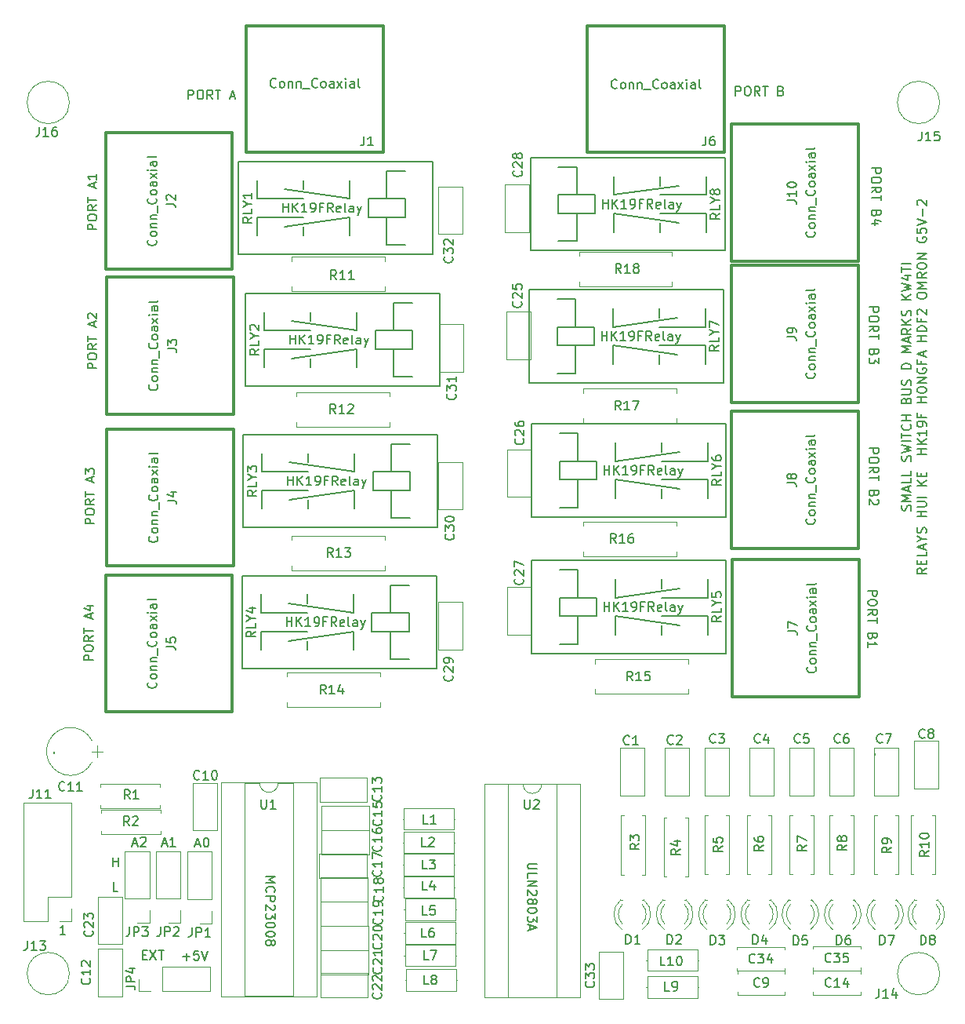
<source format=gbr>
G04 #@! TF.FileFunction,Legend,Top*
%FSLAX46Y46*%
G04 Gerber Fmt 4.6, Leading zero omitted, Abs format (unit mm)*
G04 Created by KiCad (PCBNEW 4.0.7) date 04/12/19 19:36:27*
%MOMM*%
%LPD*%
G01*
G04 APERTURE LIST*
%ADD10C,0.100000*%
%ADD11C,0.150000*%
%ADD12C,0.200000*%
%ADD13C,0.300000*%
%ADD14C,0.120000*%
G04 APERTURE END LIST*
D10*
D11*
X141533619Y-105688190D02*
X142533619Y-105688190D01*
X142533619Y-106069143D01*
X142486000Y-106164381D01*
X142438381Y-106212000D01*
X142343143Y-106259619D01*
X142200286Y-106259619D01*
X142105048Y-106212000D01*
X142057429Y-106164381D01*
X142009810Y-106069143D01*
X142009810Y-105688190D01*
X142533619Y-106878666D02*
X142533619Y-107069143D01*
X142486000Y-107164381D01*
X142390762Y-107259619D01*
X142200286Y-107307238D01*
X141866952Y-107307238D01*
X141676476Y-107259619D01*
X141581238Y-107164381D01*
X141533619Y-107069143D01*
X141533619Y-106878666D01*
X141581238Y-106783428D01*
X141676476Y-106688190D01*
X141866952Y-106640571D01*
X142200286Y-106640571D01*
X142390762Y-106688190D01*
X142486000Y-106783428D01*
X142533619Y-106878666D01*
X141533619Y-108307238D02*
X142009810Y-107973904D01*
X141533619Y-107735809D02*
X142533619Y-107735809D01*
X142533619Y-108116762D01*
X142486000Y-108212000D01*
X142438381Y-108259619D01*
X142343143Y-108307238D01*
X142200286Y-108307238D01*
X142105048Y-108259619D01*
X142057429Y-108212000D01*
X142009810Y-108116762D01*
X142009810Y-107735809D01*
X142533619Y-108592952D02*
X142533619Y-109164381D01*
X141533619Y-108878666D02*
X142533619Y-108878666D01*
X142057429Y-110592953D02*
X142009810Y-110735810D01*
X141962190Y-110783429D01*
X141866952Y-110831048D01*
X141724095Y-110831048D01*
X141628857Y-110783429D01*
X141581238Y-110735810D01*
X141533619Y-110640572D01*
X141533619Y-110259619D01*
X142533619Y-110259619D01*
X142533619Y-110592953D01*
X142486000Y-110688191D01*
X142438381Y-110735810D01*
X142343143Y-110783429D01*
X142247905Y-110783429D01*
X142152667Y-110735810D01*
X142105048Y-110688191D01*
X142057429Y-110592953D01*
X142057429Y-110259619D01*
X141533619Y-111783429D02*
X141533619Y-111212000D01*
X141533619Y-111497714D02*
X142533619Y-111497714D01*
X142390762Y-111402476D01*
X142295524Y-111307238D01*
X142247905Y-111212000D01*
X141660619Y-90321190D02*
X142660619Y-90321190D01*
X142660619Y-90702143D01*
X142613000Y-90797381D01*
X142565381Y-90845000D01*
X142470143Y-90892619D01*
X142327286Y-90892619D01*
X142232048Y-90845000D01*
X142184429Y-90797381D01*
X142136810Y-90702143D01*
X142136810Y-90321190D01*
X142660619Y-91511666D02*
X142660619Y-91702143D01*
X142613000Y-91797381D01*
X142517762Y-91892619D01*
X142327286Y-91940238D01*
X141993952Y-91940238D01*
X141803476Y-91892619D01*
X141708238Y-91797381D01*
X141660619Y-91702143D01*
X141660619Y-91511666D01*
X141708238Y-91416428D01*
X141803476Y-91321190D01*
X141993952Y-91273571D01*
X142327286Y-91273571D01*
X142517762Y-91321190D01*
X142613000Y-91416428D01*
X142660619Y-91511666D01*
X141660619Y-92940238D02*
X142136810Y-92606904D01*
X141660619Y-92368809D02*
X142660619Y-92368809D01*
X142660619Y-92749762D01*
X142613000Y-92845000D01*
X142565381Y-92892619D01*
X142470143Y-92940238D01*
X142327286Y-92940238D01*
X142232048Y-92892619D01*
X142184429Y-92845000D01*
X142136810Y-92749762D01*
X142136810Y-92368809D01*
X142660619Y-93225952D02*
X142660619Y-93797381D01*
X141660619Y-93511666D02*
X142660619Y-93511666D01*
X142184429Y-95225953D02*
X142136810Y-95368810D01*
X142089190Y-95416429D01*
X141993952Y-95464048D01*
X141851095Y-95464048D01*
X141755857Y-95416429D01*
X141708238Y-95368810D01*
X141660619Y-95273572D01*
X141660619Y-94892619D01*
X142660619Y-94892619D01*
X142660619Y-95225953D01*
X142613000Y-95321191D01*
X142565381Y-95368810D01*
X142470143Y-95416429D01*
X142374905Y-95416429D01*
X142279667Y-95368810D01*
X142232048Y-95321191D01*
X142184429Y-95225953D01*
X142184429Y-94892619D01*
X142565381Y-95845000D02*
X142613000Y-95892619D01*
X142660619Y-95987857D01*
X142660619Y-96225953D01*
X142613000Y-96321191D01*
X142565381Y-96368810D01*
X142470143Y-96416429D01*
X142374905Y-96416429D01*
X142232048Y-96368810D01*
X141660619Y-95797381D01*
X141660619Y-96416429D01*
X141660619Y-75081190D02*
X142660619Y-75081190D01*
X142660619Y-75462143D01*
X142613000Y-75557381D01*
X142565381Y-75605000D01*
X142470143Y-75652619D01*
X142327286Y-75652619D01*
X142232048Y-75605000D01*
X142184429Y-75557381D01*
X142136810Y-75462143D01*
X142136810Y-75081190D01*
X142660619Y-76271666D02*
X142660619Y-76462143D01*
X142613000Y-76557381D01*
X142517762Y-76652619D01*
X142327286Y-76700238D01*
X141993952Y-76700238D01*
X141803476Y-76652619D01*
X141708238Y-76557381D01*
X141660619Y-76462143D01*
X141660619Y-76271666D01*
X141708238Y-76176428D01*
X141803476Y-76081190D01*
X141993952Y-76033571D01*
X142327286Y-76033571D01*
X142517762Y-76081190D01*
X142613000Y-76176428D01*
X142660619Y-76271666D01*
X141660619Y-77700238D02*
X142136810Y-77366904D01*
X141660619Y-77128809D02*
X142660619Y-77128809D01*
X142660619Y-77509762D01*
X142613000Y-77605000D01*
X142565381Y-77652619D01*
X142470143Y-77700238D01*
X142327286Y-77700238D01*
X142232048Y-77652619D01*
X142184429Y-77605000D01*
X142136810Y-77509762D01*
X142136810Y-77128809D01*
X142660619Y-77985952D02*
X142660619Y-78557381D01*
X141660619Y-78271666D02*
X142660619Y-78271666D01*
X142184429Y-79985953D02*
X142136810Y-80128810D01*
X142089190Y-80176429D01*
X141993952Y-80224048D01*
X141851095Y-80224048D01*
X141755857Y-80176429D01*
X141708238Y-80128810D01*
X141660619Y-80033572D01*
X141660619Y-79652619D01*
X142660619Y-79652619D01*
X142660619Y-79985953D01*
X142613000Y-80081191D01*
X142565381Y-80128810D01*
X142470143Y-80176429D01*
X142374905Y-80176429D01*
X142279667Y-80128810D01*
X142232048Y-80081191D01*
X142184429Y-79985953D01*
X142184429Y-79652619D01*
X142660619Y-80557381D02*
X142660619Y-81176429D01*
X142279667Y-80843095D01*
X142279667Y-80985953D01*
X142232048Y-81081191D01*
X142184429Y-81128810D01*
X142089190Y-81176429D01*
X141851095Y-81176429D01*
X141755857Y-81128810D01*
X141708238Y-81081191D01*
X141660619Y-80985953D01*
X141660619Y-80700238D01*
X141708238Y-80605000D01*
X141755857Y-80557381D01*
X141914619Y-60095190D02*
X142914619Y-60095190D01*
X142914619Y-60476143D01*
X142867000Y-60571381D01*
X142819381Y-60619000D01*
X142724143Y-60666619D01*
X142581286Y-60666619D01*
X142486048Y-60619000D01*
X142438429Y-60571381D01*
X142390810Y-60476143D01*
X142390810Y-60095190D01*
X142914619Y-61285666D02*
X142914619Y-61476143D01*
X142867000Y-61571381D01*
X142771762Y-61666619D01*
X142581286Y-61714238D01*
X142247952Y-61714238D01*
X142057476Y-61666619D01*
X141962238Y-61571381D01*
X141914619Y-61476143D01*
X141914619Y-61285666D01*
X141962238Y-61190428D01*
X142057476Y-61095190D01*
X142247952Y-61047571D01*
X142581286Y-61047571D01*
X142771762Y-61095190D01*
X142867000Y-61190428D01*
X142914619Y-61285666D01*
X141914619Y-62714238D02*
X142390810Y-62380904D01*
X141914619Y-62142809D02*
X142914619Y-62142809D01*
X142914619Y-62523762D01*
X142867000Y-62619000D01*
X142819381Y-62666619D01*
X142724143Y-62714238D01*
X142581286Y-62714238D01*
X142486048Y-62666619D01*
X142438429Y-62619000D01*
X142390810Y-62523762D01*
X142390810Y-62142809D01*
X142914619Y-62999952D02*
X142914619Y-63571381D01*
X141914619Y-63285666D02*
X142914619Y-63285666D01*
X142438429Y-64999953D02*
X142390810Y-65142810D01*
X142343190Y-65190429D01*
X142247952Y-65238048D01*
X142105095Y-65238048D01*
X142009857Y-65190429D01*
X141962238Y-65142810D01*
X141914619Y-65047572D01*
X141914619Y-64666619D01*
X142914619Y-64666619D01*
X142914619Y-64999953D01*
X142867000Y-65095191D01*
X142819381Y-65142810D01*
X142724143Y-65190429D01*
X142628905Y-65190429D01*
X142533667Y-65142810D01*
X142486048Y-65095191D01*
X142438429Y-64999953D01*
X142438429Y-64666619D01*
X142581286Y-66095191D02*
X141914619Y-66095191D01*
X142962238Y-65857095D02*
X142247952Y-65619000D01*
X142247952Y-66238048D01*
X127246381Y-52268381D02*
X127246381Y-51268381D01*
X127627334Y-51268381D01*
X127722572Y-51316000D01*
X127770191Y-51363619D01*
X127817810Y-51458857D01*
X127817810Y-51601714D01*
X127770191Y-51696952D01*
X127722572Y-51744571D01*
X127627334Y-51792190D01*
X127246381Y-51792190D01*
X128436857Y-51268381D02*
X128627334Y-51268381D01*
X128722572Y-51316000D01*
X128817810Y-51411238D01*
X128865429Y-51601714D01*
X128865429Y-51935048D01*
X128817810Y-52125524D01*
X128722572Y-52220762D01*
X128627334Y-52268381D01*
X128436857Y-52268381D01*
X128341619Y-52220762D01*
X128246381Y-52125524D01*
X128198762Y-51935048D01*
X128198762Y-51601714D01*
X128246381Y-51411238D01*
X128341619Y-51316000D01*
X128436857Y-51268381D01*
X129865429Y-52268381D02*
X129532095Y-51792190D01*
X129294000Y-52268381D02*
X129294000Y-51268381D01*
X129674953Y-51268381D01*
X129770191Y-51316000D01*
X129817810Y-51363619D01*
X129865429Y-51458857D01*
X129865429Y-51601714D01*
X129817810Y-51696952D01*
X129770191Y-51744571D01*
X129674953Y-51792190D01*
X129294000Y-51792190D01*
X130151143Y-51268381D02*
X130722572Y-51268381D01*
X130436857Y-52268381D02*
X130436857Y-51268381D01*
X132151144Y-51744571D02*
X132294001Y-51792190D01*
X132341620Y-51839810D01*
X132389239Y-51935048D01*
X132389239Y-52077905D01*
X132341620Y-52173143D01*
X132294001Y-52220762D01*
X132198763Y-52268381D01*
X131817810Y-52268381D01*
X131817810Y-51268381D01*
X132151144Y-51268381D01*
X132246382Y-51316000D01*
X132294001Y-51363619D01*
X132341620Y-51458857D01*
X132341620Y-51554095D01*
X132294001Y-51649333D01*
X132246382Y-51696952D01*
X132151144Y-51744571D01*
X131817810Y-51744571D01*
X57856381Y-113188381D02*
X56856381Y-113188381D01*
X56856381Y-112807428D01*
X56904000Y-112712190D01*
X56951619Y-112664571D01*
X57046857Y-112616952D01*
X57189714Y-112616952D01*
X57284952Y-112664571D01*
X57332571Y-112712190D01*
X57380190Y-112807428D01*
X57380190Y-113188381D01*
X56856381Y-111997905D02*
X56856381Y-111807428D01*
X56904000Y-111712190D01*
X56999238Y-111616952D01*
X57189714Y-111569333D01*
X57523048Y-111569333D01*
X57713524Y-111616952D01*
X57808762Y-111712190D01*
X57856381Y-111807428D01*
X57856381Y-111997905D01*
X57808762Y-112093143D01*
X57713524Y-112188381D01*
X57523048Y-112236000D01*
X57189714Y-112236000D01*
X56999238Y-112188381D01*
X56904000Y-112093143D01*
X56856381Y-111997905D01*
X57856381Y-110569333D02*
X57380190Y-110902667D01*
X57856381Y-111140762D02*
X56856381Y-111140762D01*
X56856381Y-110759809D01*
X56904000Y-110664571D01*
X56951619Y-110616952D01*
X57046857Y-110569333D01*
X57189714Y-110569333D01*
X57284952Y-110616952D01*
X57332571Y-110664571D01*
X57380190Y-110759809D01*
X57380190Y-111140762D01*
X56856381Y-110283619D02*
X56856381Y-109712190D01*
X57856381Y-109997905D02*
X56856381Y-109997905D01*
X57570667Y-108664571D02*
X57570667Y-108188380D01*
X57856381Y-108759809D02*
X56856381Y-108426476D01*
X57856381Y-108093142D01*
X57189714Y-107331237D02*
X57856381Y-107331237D01*
X56808762Y-107569333D02*
X57523048Y-107807428D01*
X57523048Y-107188380D01*
X57983381Y-98456381D02*
X56983381Y-98456381D01*
X56983381Y-98075428D01*
X57031000Y-97980190D01*
X57078619Y-97932571D01*
X57173857Y-97884952D01*
X57316714Y-97884952D01*
X57411952Y-97932571D01*
X57459571Y-97980190D01*
X57507190Y-98075428D01*
X57507190Y-98456381D01*
X56983381Y-97265905D02*
X56983381Y-97075428D01*
X57031000Y-96980190D01*
X57126238Y-96884952D01*
X57316714Y-96837333D01*
X57650048Y-96837333D01*
X57840524Y-96884952D01*
X57935762Y-96980190D01*
X57983381Y-97075428D01*
X57983381Y-97265905D01*
X57935762Y-97361143D01*
X57840524Y-97456381D01*
X57650048Y-97504000D01*
X57316714Y-97504000D01*
X57126238Y-97456381D01*
X57031000Y-97361143D01*
X56983381Y-97265905D01*
X57983381Y-95837333D02*
X57507190Y-96170667D01*
X57983381Y-96408762D02*
X56983381Y-96408762D01*
X56983381Y-96027809D01*
X57031000Y-95932571D01*
X57078619Y-95884952D01*
X57173857Y-95837333D01*
X57316714Y-95837333D01*
X57411952Y-95884952D01*
X57459571Y-95932571D01*
X57507190Y-96027809D01*
X57507190Y-96408762D01*
X56983381Y-95551619D02*
X56983381Y-94980190D01*
X57983381Y-95265905D02*
X56983381Y-95265905D01*
X57697667Y-93932571D02*
X57697667Y-93456380D01*
X57983381Y-94027809D02*
X56983381Y-93694476D01*
X57983381Y-93361142D01*
X56983381Y-93123047D02*
X56983381Y-92503999D01*
X57364333Y-92837333D01*
X57364333Y-92694475D01*
X57411952Y-92599237D01*
X57459571Y-92551618D01*
X57554810Y-92503999D01*
X57792905Y-92503999D01*
X57888143Y-92551618D01*
X57935762Y-92599237D01*
X57983381Y-92694475D01*
X57983381Y-92980190D01*
X57935762Y-93075428D01*
X57888143Y-93123047D01*
X58237381Y-81692381D02*
X57237381Y-81692381D01*
X57237381Y-81311428D01*
X57285000Y-81216190D01*
X57332619Y-81168571D01*
X57427857Y-81120952D01*
X57570714Y-81120952D01*
X57665952Y-81168571D01*
X57713571Y-81216190D01*
X57761190Y-81311428D01*
X57761190Y-81692381D01*
X57237381Y-80501905D02*
X57237381Y-80311428D01*
X57285000Y-80216190D01*
X57380238Y-80120952D01*
X57570714Y-80073333D01*
X57904048Y-80073333D01*
X58094524Y-80120952D01*
X58189762Y-80216190D01*
X58237381Y-80311428D01*
X58237381Y-80501905D01*
X58189762Y-80597143D01*
X58094524Y-80692381D01*
X57904048Y-80740000D01*
X57570714Y-80740000D01*
X57380238Y-80692381D01*
X57285000Y-80597143D01*
X57237381Y-80501905D01*
X58237381Y-79073333D02*
X57761190Y-79406667D01*
X58237381Y-79644762D02*
X57237381Y-79644762D01*
X57237381Y-79263809D01*
X57285000Y-79168571D01*
X57332619Y-79120952D01*
X57427857Y-79073333D01*
X57570714Y-79073333D01*
X57665952Y-79120952D01*
X57713571Y-79168571D01*
X57761190Y-79263809D01*
X57761190Y-79644762D01*
X57237381Y-78787619D02*
X57237381Y-78216190D01*
X58237381Y-78501905D02*
X57237381Y-78501905D01*
X57951667Y-77168571D02*
X57951667Y-76692380D01*
X58237381Y-77263809D02*
X57237381Y-76930476D01*
X58237381Y-76597142D01*
X57332619Y-76311428D02*
X57285000Y-76263809D01*
X57237381Y-76168571D01*
X57237381Y-75930475D01*
X57285000Y-75835237D01*
X57332619Y-75787618D01*
X57427857Y-75739999D01*
X57523095Y-75739999D01*
X57665952Y-75787618D01*
X58237381Y-76359047D01*
X58237381Y-75739999D01*
X58237381Y-66706381D02*
X57237381Y-66706381D01*
X57237381Y-66325428D01*
X57285000Y-66230190D01*
X57332619Y-66182571D01*
X57427857Y-66134952D01*
X57570714Y-66134952D01*
X57665952Y-66182571D01*
X57713571Y-66230190D01*
X57761190Y-66325428D01*
X57761190Y-66706381D01*
X57237381Y-65515905D02*
X57237381Y-65325428D01*
X57285000Y-65230190D01*
X57380238Y-65134952D01*
X57570714Y-65087333D01*
X57904048Y-65087333D01*
X58094524Y-65134952D01*
X58189762Y-65230190D01*
X58237381Y-65325428D01*
X58237381Y-65515905D01*
X58189762Y-65611143D01*
X58094524Y-65706381D01*
X57904048Y-65754000D01*
X57570714Y-65754000D01*
X57380238Y-65706381D01*
X57285000Y-65611143D01*
X57237381Y-65515905D01*
X58237381Y-64087333D02*
X57761190Y-64420667D01*
X58237381Y-64658762D02*
X57237381Y-64658762D01*
X57237381Y-64277809D01*
X57285000Y-64182571D01*
X57332619Y-64134952D01*
X57427857Y-64087333D01*
X57570714Y-64087333D01*
X57665952Y-64134952D01*
X57713571Y-64182571D01*
X57761190Y-64277809D01*
X57761190Y-64658762D01*
X57237381Y-63801619D02*
X57237381Y-63230190D01*
X58237381Y-63515905D02*
X57237381Y-63515905D01*
X57951667Y-62182571D02*
X57951667Y-61706380D01*
X58237381Y-62277809D02*
X57237381Y-61944476D01*
X58237381Y-61611142D01*
X58237381Y-60753999D02*
X58237381Y-61325428D01*
X58237381Y-61039714D02*
X57237381Y-61039714D01*
X57380238Y-61134952D01*
X57475476Y-61230190D01*
X57523095Y-61325428D01*
X67533046Y-145166389D02*
X68294951Y-145166389D01*
X67913999Y-145547341D02*
X67913999Y-144785436D01*
X69247332Y-144547341D02*
X68771141Y-144547341D01*
X68723522Y-145023531D01*
X68771141Y-144975912D01*
X68866379Y-144928293D01*
X69104475Y-144928293D01*
X69199713Y-144975912D01*
X69247332Y-145023531D01*
X69294951Y-145118770D01*
X69294951Y-145356865D01*
X69247332Y-145452103D01*
X69199713Y-145499722D01*
X69104475Y-145547341D01*
X68866379Y-145547341D01*
X68771141Y-145499722D01*
X68723522Y-145452103D01*
X69580665Y-144547341D02*
X69913998Y-145547341D01*
X70247332Y-144547341D01*
X63190571Y-144993051D02*
X63523905Y-144993051D01*
X63666762Y-145516861D02*
X63190571Y-145516861D01*
X63190571Y-144516861D01*
X63666762Y-144516861D01*
X64000095Y-144516861D02*
X64666762Y-145516861D01*
X64666762Y-144516861D02*
X64000095Y-145516861D01*
X64904857Y-144516861D02*
X65476286Y-144516861D01*
X65190571Y-145516861D02*
X65190571Y-144516861D01*
X59988486Y-135453381D02*
X59988486Y-134453381D01*
X59988486Y-134929571D02*
X60559915Y-134929571D01*
X60559915Y-135453381D02*
X60559915Y-134453381D01*
X62125314Y-132983267D02*
X62601505Y-132983267D01*
X62030076Y-133268981D02*
X62363409Y-132268981D01*
X62696743Y-133268981D01*
X62982457Y-132364219D02*
X63030076Y-132316600D01*
X63125314Y-132268981D01*
X63363410Y-132268981D01*
X63458648Y-132316600D01*
X63506267Y-132364219D01*
X63553886Y-132459457D01*
X63553886Y-132554695D01*
X63506267Y-132697552D01*
X62934838Y-133268981D01*
X63553886Y-133268981D01*
D12*
X53594000Y-123190000D02*
X53594000Y-123063000D01*
X142240000Y-123215400D02*
X142240000Y-123393200D01*
D11*
X54844915Y-142768581D02*
X54273486Y-142768581D01*
X54559200Y-142768581D02*
X54559200Y-141768581D01*
X54463962Y-141911438D01*
X54368724Y-142006676D01*
X54273486Y-142054295D01*
X68135809Y-52649381D02*
X68135809Y-51649381D01*
X68516762Y-51649381D01*
X68612000Y-51697000D01*
X68659619Y-51744619D01*
X68707238Y-51839857D01*
X68707238Y-51982714D01*
X68659619Y-52077952D01*
X68612000Y-52125571D01*
X68516762Y-52173190D01*
X68135809Y-52173190D01*
X69326285Y-51649381D02*
X69516762Y-51649381D01*
X69612000Y-51697000D01*
X69707238Y-51792238D01*
X69754857Y-51982714D01*
X69754857Y-52316048D01*
X69707238Y-52506524D01*
X69612000Y-52601762D01*
X69516762Y-52649381D01*
X69326285Y-52649381D01*
X69231047Y-52601762D01*
X69135809Y-52506524D01*
X69088190Y-52316048D01*
X69088190Y-51982714D01*
X69135809Y-51792238D01*
X69231047Y-51697000D01*
X69326285Y-51649381D01*
X70754857Y-52649381D02*
X70421523Y-52173190D01*
X70183428Y-52649381D02*
X70183428Y-51649381D01*
X70564381Y-51649381D01*
X70659619Y-51697000D01*
X70707238Y-51744619D01*
X70754857Y-51839857D01*
X70754857Y-51982714D01*
X70707238Y-52077952D01*
X70659619Y-52125571D01*
X70564381Y-52173190D01*
X70183428Y-52173190D01*
X71040571Y-51649381D02*
X71612000Y-51649381D01*
X71326285Y-52649381D02*
X71326285Y-51649381D01*
X72659619Y-52363667D02*
X73135810Y-52363667D01*
X72564381Y-52649381D02*
X72897714Y-51649381D01*
X73231048Y-52649381D01*
X146137762Y-97026334D02*
X146185381Y-96883477D01*
X146185381Y-96645381D01*
X146137762Y-96550143D01*
X146090143Y-96502524D01*
X145994905Y-96454905D01*
X145899667Y-96454905D01*
X145804429Y-96502524D01*
X145756810Y-96550143D01*
X145709190Y-96645381D01*
X145661571Y-96835858D01*
X145613952Y-96931096D01*
X145566333Y-96978715D01*
X145471095Y-97026334D01*
X145375857Y-97026334D01*
X145280619Y-96978715D01*
X145233000Y-96931096D01*
X145185381Y-96835858D01*
X145185381Y-96597762D01*
X145233000Y-96454905D01*
X146185381Y-96026334D02*
X145185381Y-96026334D01*
X145899667Y-95693000D01*
X145185381Y-95359667D01*
X146185381Y-95359667D01*
X145899667Y-94931096D02*
X145899667Y-94454905D01*
X146185381Y-95026334D02*
X145185381Y-94693001D01*
X146185381Y-94359667D01*
X146185381Y-93550143D02*
X146185381Y-94026334D01*
X145185381Y-94026334D01*
X146185381Y-92740619D02*
X146185381Y-93216810D01*
X145185381Y-93216810D01*
X146137762Y-91693000D02*
X146185381Y-91550143D01*
X146185381Y-91312047D01*
X146137762Y-91216809D01*
X146090143Y-91169190D01*
X145994905Y-91121571D01*
X145899667Y-91121571D01*
X145804429Y-91169190D01*
X145756810Y-91216809D01*
X145709190Y-91312047D01*
X145661571Y-91502524D01*
X145613952Y-91597762D01*
X145566333Y-91645381D01*
X145471095Y-91693000D01*
X145375857Y-91693000D01*
X145280619Y-91645381D01*
X145233000Y-91597762D01*
X145185381Y-91502524D01*
X145185381Y-91264428D01*
X145233000Y-91121571D01*
X145185381Y-90788238D02*
X146185381Y-90550143D01*
X145471095Y-90359666D01*
X146185381Y-90169190D01*
X145185381Y-89931095D01*
X146185381Y-89550143D02*
X145185381Y-89550143D01*
X145185381Y-89216810D02*
X145185381Y-88645381D01*
X146185381Y-88931096D02*
X145185381Y-88931096D01*
X146090143Y-87740619D02*
X146137762Y-87788238D01*
X146185381Y-87931095D01*
X146185381Y-88026333D01*
X146137762Y-88169191D01*
X146042524Y-88264429D01*
X145947286Y-88312048D01*
X145756810Y-88359667D01*
X145613952Y-88359667D01*
X145423476Y-88312048D01*
X145328238Y-88264429D01*
X145233000Y-88169191D01*
X145185381Y-88026333D01*
X145185381Y-87931095D01*
X145233000Y-87788238D01*
X145280619Y-87740619D01*
X146185381Y-87312048D02*
X145185381Y-87312048D01*
X145661571Y-87312048D02*
X145661571Y-86740619D01*
X146185381Y-86740619D02*
X145185381Y-86740619D01*
X145661571Y-85169190D02*
X145709190Y-85026333D01*
X145756810Y-84978714D01*
X145852048Y-84931095D01*
X145994905Y-84931095D01*
X146090143Y-84978714D01*
X146137762Y-85026333D01*
X146185381Y-85121571D01*
X146185381Y-85502524D01*
X145185381Y-85502524D01*
X145185381Y-85169190D01*
X145233000Y-85073952D01*
X145280619Y-85026333D01*
X145375857Y-84978714D01*
X145471095Y-84978714D01*
X145566333Y-85026333D01*
X145613952Y-85073952D01*
X145661571Y-85169190D01*
X145661571Y-85502524D01*
X145185381Y-84502524D02*
X145994905Y-84502524D01*
X146090143Y-84454905D01*
X146137762Y-84407286D01*
X146185381Y-84312048D01*
X146185381Y-84121571D01*
X146137762Y-84026333D01*
X146090143Y-83978714D01*
X145994905Y-83931095D01*
X145185381Y-83931095D01*
X146137762Y-83502524D02*
X146185381Y-83359667D01*
X146185381Y-83121571D01*
X146137762Y-83026333D01*
X146090143Y-82978714D01*
X145994905Y-82931095D01*
X145899667Y-82931095D01*
X145804429Y-82978714D01*
X145756810Y-83026333D01*
X145709190Y-83121571D01*
X145661571Y-83312048D01*
X145613952Y-83407286D01*
X145566333Y-83454905D01*
X145471095Y-83502524D01*
X145375857Y-83502524D01*
X145280619Y-83454905D01*
X145233000Y-83407286D01*
X145185381Y-83312048D01*
X145185381Y-83073952D01*
X145233000Y-82931095D01*
X146185381Y-81740619D02*
X145185381Y-81740619D01*
X145185381Y-81502524D01*
X145233000Y-81359666D01*
X145328238Y-81264428D01*
X145423476Y-81216809D01*
X145613952Y-81169190D01*
X145756810Y-81169190D01*
X145947286Y-81216809D01*
X146042524Y-81264428D01*
X146137762Y-81359666D01*
X146185381Y-81502524D01*
X146185381Y-81740619D01*
X146185381Y-79978714D02*
X145185381Y-79978714D01*
X145899667Y-79645380D01*
X145185381Y-79312047D01*
X146185381Y-79312047D01*
X145899667Y-78883476D02*
X145899667Y-78407285D01*
X146185381Y-78978714D02*
X145185381Y-78645381D01*
X146185381Y-78312047D01*
X146185381Y-77407285D02*
X145709190Y-77740619D01*
X146185381Y-77978714D02*
X145185381Y-77978714D01*
X145185381Y-77597761D01*
X145233000Y-77502523D01*
X145280619Y-77454904D01*
X145375857Y-77407285D01*
X145518714Y-77407285D01*
X145613952Y-77454904D01*
X145661571Y-77502523D01*
X145709190Y-77597761D01*
X145709190Y-77978714D01*
X146185381Y-76978714D02*
X145185381Y-76978714D01*
X146185381Y-76407285D02*
X145613952Y-76835857D01*
X145185381Y-76407285D02*
X145756810Y-76978714D01*
X146137762Y-76026333D02*
X146185381Y-75883476D01*
X146185381Y-75645380D01*
X146137762Y-75550142D01*
X146090143Y-75502523D01*
X145994905Y-75454904D01*
X145899667Y-75454904D01*
X145804429Y-75502523D01*
X145756810Y-75550142D01*
X145709190Y-75645380D01*
X145661571Y-75835857D01*
X145613952Y-75931095D01*
X145566333Y-75978714D01*
X145471095Y-76026333D01*
X145375857Y-76026333D01*
X145280619Y-75978714D01*
X145233000Y-75931095D01*
X145185381Y-75835857D01*
X145185381Y-75597761D01*
X145233000Y-75454904D01*
X146185381Y-74264428D02*
X145185381Y-74264428D01*
X146185381Y-73692999D02*
X145613952Y-74121571D01*
X145185381Y-73692999D02*
X145756810Y-74264428D01*
X145185381Y-73359666D02*
X146185381Y-73121571D01*
X145471095Y-72931094D01*
X146185381Y-72740618D01*
X145185381Y-72502523D01*
X145518714Y-71692999D02*
X146185381Y-71692999D01*
X145137762Y-71931095D02*
X145852048Y-72169190D01*
X145852048Y-71550142D01*
X145185381Y-71312047D02*
X145185381Y-70740618D01*
X146185381Y-71026333D02*
X145185381Y-71026333D01*
X146185381Y-70407285D02*
X145185381Y-70407285D01*
X147835381Y-103264429D02*
X147359190Y-103597763D01*
X147835381Y-103835858D02*
X146835381Y-103835858D01*
X146835381Y-103454905D01*
X146883000Y-103359667D01*
X146930619Y-103312048D01*
X147025857Y-103264429D01*
X147168714Y-103264429D01*
X147263952Y-103312048D01*
X147311571Y-103359667D01*
X147359190Y-103454905D01*
X147359190Y-103835858D01*
X147311571Y-102835858D02*
X147311571Y-102502524D01*
X147835381Y-102359667D02*
X147835381Y-102835858D01*
X146835381Y-102835858D01*
X146835381Y-102359667D01*
X147835381Y-101454905D02*
X147835381Y-101931096D01*
X146835381Y-101931096D01*
X147549667Y-101169191D02*
X147549667Y-100693000D01*
X147835381Y-101264429D02*
X146835381Y-100931096D01*
X147835381Y-100597762D01*
X147359190Y-100073953D02*
X147835381Y-100073953D01*
X146835381Y-100407286D02*
X147359190Y-100073953D01*
X146835381Y-99740619D01*
X147787762Y-99454905D02*
X147835381Y-99312048D01*
X147835381Y-99073952D01*
X147787762Y-98978714D01*
X147740143Y-98931095D01*
X147644905Y-98883476D01*
X147549667Y-98883476D01*
X147454429Y-98931095D01*
X147406810Y-98978714D01*
X147359190Y-99073952D01*
X147311571Y-99264429D01*
X147263952Y-99359667D01*
X147216333Y-99407286D01*
X147121095Y-99454905D01*
X147025857Y-99454905D01*
X146930619Y-99407286D01*
X146883000Y-99359667D01*
X146835381Y-99264429D01*
X146835381Y-99026333D01*
X146883000Y-98883476D01*
X147835381Y-97693000D02*
X146835381Y-97693000D01*
X147311571Y-97693000D02*
X147311571Y-97121571D01*
X147835381Y-97121571D02*
X146835381Y-97121571D01*
X146835381Y-96645381D02*
X147644905Y-96645381D01*
X147740143Y-96597762D01*
X147787762Y-96550143D01*
X147835381Y-96454905D01*
X147835381Y-96264428D01*
X147787762Y-96169190D01*
X147740143Y-96121571D01*
X147644905Y-96073952D01*
X146835381Y-96073952D01*
X147835381Y-95597762D02*
X146835381Y-95597762D01*
X147835381Y-94359667D02*
X146835381Y-94359667D01*
X147835381Y-93788238D02*
X147263952Y-94216810D01*
X146835381Y-93788238D02*
X147406810Y-94359667D01*
X147311571Y-93359667D02*
X147311571Y-93026333D01*
X147835381Y-92883476D02*
X147835381Y-93359667D01*
X146835381Y-93359667D01*
X146835381Y-92883476D01*
X147835381Y-90931095D02*
X146835381Y-90931095D01*
X147311571Y-90931095D02*
X147311571Y-90359666D01*
X147835381Y-90359666D02*
X146835381Y-90359666D01*
X147835381Y-89883476D02*
X146835381Y-89883476D01*
X147835381Y-89312047D02*
X147263952Y-89740619D01*
X146835381Y-89312047D02*
X147406810Y-89883476D01*
X147835381Y-88359666D02*
X147835381Y-88931095D01*
X147835381Y-88645381D02*
X146835381Y-88645381D01*
X146978238Y-88740619D01*
X147073476Y-88835857D01*
X147121095Y-88931095D01*
X147835381Y-87883476D02*
X147835381Y-87693000D01*
X147787762Y-87597761D01*
X147740143Y-87550142D01*
X147597286Y-87454904D01*
X147406810Y-87407285D01*
X147025857Y-87407285D01*
X146930619Y-87454904D01*
X146883000Y-87502523D01*
X146835381Y-87597761D01*
X146835381Y-87788238D01*
X146883000Y-87883476D01*
X146930619Y-87931095D01*
X147025857Y-87978714D01*
X147263952Y-87978714D01*
X147359190Y-87931095D01*
X147406810Y-87883476D01*
X147454429Y-87788238D01*
X147454429Y-87597761D01*
X147406810Y-87502523D01*
X147359190Y-87454904D01*
X147263952Y-87407285D01*
X147311571Y-86645380D02*
X147311571Y-86978714D01*
X147835381Y-86978714D02*
X146835381Y-86978714D01*
X146835381Y-86502523D01*
X147835381Y-85359666D02*
X146835381Y-85359666D01*
X147311571Y-85359666D02*
X147311571Y-84788237D01*
X147835381Y-84788237D02*
X146835381Y-84788237D01*
X146835381Y-84121571D02*
X146835381Y-83931094D01*
X146883000Y-83835856D01*
X146978238Y-83740618D01*
X147168714Y-83692999D01*
X147502048Y-83692999D01*
X147692524Y-83740618D01*
X147787762Y-83835856D01*
X147835381Y-83931094D01*
X147835381Y-84121571D01*
X147787762Y-84216809D01*
X147692524Y-84312047D01*
X147502048Y-84359666D01*
X147168714Y-84359666D01*
X146978238Y-84312047D01*
X146883000Y-84216809D01*
X146835381Y-84121571D01*
X147835381Y-83264428D02*
X146835381Y-83264428D01*
X147835381Y-82692999D01*
X146835381Y-82692999D01*
X146883000Y-81692999D02*
X146835381Y-81788237D01*
X146835381Y-81931094D01*
X146883000Y-82073952D01*
X146978238Y-82169190D01*
X147073476Y-82216809D01*
X147263952Y-82264428D01*
X147406810Y-82264428D01*
X147597286Y-82216809D01*
X147692524Y-82169190D01*
X147787762Y-82073952D01*
X147835381Y-81931094D01*
X147835381Y-81835856D01*
X147787762Y-81692999D01*
X147740143Y-81645380D01*
X147406810Y-81645380D01*
X147406810Y-81835856D01*
X147311571Y-80883475D02*
X147311571Y-81216809D01*
X147835381Y-81216809D02*
X146835381Y-81216809D01*
X146835381Y-80740618D01*
X147549667Y-80407285D02*
X147549667Y-79931094D01*
X147835381Y-80502523D02*
X146835381Y-80169190D01*
X147835381Y-79835856D01*
X147835381Y-78740618D02*
X146835381Y-78740618D01*
X147311571Y-78740618D02*
X147311571Y-78169189D01*
X147835381Y-78169189D02*
X146835381Y-78169189D01*
X147835381Y-77692999D02*
X146835381Y-77692999D01*
X146835381Y-77454904D01*
X146883000Y-77312046D01*
X146978238Y-77216808D01*
X147073476Y-77169189D01*
X147263952Y-77121570D01*
X147406810Y-77121570D01*
X147597286Y-77169189D01*
X147692524Y-77216808D01*
X147787762Y-77312046D01*
X147835381Y-77454904D01*
X147835381Y-77692999D01*
X147311571Y-76359665D02*
X147311571Y-76692999D01*
X147835381Y-76692999D02*
X146835381Y-76692999D01*
X146835381Y-76216808D01*
X146930619Y-75883475D02*
X146883000Y-75835856D01*
X146835381Y-75740618D01*
X146835381Y-75502522D01*
X146883000Y-75407284D01*
X146930619Y-75359665D01*
X147025857Y-75312046D01*
X147121095Y-75312046D01*
X147263952Y-75359665D01*
X147835381Y-75931094D01*
X147835381Y-75312046D01*
X146835381Y-73931094D02*
X146835381Y-73740617D01*
X146883000Y-73645379D01*
X146978238Y-73550141D01*
X147168714Y-73502522D01*
X147502048Y-73502522D01*
X147692524Y-73550141D01*
X147787762Y-73645379D01*
X147835381Y-73740617D01*
X147835381Y-73931094D01*
X147787762Y-74026332D01*
X147692524Y-74121570D01*
X147502048Y-74169189D01*
X147168714Y-74169189D01*
X146978238Y-74121570D01*
X146883000Y-74026332D01*
X146835381Y-73931094D01*
X147835381Y-73073951D02*
X146835381Y-73073951D01*
X147549667Y-72740617D01*
X146835381Y-72407284D01*
X147835381Y-72407284D01*
X147835381Y-71359665D02*
X147359190Y-71692999D01*
X147835381Y-71931094D02*
X146835381Y-71931094D01*
X146835381Y-71550141D01*
X146883000Y-71454903D01*
X146930619Y-71407284D01*
X147025857Y-71359665D01*
X147168714Y-71359665D01*
X147263952Y-71407284D01*
X147311571Y-71454903D01*
X147359190Y-71550141D01*
X147359190Y-71931094D01*
X146835381Y-70740618D02*
X146835381Y-70550141D01*
X146883000Y-70454903D01*
X146978238Y-70359665D01*
X147168714Y-70312046D01*
X147502048Y-70312046D01*
X147692524Y-70359665D01*
X147787762Y-70454903D01*
X147835381Y-70550141D01*
X147835381Y-70740618D01*
X147787762Y-70835856D01*
X147692524Y-70931094D01*
X147502048Y-70978713D01*
X147168714Y-70978713D01*
X146978238Y-70931094D01*
X146883000Y-70835856D01*
X146835381Y-70740618D01*
X147835381Y-69883475D02*
X146835381Y-69883475D01*
X147835381Y-69312046D01*
X146835381Y-69312046D01*
X146883000Y-67550141D02*
X146835381Y-67645379D01*
X146835381Y-67788236D01*
X146883000Y-67931094D01*
X146978238Y-68026332D01*
X147073476Y-68073951D01*
X147263952Y-68121570D01*
X147406810Y-68121570D01*
X147597286Y-68073951D01*
X147692524Y-68026332D01*
X147787762Y-67931094D01*
X147835381Y-67788236D01*
X147835381Y-67692998D01*
X147787762Y-67550141D01*
X147740143Y-67502522D01*
X147406810Y-67502522D01*
X147406810Y-67692998D01*
X146835381Y-66597760D02*
X146835381Y-67073951D01*
X147311571Y-67121570D01*
X147263952Y-67073951D01*
X147216333Y-66978713D01*
X147216333Y-66740617D01*
X147263952Y-66645379D01*
X147311571Y-66597760D01*
X147406810Y-66550141D01*
X147644905Y-66550141D01*
X147740143Y-66597760D01*
X147787762Y-66645379D01*
X147835381Y-66740617D01*
X147835381Y-66978713D01*
X147787762Y-67073951D01*
X147740143Y-67121570D01*
X146835381Y-66264427D02*
X147835381Y-65931094D01*
X146835381Y-65597760D01*
X147454429Y-65264427D02*
X147454429Y-64502522D01*
X146930619Y-64073951D02*
X146883000Y-64026332D01*
X146835381Y-63931094D01*
X146835381Y-63692998D01*
X146883000Y-63597760D01*
X146930619Y-63550141D01*
X147025857Y-63502522D01*
X147121095Y-63502522D01*
X147263952Y-63550141D01*
X147835381Y-64121570D01*
X147835381Y-63502522D01*
X76509619Y-136493714D02*
X77509619Y-136493714D01*
X76795333Y-136827048D01*
X77509619Y-137160381D01*
X76509619Y-137160381D01*
X76604857Y-138208000D02*
X76557238Y-138160381D01*
X76509619Y-138017524D01*
X76509619Y-137922286D01*
X76557238Y-137779428D01*
X76652476Y-137684190D01*
X76747714Y-137636571D01*
X76938190Y-137588952D01*
X77081048Y-137588952D01*
X77271524Y-137636571D01*
X77366762Y-137684190D01*
X77462000Y-137779428D01*
X77509619Y-137922286D01*
X77509619Y-138017524D01*
X77462000Y-138160381D01*
X77414381Y-138208000D01*
X76509619Y-138636571D02*
X77509619Y-138636571D01*
X77509619Y-139017524D01*
X77462000Y-139112762D01*
X77414381Y-139160381D01*
X77319143Y-139208000D01*
X77176286Y-139208000D01*
X77081048Y-139160381D01*
X77033429Y-139112762D01*
X76985810Y-139017524D01*
X76985810Y-138636571D01*
X77414381Y-139588952D02*
X77462000Y-139636571D01*
X77509619Y-139731809D01*
X77509619Y-139969905D01*
X77462000Y-140065143D01*
X77414381Y-140112762D01*
X77319143Y-140160381D01*
X77223905Y-140160381D01*
X77081048Y-140112762D01*
X76509619Y-139541333D01*
X76509619Y-140160381D01*
X77509619Y-140493714D02*
X77509619Y-141112762D01*
X77128667Y-140779428D01*
X77128667Y-140922286D01*
X77081048Y-141017524D01*
X77033429Y-141065143D01*
X76938190Y-141112762D01*
X76700095Y-141112762D01*
X76604857Y-141065143D01*
X76557238Y-141017524D01*
X76509619Y-140922286D01*
X76509619Y-140636571D01*
X76557238Y-140541333D01*
X76604857Y-140493714D01*
X77509619Y-141731809D02*
X77509619Y-141827048D01*
X77462000Y-141922286D01*
X77414381Y-141969905D01*
X77319143Y-142017524D01*
X77128667Y-142065143D01*
X76890571Y-142065143D01*
X76700095Y-142017524D01*
X76604857Y-141969905D01*
X76557238Y-141922286D01*
X76509619Y-141827048D01*
X76509619Y-141731809D01*
X76557238Y-141636571D01*
X76604857Y-141588952D01*
X76700095Y-141541333D01*
X76890571Y-141493714D01*
X77128667Y-141493714D01*
X77319143Y-141541333D01*
X77414381Y-141588952D01*
X77462000Y-141636571D01*
X77509619Y-141731809D01*
X77509619Y-142684190D02*
X77509619Y-142779429D01*
X77462000Y-142874667D01*
X77414381Y-142922286D01*
X77319143Y-142969905D01*
X77128667Y-143017524D01*
X76890571Y-143017524D01*
X76700095Y-142969905D01*
X76604857Y-142922286D01*
X76557238Y-142874667D01*
X76509619Y-142779429D01*
X76509619Y-142684190D01*
X76557238Y-142588952D01*
X76604857Y-142541333D01*
X76700095Y-142493714D01*
X76890571Y-142446095D01*
X77128667Y-142446095D01*
X77319143Y-142493714D01*
X77414381Y-142541333D01*
X77462000Y-142588952D01*
X77509619Y-142684190D01*
X77081048Y-143588952D02*
X77128667Y-143493714D01*
X77176286Y-143446095D01*
X77271524Y-143398476D01*
X77319143Y-143398476D01*
X77414381Y-143446095D01*
X77462000Y-143493714D01*
X77509619Y-143588952D01*
X77509619Y-143779429D01*
X77462000Y-143874667D01*
X77414381Y-143922286D01*
X77319143Y-143969905D01*
X77271524Y-143969905D01*
X77176286Y-143922286D01*
X77128667Y-143874667D01*
X77081048Y-143779429D01*
X77081048Y-143588952D01*
X77033429Y-143493714D01*
X76985810Y-143446095D01*
X76890571Y-143398476D01*
X76700095Y-143398476D01*
X76604857Y-143446095D01*
X76557238Y-143493714D01*
X76509619Y-143588952D01*
X76509619Y-143779429D01*
X76557238Y-143874667D01*
X76604857Y-143922286D01*
X76700095Y-143969905D01*
X76890571Y-143969905D01*
X76985810Y-143922286D01*
X77033429Y-143874667D01*
X77081048Y-143779429D01*
X105767119Y-135136381D02*
X104957595Y-135136381D01*
X104862357Y-135184000D01*
X104814738Y-135231619D01*
X104767119Y-135326857D01*
X104767119Y-135517334D01*
X104814738Y-135612572D01*
X104862357Y-135660191D01*
X104957595Y-135707810D01*
X105767119Y-135707810D01*
X104767119Y-136660191D02*
X104767119Y-136184000D01*
X105767119Y-136184000D01*
X104767119Y-136993524D02*
X105767119Y-136993524D01*
X104767119Y-137564953D01*
X105767119Y-137564953D01*
X105671881Y-137993524D02*
X105719500Y-138041143D01*
X105767119Y-138136381D01*
X105767119Y-138374477D01*
X105719500Y-138469715D01*
X105671881Y-138517334D01*
X105576643Y-138564953D01*
X105481405Y-138564953D01*
X105338548Y-138517334D01*
X104767119Y-137945905D01*
X104767119Y-138564953D01*
X105338548Y-139136381D02*
X105386167Y-139041143D01*
X105433786Y-138993524D01*
X105529024Y-138945905D01*
X105576643Y-138945905D01*
X105671881Y-138993524D01*
X105719500Y-139041143D01*
X105767119Y-139136381D01*
X105767119Y-139326858D01*
X105719500Y-139422096D01*
X105671881Y-139469715D01*
X105576643Y-139517334D01*
X105529024Y-139517334D01*
X105433786Y-139469715D01*
X105386167Y-139422096D01*
X105338548Y-139326858D01*
X105338548Y-139136381D01*
X105290929Y-139041143D01*
X105243310Y-138993524D01*
X105148071Y-138945905D01*
X104957595Y-138945905D01*
X104862357Y-138993524D01*
X104814738Y-139041143D01*
X104767119Y-139136381D01*
X104767119Y-139326858D01*
X104814738Y-139422096D01*
X104862357Y-139469715D01*
X104957595Y-139517334D01*
X105148071Y-139517334D01*
X105243310Y-139469715D01*
X105290929Y-139422096D01*
X105338548Y-139326858D01*
X105767119Y-140136381D02*
X105767119Y-140231620D01*
X105719500Y-140326858D01*
X105671881Y-140374477D01*
X105576643Y-140422096D01*
X105386167Y-140469715D01*
X105148071Y-140469715D01*
X104957595Y-140422096D01*
X104862357Y-140374477D01*
X104814738Y-140326858D01*
X104767119Y-140231620D01*
X104767119Y-140136381D01*
X104814738Y-140041143D01*
X104862357Y-139993524D01*
X104957595Y-139945905D01*
X105148071Y-139898286D01*
X105386167Y-139898286D01*
X105576643Y-139945905D01*
X105671881Y-139993524D01*
X105719500Y-140041143D01*
X105767119Y-140136381D01*
X105767119Y-140803048D02*
X105767119Y-141422096D01*
X105386167Y-141088762D01*
X105386167Y-141231620D01*
X105338548Y-141326858D01*
X105290929Y-141374477D01*
X105195690Y-141422096D01*
X104957595Y-141422096D01*
X104862357Y-141374477D01*
X104814738Y-141326858D01*
X104767119Y-141231620D01*
X104767119Y-140945905D01*
X104814738Y-140850667D01*
X104862357Y-140803048D01*
X105052833Y-141803048D02*
X105052833Y-142279239D01*
X104767119Y-141707810D02*
X105767119Y-142041143D01*
X104767119Y-142374477D01*
X60507524Y-138120381D02*
X60031333Y-138120381D01*
X60031333Y-137120381D01*
X65300314Y-132983267D02*
X65776505Y-132983267D01*
X65205076Y-133268981D02*
X65538409Y-132268981D01*
X65871743Y-133268981D01*
X66728886Y-133268981D02*
X66157457Y-133268981D01*
X66443171Y-133268981D02*
X66443171Y-132268981D01*
X66347933Y-132411838D01*
X66252695Y-132507076D01*
X66157457Y-132554695D01*
X68907114Y-133059467D02*
X69383305Y-133059467D01*
X68811876Y-133345181D02*
X69145209Y-132345181D01*
X69478543Y-133345181D01*
X70002352Y-132345181D02*
X70097591Y-132345181D01*
X70192829Y-132392800D01*
X70240448Y-132440419D01*
X70288067Y-132535657D01*
X70335686Y-132726133D01*
X70335686Y-132964229D01*
X70288067Y-133154705D01*
X70240448Y-133249943D01*
X70192829Y-133297562D01*
X70097591Y-133345181D01*
X70002352Y-133345181D01*
X69907114Y-133297562D01*
X69859495Y-133249943D01*
X69811876Y-133154705D01*
X69764257Y-132964229D01*
X69764257Y-132726133D01*
X69811876Y-132535657D01*
X69859495Y-132440419D01*
X69907114Y-132392800D01*
X70002352Y-132345181D01*
D13*
X59309000Y-86648000D02*
X73009000Y-86648000D01*
X73009000Y-71848000D02*
X59309000Y-71848000D01*
X73009000Y-71848000D02*
X73009000Y-86648000D01*
X59309000Y-71848000D02*
X59309000Y-86648000D01*
D12*
X95313000Y-73613000D02*
X74313000Y-73613000D01*
X74313000Y-83613000D02*
X95313000Y-83613000D01*
X95313000Y-83613000D02*
X95313000Y-73613000D01*
X81313000Y-79613000D02*
X76313000Y-79613000D01*
X76313000Y-79613000D02*
X76313000Y-81613000D01*
X81313000Y-77613000D02*
X76313000Y-77613000D01*
X76313000Y-77613000D02*
X76313000Y-75613000D01*
X81313000Y-75613000D02*
X81313000Y-76613000D01*
X81313000Y-81613000D02*
X81313000Y-80613000D01*
X86313000Y-75613000D02*
X86313000Y-77613000D01*
X86313000Y-77613000D02*
X79313000Y-76613000D01*
X86313000Y-81613000D02*
X86313000Y-79613000D01*
X86313000Y-79613000D02*
X79313000Y-80613000D01*
X74313000Y-73613000D02*
X74313000Y-83613000D01*
X90313000Y-77613000D02*
X90313000Y-74613000D01*
X92313000Y-82613000D02*
X90313000Y-82613000D01*
X90313000Y-82613000D02*
X90313000Y-79613000D01*
X90313000Y-79613000D02*
X92313000Y-79613000D01*
X92313000Y-79613000D02*
X92313000Y-77613000D01*
X92313000Y-77613000D02*
X88313000Y-77613000D01*
X88313000Y-77613000D02*
X88313000Y-79613000D01*
X88313000Y-79613000D02*
X90313000Y-79613000D01*
X92313000Y-74613000D02*
X90313000Y-74613000D01*
D14*
X77835000Y-126432000D02*
G75*
G02X75835000Y-126432000I-1000000J0D01*
G01*
X75835000Y-126432000D02*
X74185000Y-126432000D01*
X74185000Y-126432000D02*
X74185000Y-149412000D01*
X74185000Y-149412000D02*
X79485000Y-149412000D01*
X79485000Y-149412000D02*
X79485000Y-126432000D01*
X79485000Y-126432000D02*
X77835000Y-126432000D01*
X71695000Y-126372000D02*
X71695000Y-149472000D01*
X71695000Y-149472000D02*
X81975000Y-149472000D01*
X81975000Y-149472000D02*
X81975000Y-126372000D01*
X81975000Y-126372000D02*
X71695000Y-126372000D01*
X117686000Y-144382000D02*
X117686000Y-146702000D01*
X117686000Y-146702000D02*
X123106000Y-146702000D01*
X123106000Y-146702000D02*
X123106000Y-144382000D01*
X123106000Y-144382000D02*
X117686000Y-144382000D01*
X117566000Y-145542000D02*
X117686000Y-145542000D01*
X123226000Y-145542000D02*
X123106000Y-145542000D01*
X139889608Y-142261335D02*
G75*
G03X140046516Y-139029000I-1078608J1672335D01*
G01*
X137732392Y-142261335D02*
G75*
G02X137575484Y-139029000I1078608J1672335D01*
G01*
X139890837Y-141630130D02*
G75*
G03X139891000Y-139548039I-1079837J1041130D01*
G01*
X137731163Y-141630130D02*
G75*
G02X137731000Y-139548039I1079837J1041130D01*
G01*
X140047000Y-139029000D02*
X139891000Y-139029000D01*
X137731000Y-139029000D02*
X137575000Y-139029000D01*
X126300608Y-142261335D02*
G75*
G03X126457516Y-139029000I-1078608J1672335D01*
G01*
X124143392Y-142261335D02*
G75*
G02X123986484Y-139029000I1078608J1672335D01*
G01*
X126301837Y-141630130D02*
G75*
G03X126302000Y-139548039I-1079837J1041130D01*
G01*
X124142163Y-141630130D02*
G75*
G02X124142000Y-139548039I1079837J1041130D01*
G01*
X126458000Y-139029000D02*
X126302000Y-139029000D01*
X124142000Y-139029000D02*
X123986000Y-139029000D01*
X142530000Y-136306000D02*
X142200000Y-136306000D01*
X142200000Y-136306000D02*
X142200000Y-129886000D01*
X142200000Y-129886000D02*
X142530000Y-129886000D01*
X144490000Y-136306000D02*
X144820000Y-136306000D01*
X144820000Y-136306000D02*
X144820000Y-129886000D01*
X144820000Y-129886000D02*
X144490000Y-129886000D01*
X121728608Y-142261335D02*
G75*
G03X121885516Y-139029000I-1078608J1672335D01*
G01*
X119571392Y-142261335D02*
G75*
G02X119414484Y-139029000I1078608J1672335D01*
G01*
X121729837Y-141630130D02*
G75*
G03X121730000Y-139548039I-1079837J1041130D01*
G01*
X119570163Y-141630130D02*
G75*
G02X119570000Y-139548039I1079837J1041130D01*
G01*
X121886000Y-139029000D02*
X121730000Y-139029000D01*
X119570000Y-139029000D02*
X119414000Y-139029000D01*
X106283000Y-126559000D02*
G75*
G02X104283000Y-126559000I-1000000J0D01*
G01*
X104283000Y-126559000D02*
X102633000Y-126559000D01*
X102633000Y-126559000D02*
X102633000Y-149539000D01*
X102633000Y-149539000D02*
X107933000Y-149539000D01*
X107933000Y-149539000D02*
X107933000Y-126559000D01*
X107933000Y-126559000D02*
X106283000Y-126559000D01*
X100143000Y-126499000D02*
X100143000Y-149599000D01*
X100143000Y-149599000D02*
X110423000Y-149599000D01*
X110423000Y-149599000D02*
X110423000Y-126499000D01*
X110423000Y-126499000D02*
X100143000Y-126499000D01*
X117388000Y-122642000D02*
X117388000Y-127762000D01*
X114768000Y-122642000D02*
X114768000Y-127762000D01*
X117388000Y-122642000D02*
X114768000Y-122642000D01*
X117388000Y-127762000D02*
X114768000Y-127762000D01*
X122214000Y-122642000D02*
X122214000Y-127762000D01*
X119594000Y-122642000D02*
X119594000Y-127762000D01*
X122214000Y-122642000D02*
X119594000Y-122642000D01*
X122214000Y-127762000D02*
X119594000Y-127762000D01*
X126532000Y-122642000D02*
X126532000Y-127762000D01*
X123912000Y-122642000D02*
X123912000Y-127762000D01*
X126532000Y-122642000D02*
X123912000Y-122642000D01*
X126532000Y-127762000D02*
X123912000Y-127762000D01*
X131358000Y-122642000D02*
X131358000Y-127762000D01*
X128738000Y-122642000D02*
X128738000Y-127762000D01*
X131358000Y-122642000D02*
X128738000Y-122642000D01*
X131358000Y-127762000D02*
X128738000Y-127762000D01*
X135676000Y-122642000D02*
X135676000Y-127762000D01*
X133056000Y-122642000D02*
X133056000Y-127762000D01*
X135676000Y-122642000D02*
X133056000Y-122642000D01*
X135676000Y-127762000D02*
X133056000Y-127762000D01*
X139994000Y-122642000D02*
X139994000Y-127762000D01*
X137374000Y-122642000D02*
X137374000Y-127762000D01*
X139994000Y-122642000D02*
X137374000Y-122642000D01*
X139994000Y-127762000D02*
X137374000Y-127762000D01*
X144820000Y-122642000D02*
X144820000Y-127762000D01*
X142200000Y-122642000D02*
X142200000Y-127762000D01*
X144820000Y-122642000D02*
X142200000Y-122642000D01*
X144820000Y-127762000D02*
X142200000Y-127762000D01*
X149138000Y-121880000D02*
X149138000Y-127000000D01*
X146518000Y-121880000D02*
X146518000Y-127000000D01*
X149138000Y-121880000D02*
X146518000Y-121880000D01*
X149138000Y-127000000D02*
X146518000Y-127000000D01*
X68616200Y-131535800D02*
X68616200Y-126415800D01*
X71236200Y-131535800D02*
X71236200Y-126415800D01*
X68616200Y-131535800D02*
X71236200Y-131535800D01*
X68616200Y-126415800D02*
X71236200Y-126415800D01*
X70672000Y-133848800D02*
X68012000Y-133848800D01*
X70672000Y-138988800D02*
X70672000Y-133848800D01*
X68012000Y-138988800D02*
X68012000Y-133848800D01*
X70672000Y-138988800D02*
X68012000Y-138988800D01*
X70672000Y-140258800D02*
X70672000Y-141588800D01*
X70672000Y-141588800D02*
X69342000Y-141588800D01*
X67293800Y-133772600D02*
X64633800Y-133772600D01*
X67293800Y-138912600D02*
X67293800Y-133772600D01*
X64633800Y-138912600D02*
X64633800Y-133772600D01*
X67293800Y-138912600D02*
X64633800Y-138912600D01*
X67293800Y-140182600D02*
X67293800Y-141512600D01*
X67293800Y-141512600D02*
X65963800Y-141512600D01*
X63941000Y-133772600D02*
X61281000Y-133772600D01*
X63941000Y-138912600D02*
X63941000Y-133772600D01*
X61281000Y-138912600D02*
X61281000Y-133772600D01*
X63941000Y-138912600D02*
X61281000Y-138912600D01*
X63941000Y-140182600D02*
X63941000Y-141512600D01*
X63941000Y-141512600D02*
X62611000Y-141512600D01*
X55286000Y-147000000D02*
G75*
G03X55286000Y-147000000I-2286000J0D01*
G01*
X149288500Y-147002500D02*
G75*
G03X149288500Y-147002500I-2286000J0D01*
G01*
X130872608Y-142261335D02*
G75*
G03X131029516Y-139029000I-1078608J1672335D01*
G01*
X128715392Y-142261335D02*
G75*
G02X128558484Y-139029000I1078608J1672335D01*
G01*
X130873837Y-141630130D02*
G75*
G03X130874000Y-139548039I-1079837J1041130D01*
G01*
X128714163Y-141630130D02*
G75*
G02X128714000Y-139548039I1079837J1041130D01*
G01*
X131030000Y-139029000D02*
X130874000Y-139029000D01*
X128714000Y-139029000D02*
X128558000Y-139029000D01*
X135317608Y-142261335D02*
G75*
G03X135474516Y-139029000I-1078608J1672335D01*
G01*
X133160392Y-142261335D02*
G75*
G02X133003484Y-139029000I1078608J1672335D01*
G01*
X135318837Y-141630130D02*
G75*
G03X135319000Y-139548039I-1079837J1041130D01*
G01*
X133159163Y-141630130D02*
G75*
G02X133159000Y-139548039I1079837J1041130D01*
G01*
X135475000Y-139029000D02*
X135319000Y-139029000D01*
X133159000Y-139029000D02*
X133003000Y-139029000D01*
X144461608Y-142261335D02*
G75*
G03X144618516Y-139029000I-1078608J1672335D01*
G01*
X142304392Y-142261335D02*
G75*
G02X142147484Y-139029000I1078608J1672335D01*
G01*
X144462837Y-141630130D02*
G75*
G03X144463000Y-139548039I-1079837J1041130D01*
G01*
X142303163Y-141630130D02*
G75*
G02X142303000Y-139548039I1079837J1041130D01*
G01*
X144619000Y-139029000D02*
X144463000Y-139029000D01*
X142303000Y-139029000D02*
X142147000Y-139029000D01*
X148906608Y-142261335D02*
G75*
G03X149063516Y-139029000I-1078608J1672335D01*
G01*
X146749392Y-142261335D02*
G75*
G02X146592484Y-139029000I1078608J1672335D01*
G01*
X148907837Y-141630130D02*
G75*
G03X148908000Y-139548039I-1079837J1041130D01*
G01*
X146748163Y-141630130D02*
G75*
G02X146748000Y-139548039I1079837J1041130D01*
G01*
X149064000Y-139029000D02*
X148908000Y-139029000D01*
X146748000Y-139029000D02*
X146592000Y-139029000D01*
X115161500Y-136369500D02*
X114831500Y-136369500D01*
X114831500Y-136369500D02*
X114831500Y-129949500D01*
X114831500Y-129949500D02*
X115161500Y-129949500D01*
X117121500Y-136369500D02*
X117451500Y-136369500D01*
X117451500Y-136369500D02*
X117451500Y-129949500D01*
X117451500Y-129949500D02*
X117121500Y-129949500D01*
X119797000Y-136560000D02*
X119467000Y-136560000D01*
X119467000Y-136560000D02*
X119467000Y-130140000D01*
X119467000Y-130140000D02*
X119797000Y-130140000D01*
X121757000Y-136560000D02*
X122087000Y-136560000D01*
X122087000Y-136560000D02*
X122087000Y-130140000D01*
X122087000Y-130140000D02*
X121757000Y-130140000D01*
X124242000Y-136306000D02*
X123912000Y-136306000D01*
X123912000Y-136306000D02*
X123912000Y-129886000D01*
X123912000Y-129886000D02*
X124242000Y-129886000D01*
X126202000Y-136306000D02*
X126532000Y-136306000D01*
X126532000Y-136306000D02*
X126532000Y-129886000D01*
X126532000Y-129886000D02*
X126202000Y-129886000D01*
X128814000Y-136306000D02*
X128484000Y-136306000D01*
X128484000Y-136306000D02*
X128484000Y-129886000D01*
X128484000Y-129886000D02*
X128814000Y-129886000D01*
X130774000Y-136306000D02*
X131104000Y-136306000D01*
X131104000Y-136306000D02*
X131104000Y-129886000D01*
X131104000Y-129886000D02*
X130774000Y-129886000D01*
X133386000Y-136306000D02*
X133056000Y-136306000D01*
X133056000Y-136306000D02*
X133056000Y-129886000D01*
X133056000Y-129886000D02*
X133386000Y-129886000D01*
X135346000Y-136306000D02*
X135676000Y-136306000D01*
X135676000Y-136306000D02*
X135676000Y-129886000D01*
X135676000Y-129886000D02*
X135346000Y-129886000D01*
X137704000Y-136306000D02*
X137374000Y-136306000D01*
X137374000Y-136306000D02*
X137374000Y-129886000D01*
X137374000Y-129886000D02*
X137704000Y-129886000D01*
X139664000Y-136306000D02*
X139994000Y-136306000D01*
X139994000Y-136306000D02*
X139994000Y-129886000D01*
X139994000Y-129886000D02*
X139664000Y-129886000D01*
X146467000Y-136306000D02*
X146137000Y-136306000D01*
X146137000Y-136306000D02*
X146137000Y-129886000D01*
X146137000Y-129886000D02*
X146467000Y-129886000D01*
X148427000Y-136306000D02*
X148757000Y-136306000D01*
X148757000Y-136306000D02*
X148757000Y-129886000D01*
X148757000Y-129886000D02*
X148427000Y-129886000D01*
X87416000Y-128462400D02*
X82296000Y-128462400D01*
X87416000Y-125842400D02*
X82296000Y-125842400D01*
X87416000Y-128462400D02*
X87416000Y-125842400D01*
X82296000Y-128462400D02*
X82296000Y-125842400D01*
X91397000Y-129142000D02*
X91397000Y-131462000D01*
X91397000Y-131462000D02*
X96817000Y-131462000D01*
X96817000Y-131462000D02*
X96817000Y-129142000D01*
X96817000Y-129142000D02*
X91397000Y-129142000D01*
X91277000Y-130302000D02*
X91397000Y-130302000D01*
X96937000Y-130302000D02*
X96817000Y-130302000D01*
X91397000Y-131682000D02*
X91397000Y-134002000D01*
X91397000Y-134002000D02*
X96817000Y-134002000D01*
X96817000Y-134002000D02*
X96817000Y-131682000D01*
X96817000Y-131682000D02*
X91397000Y-131682000D01*
X91277000Y-132842000D02*
X91397000Y-132842000D01*
X96937000Y-132842000D02*
X96817000Y-132842000D01*
X91397000Y-134095000D02*
X91397000Y-136415000D01*
X91397000Y-136415000D02*
X96817000Y-136415000D01*
X96817000Y-136415000D02*
X96817000Y-134095000D01*
X96817000Y-134095000D02*
X91397000Y-134095000D01*
X91277000Y-135255000D02*
X91397000Y-135255000D01*
X96937000Y-135255000D02*
X96817000Y-135255000D01*
X91397000Y-136508000D02*
X91397000Y-138828000D01*
X91397000Y-138828000D02*
X96817000Y-138828000D01*
X96817000Y-138828000D02*
X96817000Y-136508000D01*
X96817000Y-136508000D02*
X91397000Y-136508000D01*
X91277000Y-137668000D02*
X91397000Y-137668000D01*
X96937000Y-137668000D02*
X96817000Y-137668000D01*
X91524000Y-138921000D02*
X91524000Y-141241000D01*
X91524000Y-141241000D02*
X96944000Y-141241000D01*
X96944000Y-141241000D02*
X96944000Y-138921000D01*
X96944000Y-138921000D02*
X91524000Y-138921000D01*
X91404000Y-140081000D02*
X91524000Y-140081000D01*
X97064000Y-140081000D02*
X96944000Y-140081000D01*
X91524000Y-141461000D02*
X91524000Y-143781000D01*
X91524000Y-143781000D02*
X96944000Y-143781000D01*
X96944000Y-143781000D02*
X96944000Y-141461000D01*
X96944000Y-141461000D02*
X91524000Y-141461000D01*
X91404000Y-142621000D02*
X91524000Y-142621000D01*
X97064000Y-142621000D02*
X96944000Y-142621000D01*
X91524000Y-143874000D02*
X91524000Y-146194000D01*
X91524000Y-146194000D02*
X96944000Y-146194000D01*
X96944000Y-146194000D02*
X96944000Y-143874000D01*
X96944000Y-143874000D02*
X91524000Y-143874000D01*
X91404000Y-145034000D02*
X91524000Y-145034000D01*
X97064000Y-145034000D02*
X96944000Y-145034000D01*
X91651000Y-146541000D02*
X91651000Y-148861000D01*
X91651000Y-148861000D02*
X97071000Y-148861000D01*
X97071000Y-148861000D02*
X97071000Y-146541000D01*
X97071000Y-146541000D02*
X91651000Y-146541000D01*
X91531000Y-147701000D02*
X91651000Y-147701000D01*
X97191000Y-147701000D02*
X97071000Y-147701000D01*
X117156608Y-142261335D02*
G75*
G03X117313516Y-139029000I-1078608J1672335D01*
G01*
X114999392Y-142261335D02*
G75*
G02X114842484Y-139029000I1078608J1672335D01*
G01*
X117157837Y-141630130D02*
G75*
G03X117158000Y-139548039I-1079837J1041130D01*
G01*
X114998163Y-141630130D02*
G75*
G02X114998000Y-139548039I1079837J1041130D01*
G01*
X117314000Y-139029000D02*
X117158000Y-139029000D01*
X114998000Y-139029000D02*
X114842000Y-139029000D01*
X82510000Y-128865000D02*
X87630000Y-128865000D01*
X82510000Y-131485000D02*
X87630000Y-131485000D01*
X82510000Y-128865000D02*
X82510000Y-131485000D01*
X87630000Y-128865000D02*
X87630000Y-131485000D01*
X82510000Y-131532000D02*
X87630000Y-131532000D01*
X82510000Y-134152000D02*
X87630000Y-134152000D01*
X82510000Y-131532000D02*
X82510000Y-134152000D01*
X87630000Y-131532000D02*
X87630000Y-134152000D01*
X82256000Y-134072000D02*
X87376000Y-134072000D01*
X82256000Y-136692000D02*
X87376000Y-136692000D01*
X82256000Y-134072000D02*
X82256000Y-136692000D01*
X87376000Y-134072000D02*
X87376000Y-136692000D01*
X82383000Y-136612000D02*
X87503000Y-136612000D01*
X82383000Y-139232000D02*
X87503000Y-139232000D01*
X82383000Y-136612000D02*
X82383000Y-139232000D01*
X87503000Y-136612000D02*
X87503000Y-139232000D01*
X82383000Y-139215500D02*
X87503000Y-139215500D01*
X82383000Y-141835500D02*
X87503000Y-141835500D01*
X82383000Y-139215500D02*
X82383000Y-141835500D01*
X87503000Y-139215500D02*
X87503000Y-141835500D01*
X82446500Y-141819000D02*
X87566500Y-141819000D01*
X82446500Y-144439000D02*
X87566500Y-144439000D01*
X82446500Y-141819000D02*
X82446500Y-144439000D01*
X87566500Y-141819000D02*
X87566500Y-144439000D01*
X82446500Y-144486000D02*
X87566500Y-144486000D01*
X82446500Y-147106000D02*
X87566500Y-147106000D01*
X82446500Y-144486000D02*
X82446500Y-147106000D01*
X87566500Y-144486000D02*
X87566500Y-147106000D01*
X82383000Y-146962500D02*
X87503000Y-146962500D01*
X82383000Y-149582500D02*
X87503000Y-149582500D01*
X82383000Y-146962500D02*
X82383000Y-149582500D01*
X87503000Y-146962500D02*
X87503000Y-149582500D01*
X117686000Y-147303000D02*
X117686000Y-149623000D01*
X117686000Y-149623000D02*
X123106000Y-149623000D01*
X123106000Y-149623000D02*
X123106000Y-147303000D01*
X123106000Y-147303000D02*
X117686000Y-147303000D01*
X117566000Y-148463000D02*
X117686000Y-148463000D01*
X123226000Y-148463000D02*
X123106000Y-148463000D01*
X58354600Y-149442800D02*
X58354600Y-144322800D01*
X60974600Y-149442800D02*
X60974600Y-144322800D01*
X58354600Y-149442800D02*
X60974600Y-149442800D01*
X58354600Y-144322800D02*
X60974600Y-144322800D01*
X58380000Y-143804000D02*
X58380000Y-138684000D01*
X61000000Y-143804000D02*
X61000000Y-138684000D01*
X58380000Y-143804000D02*
X61000000Y-143804000D01*
X58380000Y-138684000D02*
X61000000Y-138684000D01*
X55533600Y-128545280D02*
X50333600Y-128545280D01*
X55533600Y-138765280D02*
X55533600Y-128545280D01*
X50333600Y-141365280D02*
X50333600Y-128545280D01*
X55533600Y-138765280D02*
X52933600Y-138765280D01*
X52933600Y-138765280D02*
X52933600Y-141365280D01*
X52933600Y-141365280D02*
X50333600Y-141365280D01*
X55533600Y-140035280D02*
X55533600Y-141365280D01*
X55533600Y-141365280D02*
X54203600Y-141365280D01*
X102449000Y-80685000D02*
X102449000Y-75565000D01*
X105069000Y-80685000D02*
X105069000Y-75565000D01*
X102449000Y-80685000D02*
X105069000Y-80685000D01*
X102449000Y-75565000D02*
X105069000Y-75565000D01*
X102576000Y-95544000D02*
X102576000Y-90424000D01*
X105196000Y-95544000D02*
X105196000Y-90424000D01*
X102576000Y-95544000D02*
X105196000Y-95544000D01*
X102576000Y-90424000D02*
X105196000Y-90424000D01*
X102576000Y-110403000D02*
X102576000Y-105283000D01*
X105196000Y-110403000D02*
X105196000Y-105283000D01*
X102576000Y-110403000D02*
X105196000Y-110403000D01*
X102576000Y-105283000D02*
X105196000Y-105283000D01*
X102322000Y-66969000D02*
X102322000Y-61849000D01*
X104942000Y-66969000D02*
X104942000Y-61849000D01*
X102322000Y-66969000D02*
X104942000Y-66969000D01*
X102322000Y-61849000D02*
X104942000Y-61849000D01*
X97703000Y-106894000D02*
X97703000Y-112014000D01*
X95083000Y-106894000D02*
X95083000Y-112014000D01*
X97703000Y-106894000D02*
X95083000Y-106894000D01*
X97703000Y-112014000D02*
X95083000Y-112014000D01*
X97703000Y-91781000D02*
X97703000Y-96901000D01*
X95083000Y-91781000D02*
X95083000Y-96901000D01*
X97703000Y-91781000D02*
X95083000Y-91781000D01*
X97703000Y-96901000D02*
X95083000Y-96901000D01*
X97830000Y-76922000D02*
X97830000Y-82042000D01*
X95210000Y-76922000D02*
X95210000Y-82042000D01*
X97830000Y-76922000D02*
X95210000Y-76922000D01*
X97830000Y-82042000D02*
X95210000Y-82042000D01*
X97703000Y-62063000D02*
X97703000Y-67183000D01*
X95083000Y-62063000D02*
X95083000Y-67183000D01*
X97703000Y-62063000D02*
X95083000Y-62063000D01*
X97703000Y-67183000D02*
X95083000Y-67183000D01*
X53101518Y-124207163D02*
G75*
G03X57712820Y-124207440I2305722J1179723D01*
G01*
X53101518Y-121847717D02*
G75*
G02X57712820Y-121847440I2305722J-1179723D01*
G01*
X53101518Y-121847717D02*
G75*
G03X53101660Y-124207440I2305722J-1179723D01*
G01*
X58857240Y-123027440D02*
X57657240Y-123027440D01*
X58257240Y-123677440D02*
X58257240Y-122377440D01*
X127448000Y-146695800D02*
X132568000Y-146695800D01*
X127448000Y-149315800D02*
X132568000Y-149315800D01*
X127448000Y-146695800D02*
X127448000Y-147009800D01*
X127448000Y-149001800D02*
X127448000Y-149315800D01*
X132568000Y-146695800D02*
X132568000Y-147009800D01*
X132568000Y-149001800D02*
X132568000Y-149315800D01*
X140725200Y-149290400D02*
X135605200Y-149290400D01*
X140725200Y-146670400D02*
X135605200Y-146670400D01*
X140725200Y-149290400D02*
X140725200Y-148976400D01*
X140725200Y-146984400D02*
X140725200Y-146670400D01*
X135605200Y-149290400D02*
X135605200Y-148976400D01*
X135605200Y-146984400D02*
X135605200Y-146670400D01*
X70478960Y-148909080D02*
X70478960Y-146249080D01*
X65338960Y-148909080D02*
X70478960Y-148909080D01*
X65338960Y-146249080D02*
X70478960Y-146249080D01*
X65338960Y-148909080D02*
X65338960Y-146249080D01*
X64068960Y-148909080D02*
X62738960Y-148909080D01*
X62738960Y-148909080D02*
X62738960Y-147579080D01*
X112482000Y-149747600D02*
X112482000Y-144627600D01*
X115102000Y-149747600D02*
X115102000Y-144627600D01*
X112482000Y-149747600D02*
X115102000Y-149747600D01*
X112482000Y-144627600D02*
X115102000Y-144627600D01*
X127407360Y-144099920D02*
X132527360Y-144099920D01*
X127407360Y-146719920D02*
X132527360Y-146719920D01*
X127407360Y-144099920D02*
X127407360Y-144413920D01*
X127407360Y-146405920D02*
X127407360Y-146719920D01*
X132527360Y-144099920D02*
X132527360Y-144413920D01*
X132527360Y-146405920D02*
X132527360Y-146719920D01*
X140715040Y-146658960D02*
X135595040Y-146658960D01*
X140715040Y-144038960D02*
X135595040Y-144038960D01*
X140715040Y-146658960D02*
X140715040Y-146344960D01*
X140715040Y-144352960D02*
X140715040Y-144038960D01*
X135595040Y-146658960D02*
X135595040Y-146344960D01*
X135595040Y-144352960D02*
X135595040Y-144038960D01*
X149286000Y-53000000D02*
G75*
G03X149286000Y-53000000I-2286000J0D01*
G01*
X58659320Y-126845500D02*
X58659320Y-126515500D01*
X58659320Y-126515500D02*
X65079320Y-126515500D01*
X65079320Y-126515500D02*
X65079320Y-126845500D01*
X58659320Y-128805500D02*
X58659320Y-129135500D01*
X58659320Y-129135500D02*
X65079320Y-129135500D01*
X65079320Y-129135500D02*
X65079320Y-128805500D01*
X58687260Y-129667440D02*
X58687260Y-129337440D01*
X58687260Y-129337440D02*
X65107260Y-129337440D01*
X65107260Y-129337440D02*
X65107260Y-129667440D01*
X58687260Y-131627440D02*
X58687260Y-131957440D01*
X58687260Y-131957440D02*
X65107260Y-131957440D01*
X65107260Y-131957440D02*
X65107260Y-131627440D01*
X89338000Y-72881000D02*
X89338000Y-73361000D01*
X89338000Y-73361000D02*
X79318000Y-73361000D01*
X79318000Y-73361000D02*
X79318000Y-72881000D01*
X89338000Y-70121000D02*
X89338000Y-69641000D01*
X89338000Y-69641000D02*
X79318000Y-69641000D01*
X79318000Y-69641000D02*
X79318000Y-70121000D01*
X89846000Y-87486000D02*
X89846000Y-87966000D01*
X89846000Y-87966000D02*
X79826000Y-87966000D01*
X79826000Y-87966000D02*
X79826000Y-87486000D01*
X89846000Y-84726000D02*
X89846000Y-84246000D01*
X89846000Y-84246000D02*
X79826000Y-84246000D01*
X79826000Y-84246000D02*
X79826000Y-84726000D01*
X89338000Y-102980000D02*
X89338000Y-103460000D01*
X89338000Y-103460000D02*
X79318000Y-103460000D01*
X79318000Y-103460000D02*
X79318000Y-102980000D01*
X89338000Y-100220000D02*
X89338000Y-99740000D01*
X89338000Y-99740000D02*
X79318000Y-99740000D01*
X79318000Y-99740000D02*
X79318000Y-100220000D01*
X88830000Y-117712000D02*
X88830000Y-118192000D01*
X88830000Y-118192000D02*
X78810000Y-118192000D01*
X78810000Y-118192000D02*
X78810000Y-117712000D01*
X88830000Y-114952000D02*
X88830000Y-114472000D01*
X88830000Y-114472000D02*
X78810000Y-114472000D01*
X78810000Y-114472000D02*
X78810000Y-114952000D01*
X112084000Y-113555000D02*
X112084000Y-113075000D01*
X112084000Y-113075000D02*
X122104000Y-113075000D01*
X122104000Y-113075000D02*
X122104000Y-113555000D01*
X112084000Y-116315000D02*
X112084000Y-116795000D01*
X112084000Y-116795000D02*
X122104000Y-116795000D01*
X122104000Y-116795000D02*
X122104000Y-116315000D01*
X110814000Y-98696000D02*
X110814000Y-98216000D01*
X110814000Y-98216000D02*
X120834000Y-98216000D01*
X120834000Y-98216000D02*
X120834000Y-98696000D01*
X110814000Y-101456000D02*
X110814000Y-101936000D01*
X110814000Y-101936000D02*
X120834000Y-101936000D01*
X120834000Y-101936000D02*
X120834000Y-101456000D01*
X110814000Y-84345000D02*
X110814000Y-83865000D01*
X110814000Y-83865000D02*
X120834000Y-83865000D01*
X120834000Y-83865000D02*
X120834000Y-84345000D01*
X110814000Y-87105000D02*
X110814000Y-87585000D01*
X110814000Y-87585000D02*
X120834000Y-87585000D01*
X120834000Y-87585000D02*
X120834000Y-87105000D01*
D12*
X94551000Y-59389000D02*
X73551000Y-59389000D01*
X73551000Y-69389000D02*
X94551000Y-69389000D01*
X94551000Y-69389000D02*
X94551000Y-59389000D01*
X80551000Y-65389000D02*
X75551000Y-65389000D01*
X75551000Y-65389000D02*
X75551000Y-67389000D01*
X80551000Y-63389000D02*
X75551000Y-63389000D01*
X75551000Y-63389000D02*
X75551000Y-61389000D01*
X80551000Y-61389000D02*
X80551000Y-62389000D01*
X80551000Y-67389000D02*
X80551000Y-66389000D01*
X85551000Y-61389000D02*
X85551000Y-63389000D01*
X85551000Y-63389000D02*
X78551000Y-62389000D01*
X85551000Y-67389000D02*
X85551000Y-65389000D01*
X85551000Y-65389000D02*
X78551000Y-66389000D01*
X73551000Y-59389000D02*
X73551000Y-69389000D01*
X89551000Y-63389000D02*
X89551000Y-60389000D01*
X91551000Y-68389000D02*
X89551000Y-68389000D01*
X89551000Y-68389000D02*
X89551000Y-65389000D01*
X89551000Y-65389000D02*
X91551000Y-65389000D01*
X91551000Y-65389000D02*
X91551000Y-63389000D01*
X91551000Y-63389000D02*
X87551000Y-63389000D01*
X87551000Y-63389000D02*
X87551000Y-65389000D01*
X87551000Y-65389000D02*
X89551000Y-65389000D01*
X91551000Y-60389000D02*
X89551000Y-60389000D01*
X95059000Y-88853000D02*
X74059000Y-88853000D01*
X74059000Y-98853000D02*
X95059000Y-98853000D01*
X95059000Y-98853000D02*
X95059000Y-88853000D01*
X81059000Y-94853000D02*
X76059000Y-94853000D01*
X76059000Y-94853000D02*
X76059000Y-96853000D01*
X81059000Y-92853000D02*
X76059000Y-92853000D01*
X76059000Y-92853000D02*
X76059000Y-90853000D01*
X81059000Y-90853000D02*
X81059000Y-91853000D01*
X81059000Y-96853000D02*
X81059000Y-95853000D01*
X86059000Y-90853000D02*
X86059000Y-92853000D01*
X86059000Y-92853000D02*
X79059000Y-91853000D01*
X86059000Y-96853000D02*
X86059000Y-94853000D01*
X86059000Y-94853000D02*
X79059000Y-95853000D01*
X74059000Y-88853000D02*
X74059000Y-98853000D01*
X90059000Y-92853000D02*
X90059000Y-89853000D01*
X92059000Y-97853000D02*
X90059000Y-97853000D01*
X90059000Y-97853000D02*
X90059000Y-94853000D01*
X90059000Y-94853000D02*
X92059000Y-94853000D01*
X92059000Y-94853000D02*
X92059000Y-92853000D01*
X92059000Y-92853000D02*
X88059000Y-92853000D01*
X88059000Y-92853000D02*
X88059000Y-94853000D01*
X88059000Y-94853000D02*
X90059000Y-94853000D01*
X92059000Y-89853000D02*
X90059000Y-89853000D01*
X94944700Y-104080300D02*
X73944700Y-104080300D01*
X73944700Y-114080300D02*
X94944700Y-114080300D01*
X94944700Y-114080300D02*
X94944700Y-104080300D01*
X80944700Y-110080300D02*
X75944700Y-110080300D01*
X75944700Y-110080300D02*
X75944700Y-112080300D01*
X80944700Y-108080300D02*
X75944700Y-108080300D01*
X75944700Y-108080300D02*
X75944700Y-106080300D01*
X80944700Y-106080300D02*
X80944700Y-107080300D01*
X80944700Y-112080300D02*
X80944700Y-111080300D01*
X85944700Y-106080300D02*
X85944700Y-108080300D01*
X85944700Y-108080300D02*
X78944700Y-107080300D01*
X85944700Y-112080300D02*
X85944700Y-110080300D01*
X85944700Y-110080300D02*
X78944700Y-111080300D01*
X73944700Y-104080300D02*
X73944700Y-114080300D01*
X89944700Y-108080300D02*
X89944700Y-105080300D01*
X91944700Y-113080300D02*
X89944700Y-113080300D01*
X89944700Y-113080300D02*
X89944700Y-110080300D01*
X89944700Y-110080300D02*
X91944700Y-110080300D01*
X91944700Y-110080300D02*
X91944700Y-108080300D01*
X91944700Y-108080300D02*
X87944700Y-108080300D01*
X87944700Y-108080300D02*
X87944700Y-110080300D01*
X87944700Y-110080300D02*
X89944700Y-110080300D01*
X91944700Y-105080300D02*
X89944700Y-105080300D01*
X105220000Y-112442000D02*
X126220000Y-112442000D01*
X126220000Y-102442000D02*
X105220000Y-102442000D01*
X105220000Y-102442000D02*
X105220000Y-112442000D01*
X119220000Y-106442000D02*
X124220000Y-106442000D01*
X124220000Y-106442000D02*
X124220000Y-104442000D01*
X119220000Y-108442000D02*
X124220000Y-108442000D01*
X124220000Y-108442000D02*
X124220000Y-110442000D01*
X119220000Y-110442000D02*
X119220000Y-109442000D01*
X119220000Y-104442000D02*
X119220000Y-105442000D01*
X114220000Y-110442000D02*
X114220000Y-108442000D01*
X114220000Y-108442000D02*
X121220000Y-109442000D01*
X114220000Y-104442000D02*
X114220000Y-106442000D01*
X114220000Y-106442000D02*
X121220000Y-105442000D01*
X126220000Y-112442000D02*
X126220000Y-102442000D01*
X110220000Y-108442000D02*
X110220000Y-111442000D01*
X108220000Y-103442000D02*
X110220000Y-103442000D01*
X110220000Y-103442000D02*
X110220000Y-106442000D01*
X110220000Y-106442000D02*
X108220000Y-106442000D01*
X108220000Y-106442000D02*
X108220000Y-108442000D01*
X108220000Y-108442000D02*
X112220000Y-108442000D01*
X112220000Y-108442000D02*
X112220000Y-106442000D01*
X112220000Y-106442000D02*
X110220000Y-106442000D01*
X108220000Y-111442000D02*
X110220000Y-111442000D01*
X105220000Y-97710000D02*
X126220000Y-97710000D01*
X126220000Y-87710000D02*
X105220000Y-87710000D01*
X105220000Y-87710000D02*
X105220000Y-97710000D01*
X119220000Y-91710000D02*
X124220000Y-91710000D01*
X124220000Y-91710000D02*
X124220000Y-89710000D01*
X119220000Y-93710000D02*
X124220000Y-93710000D01*
X124220000Y-93710000D02*
X124220000Y-95710000D01*
X119220000Y-95710000D02*
X119220000Y-94710000D01*
X119220000Y-89710000D02*
X119220000Y-90710000D01*
X114220000Y-95710000D02*
X114220000Y-93710000D01*
X114220000Y-93710000D02*
X121220000Y-94710000D01*
X114220000Y-89710000D02*
X114220000Y-91710000D01*
X114220000Y-91710000D02*
X121220000Y-90710000D01*
X126220000Y-97710000D02*
X126220000Y-87710000D01*
X110220000Y-93710000D02*
X110220000Y-96710000D01*
X108220000Y-88710000D02*
X110220000Y-88710000D01*
X110220000Y-88710000D02*
X110220000Y-91710000D01*
X110220000Y-91710000D02*
X108220000Y-91710000D01*
X108220000Y-91710000D02*
X108220000Y-93710000D01*
X108220000Y-93710000D02*
X112220000Y-93710000D01*
X112220000Y-93710000D02*
X112220000Y-91710000D01*
X112220000Y-91710000D02*
X110220000Y-91710000D01*
X108220000Y-96710000D02*
X110220000Y-96710000D01*
X104966000Y-83232000D02*
X125966000Y-83232000D01*
X125966000Y-73232000D02*
X104966000Y-73232000D01*
X104966000Y-73232000D02*
X104966000Y-83232000D01*
X118966000Y-77232000D02*
X123966000Y-77232000D01*
X123966000Y-77232000D02*
X123966000Y-75232000D01*
X118966000Y-79232000D02*
X123966000Y-79232000D01*
X123966000Y-79232000D02*
X123966000Y-81232000D01*
X118966000Y-81232000D02*
X118966000Y-80232000D01*
X118966000Y-75232000D02*
X118966000Y-76232000D01*
X113966000Y-81232000D02*
X113966000Y-79232000D01*
X113966000Y-79232000D02*
X120966000Y-80232000D01*
X113966000Y-75232000D02*
X113966000Y-77232000D01*
X113966000Y-77232000D02*
X120966000Y-76232000D01*
X125966000Y-83232000D02*
X125966000Y-73232000D01*
X109966000Y-79232000D02*
X109966000Y-82232000D01*
X107966000Y-74232000D02*
X109966000Y-74232000D01*
X109966000Y-74232000D02*
X109966000Y-77232000D01*
X109966000Y-77232000D02*
X107966000Y-77232000D01*
X107966000Y-77232000D02*
X107966000Y-79232000D01*
X107966000Y-79232000D02*
X111966000Y-79232000D01*
X111966000Y-79232000D02*
X111966000Y-77232000D01*
X111966000Y-77232000D02*
X109966000Y-77232000D01*
X107966000Y-82232000D02*
X109966000Y-82232000D01*
X105077760Y-68982600D02*
X126077760Y-68982600D01*
X126077760Y-58982600D02*
X105077760Y-58982600D01*
X105077760Y-58982600D02*
X105077760Y-68982600D01*
X119077760Y-62982600D02*
X124077760Y-62982600D01*
X124077760Y-62982600D02*
X124077760Y-60982600D01*
X119077760Y-64982600D02*
X124077760Y-64982600D01*
X124077760Y-64982600D02*
X124077760Y-66982600D01*
X119077760Y-66982600D02*
X119077760Y-65982600D01*
X119077760Y-60982600D02*
X119077760Y-61982600D01*
X114077760Y-66982600D02*
X114077760Y-64982600D01*
X114077760Y-64982600D02*
X121077760Y-65982600D01*
X114077760Y-60982600D02*
X114077760Y-62982600D01*
X114077760Y-62982600D02*
X121077760Y-61982600D01*
X126077760Y-68982600D02*
X126077760Y-58982600D01*
X110077760Y-64982600D02*
X110077760Y-67982600D01*
X108077760Y-59982600D02*
X110077760Y-59982600D01*
X110077760Y-59982600D02*
X110077760Y-62982600D01*
X110077760Y-62982600D02*
X108077760Y-62982600D01*
X108077760Y-62982600D02*
X108077760Y-64982600D01*
X108077760Y-64982600D02*
X112077760Y-64982600D01*
X112077760Y-64982600D02*
X112077760Y-62982600D01*
X112077760Y-62982600D02*
X110077760Y-62982600D01*
X108077760Y-67982600D02*
X110077760Y-67982600D01*
D13*
X74388000Y-44704000D02*
X74388000Y-58404000D01*
X89188000Y-58404000D02*
X89188000Y-44704000D01*
X89188000Y-58404000D02*
X74388000Y-58404000D01*
X89188000Y-44704000D02*
X74388000Y-44704000D01*
X59182000Y-71027000D02*
X72882000Y-71027000D01*
X72882000Y-56227000D02*
X59182000Y-56227000D01*
X72882000Y-56227000D02*
X72882000Y-71027000D01*
X59182000Y-56227000D02*
X59182000Y-71027000D01*
X59309000Y-103031000D02*
X73009000Y-103031000D01*
X73009000Y-88231000D02*
X59309000Y-88231000D01*
X73009000Y-88231000D02*
X73009000Y-103031000D01*
X59309000Y-88231000D02*
X59309000Y-103031000D01*
X59182000Y-118779000D02*
X72882000Y-118779000D01*
X72882000Y-103979000D02*
X59182000Y-103979000D01*
X72882000Y-103979000D02*
X72882000Y-118779000D01*
X59182000Y-103979000D02*
X59182000Y-118779000D01*
X111218000Y-44704000D02*
X111218000Y-58404000D01*
X126018000Y-58404000D02*
X126018000Y-44704000D01*
X126018000Y-58404000D02*
X111218000Y-58404000D01*
X126018000Y-44704000D02*
X111218000Y-44704000D01*
X140563600Y-102328000D02*
X126863600Y-102328000D01*
X126863600Y-117128000D02*
X140563600Y-117128000D01*
X126863600Y-117128000D02*
X126863600Y-102328000D01*
X140563600Y-117128000D02*
X140563600Y-102328000D01*
X140462000Y-86326000D02*
X126762000Y-86326000D01*
X126762000Y-101126000D02*
X140462000Y-101126000D01*
X126762000Y-101126000D02*
X126762000Y-86326000D01*
X140462000Y-101126000D02*
X140462000Y-86326000D01*
X140462000Y-70578000D02*
X126762000Y-70578000D01*
X126762000Y-85378000D02*
X140462000Y-85378000D01*
X126762000Y-85378000D02*
X126762000Y-70578000D01*
X140462000Y-85378000D02*
X140462000Y-70578000D01*
X140462000Y-55338000D02*
X126762000Y-55338000D01*
X126762000Y-70138000D02*
X140462000Y-70138000D01*
X126762000Y-70138000D02*
X126762000Y-55338000D01*
X140462000Y-70138000D02*
X140462000Y-55338000D01*
D14*
X55286000Y-53000000D02*
G75*
G03X55286000Y-53000000I-2286000J0D01*
G01*
X110361880Y-69587600D02*
X110361880Y-69107600D01*
X110361880Y-69107600D02*
X120381880Y-69107600D01*
X120381880Y-69107600D02*
X120381880Y-69587600D01*
X110361880Y-72347600D02*
X110361880Y-72827600D01*
X110361880Y-72827600D02*
X120381880Y-72827600D01*
X120381880Y-72827600D02*
X120381880Y-72347600D01*
D12*
X65873381Y-79581333D02*
X66587667Y-79581333D01*
X66730524Y-79628953D01*
X66825762Y-79724191D01*
X66873381Y-79867048D01*
X66873381Y-79962286D01*
X65873381Y-79200381D02*
X65873381Y-78581333D01*
X66254333Y-78914667D01*
X66254333Y-78771809D01*
X66301952Y-78676571D01*
X66349571Y-78628952D01*
X66444810Y-78581333D01*
X66682905Y-78581333D01*
X66778143Y-78628952D01*
X66825762Y-78676571D01*
X66873381Y-78771809D01*
X66873381Y-79057524D01*
X66825762Y-79152762D01*
X66778143Y-79200381D01*
X64746143Y-83438476D02*
X64793762Y-83486095D01*
X64841381Y-83628952D01*
X64841381Y-83724190D01*
X64793762Y-83867048D01*
X64698524Y-83962286D01*
X64603286Y-84009905D01*
X64412810Y-84057524D01*
X64269952Y-84057524D01*
X64079476Y-84009905D01*
X63984238Y-83962286D01*
X63889000Y-83867048D01*
X63841381Y-83724190D01*
X63841381Y-83628952D01*
X63889000Y-83486095D01*
X63936619Y-83438476D01*
X64841381Y-82867048D02*
X64793762Y-82962286D01*
X64746143Y-83009905D01*
X64650905Y-83057524D01*
X64365190Y-83057524D01*
X64269952Y-83009905D01*
X64222333Y-82962286D01*
X64174714Y-82867048D01*
X64174714Y-82724190D01*
X64222333Y-82628952D01*
X64269952Y-82581333D01*
X64365190Y-82533714D01*
X64650905Y-82533714D01*
X64746143Y-82581333D01*
X64793762Y-82628952D01*
X64841381Y-82724190D01*
X64841381Y-82867048D01*
X64174714Y-82105143D02*
X64841381Y-82105143D01*
X64269952Y-82105143D02*
X64222333Y-82057524D01*
X64174714Y-81962286D01*
X64174714Y-81819428D01*
X64222333Y-81724190D01*
X64317571Y-81676571D01*
X64841381Y-81676571D01*
X64174714Y-81200381D02*
X64841381Y-81200381D01*
X64269952Y-81200381D02*
X64222333Y-81152762D01*
X64174714Y-81057524D01*
X64174714Y-80914666D01*
X64222333Y-80819428D01*
X64317571Y-80771809D01*
X64841381Y-80771809D01*
X64936619Y-80533714D02*
X64936619Y-79771809D01*
X64746143Y-78962285D02*
X64793762Y-79009904D01*
X64841381Y-79152761D01*
X64841381Y-79247999D01*
X64793762Y-79390857D01*
X64698524Y-79486095D01*
X64603286Y-79533714D01*
X64412810Y-79581333D01*
X64269952Y-79581333D01*
X64079476Y-79533714D01*
X63984238Y-79486095D01*
X63889000Y-79390857D01*
X63841381Y-79247999D01*
X63841381Y-79152761D01*
X63889000Y-79009904D01*
X63936619Y-78962285D01*
X64841381Y-78390857D02*
X64793762Y-78486095D01*
X64746143Y-78533714D01*
X64650905Y-78581333D01*
X64365190Y-78581333D01*
X64269952Y-78533714D01*
X64222333Y-78486095D01*
X64174714Y-78390857D01*
X64174714Y-78247999D01*
X64222333Y-78152761D01*
X64269952Y-78105142D01*
X64365190Y-78057523D01*
X64650905Y-78057523D01*
X64746143Y-78105142D01*
X64793762Y-78152761D01*
X64841381Y-78247999D01*
X64841381Y-78390857D01*
X64841381Y-77200380D02*
X64317571Y-77200380D01*
X64222333Y-77247999D01*
X64174714Y-77343237D01*
X64174714Y-77533714D01*
X64222333Y-77628952D01*
X64793762Y-77200380D02*
X64841381Y-77295618D01*
X64841381Y-77533714D01*
X64793762Y-77628952D01*
X64698524Y-77676571D01*
X64603286Y-77676571D01*
X64508048Y-77628952D01*
X64460429Y-77533714D01*
X64460429Y-77295618D01*
X64412810Y-77200380D01*
X64841381Y-76819428D02*
X64174714Y-76295618D01*
X64174714Y-76819428D02*
X64841381Y-76295618D01*
X64841381Y-75914666D02*
X64174714Y-75914666D01*
X63841381Y-75914666D02*
X63889000Y-75962285D01*
X63936619Y-75914666D01*
X63889000Y-75867047D01*
X63841381Y-75914666D01*
X63936619Y-75914666D01*
X64841381Y-75009904D02*
X64317571Y-75009904D01*
X64222333Y-75057523D01*
X64174714Y-75152761D01*
X64174714Y-75343238D01*
X64222333Y-75438476D01*
X64793762Y-75009904D02*
X64841381Y-75105142D01*
X64841381Y-75343238D01*
X64793762Y-75438476D01*
X64698524Y-75486095D01*
X64603286Y-75486095D01*
X64508048Y-75438476D01*
X64460429Y-75343238D01*
X64460429Y-75105142D01*
X64412810Y-75009904D01*
X64841381Y-74390857D02*
X64793762Y-74486095D01*
X64698524Y-74533714D01*
X63841381Y-74533714D01*
D11*
X75765381Y-79613000D02*
X75289190Y-79946334D01*
X75765381Y-80184429D02*
X74765381Y-80184429D01*
X74765381Y-79803476D01*
X74813000Y-79708238D01*
X74860619Y-79660619D01*
X74955857Y-79613000D01*
X75098714Y-79613000D01*
X75193952Y-79660619D01*
X75241571Y-79708238D01*
X75289190Y-79803476D01*
X75289190Y-80184429D01*
X75765381Y-78708238D02*
X75765381Y-79184429D01*
X74765381Y-79184429D01*
X75289190Y-78184429D02*
X75765381Y-78184429D01*
X74765381Y-78517762D02*
X75289190Y-78184429D01*
X74765381Y-77851095D01*
X74860619Y-77565381D02*
X74813000Y-77517762D01*
X74765381Y-77422524D01*
X74765381Y-77184428D01*
X74813000Y-77089190D01*
X74860619Y-77041571D01*
X74955857Y-76993952D01*
X75051095Y-76993952D01*
X75193952Y-77041571D01*
X75765381Y-77613000D01*
X75765381Y-76993952D01*
X79122523Y-79065381D02*
X79122523Y-78065381D01*
X79122523Y-78541571D02*
X79693952Y-78541571D01*
X79693952Y-79065381D02*
X79693952Y-78065381D01*
X80170142Y-79065381D02*
X80170142Y-78065381D01*
X80741571Y-79065381D02*
X80312999Y-78493952D01*
X80741571Y-78065381D02*
X80170142Y-78636810D01*
X81693952Y-79065381D02*
X81122523Y-79065381D01*
X81408237Y-79065381D02*
X81408237Y-78065381D01*
X81312999Y-78208238D01*
X81217761Y-78303476D01*
X81122523Y-78351095D01*
X82170142Y-79065381D02*
X82360618Y-79065381D01*
X82455857Y-79017762D01*
X82503476Y-78970143D01*
X82598714Y-78827286D01*
X82646333Y-78636810D01*
X82646333Y-78255857D01*
X82598714Y-78160619D01*
X82551095Y-78113000D01*
X82455857Y-78065381D01*
X82265380Y-78065381D01*
X82170142Y-78113000D01*
X82122523Y-78160619D01*
X82074904Y-78255857D01*
X82074904Y-78493952D01*
X82122523Y-78589190D01*
X82170142Y-78636810D01*
X82265380Y-78684429D01*
X82455857Y-78684429D01*
X82551095Y-78636810D01*
X82598714Y-78589190D01*
X82646333Y-78493952D01*
X83408238Y-78541571D02*
X83074904Y-78541571D01*
X83074904Y-79065381D02*
X83074904Y-78065381D01*
X83551095Y-78065381D01*
X84503476Y-79065381D02*
X84170142Y-78589190D01*
X83932047Y-79065381D02*
X83932047Y-78065381D01*
X84313000Y-78065381D01*
X84408238Y-78113000D01*
X84455857Y-78160619D01*
X84503476Y-78255857D01*
X84503476Y-78398714D01*
X84455857Y-78493952D01*
X84408238Y-78541571D01*
X84313000Y-78589190D01*
X83932047Y-78589190D01*
X85313000Y-79017762D02*
X85217762Y-79065381D01*
X85027285Y-79065381D01*
X84932047Y-79017762D01*
X84884428Y-78922524D01*
X84884428Y-78541571D01*
X84932047Y-78446333D01*
X85027285Y-78398714D01*
X85217762Y-78398714D01*
X85313000Y-78446333D01*
X85360619Y-78541571D01*
X85360619Y-78636810D01*
X84884428Y-78732048D01*
X85932047Y-79065381D02*
X85836809Y-79017762D01*
X85789190Y-78922524D01*
X85789190Y-78065381D01*
X86741572Y-79065381D02*
X86741572Y-78541571D01*
X86693953Y-78446333D01*
X86598715Y-78398714D01*
X86408238Y-78398714D01*
X86313000Y-78446333D01*
X86741572Y-79017762D02*
X86646334Y-79065381D01*
X86408238Y-79065381D01*
X86313000Y-79017762D01*
X86265381Y-78922524D01*
X86265381Y-78827286D01*
X86313000Y-78732048D01*
X86408238Y-78684429D01*
X86646334Y-78684429D01*
X86741572Y-78636810D01*
X87122524Y-78398714D02*
X87360619Y-79065381D01*
X87598715Y-78398714D02*
X87360619Y-79065381D01*
X87265381Y-79303476D01*
X87217762Y-79351095D01*
X87122524Y-79398714D01*
X75986735Y-128204981D02*
X75986735Y-129014505D01*
X76034354Y-129109743D01*
X76081973Y-129157362D01*
X76177211Y-129204981D01*
X76367688Y-129204981D01*
X76462926Y-129157362D01*
X76510545Y-129109743D01*
X76558164Y-129014505D01*
X76558164Y-128204981D01*
X77558164Y-129204981D02*
X76986735Y-129204981D01*
X77272449Y-129204981D02*
X77272449Y-128204981D01*
X77177211Y-128347838D01*
X77081973Y-128443076D01*
X76986735Y-128490695D01*
X119626143Y-146121381D02*
X119149952Y-146121381D01*
X119149952Y-145121381D01*
X120483286Y-146121381D02*
X119911857Y-146121381D01*
X120197571Y-146121381D02*
X120197571Y-145121381D01*
X120102333Y-145264238D01*
X120007095Y-145359476D01*
X119911857Y-145407095D01*
X121102333Y-145121381D02*
X121197572Y-145121381D01*
X121292810Y-145169000D01*
X121340429Y-145216619D01*
X121388048Y-145311857D01*
X121435667Y-145502333D01*
X121435667Y-145740429D01*
X121388048Y-145930905D01*
X121340429Y-146026143D01*
X121292810Y-146073762D01*
X121197572Y-146121381D01*
X121102333Y-146121381D01*
X121007095Y-146073762D01*
X120959476Y-146026143D01*
X120911857Y-145930905D01*
X120864238Y-145740429D01*
X120864238Y-145502333D01*
X120911857Y-145311857D01*
X120959476Y-145216619D01*
X121007095Y-145169000D01*
X121102333Y-145121381D01*
X138149105Y-143860781D02*
X138149105Y-142860781D01*
X138387200Y-142860781D01*
X138530058Y-142908400D01*
X138625296Y-143003638D01*
X138672915Y-143098876D01*
X138720534Y-143289352D01*
X138720534Y-143432210D01*
X138672915Y-143622686D01*
X138625296Y-143717924D01*
X138530058Y-143813162D01*
X138387200Y-143860781D01*
X138149105Y-143860781D01*
X139577677Y-142860781D02*
X139387200Y-142860781D01*
X139291962Y-142908400D01*
X139244343Y-142956019D01*
X139149105Y-143098876D01*
X139101486Y-143289352D01*
X139101486Y-143670305D01*
X139149105Y-143765543D01*
X139196724Y-143813162D01*
X139291962Y-143860781D01*
X139482439Y-143860781D01*
X139577677Y-143813162D01*
X139625296Y-143765543D01*
X139672915Y-143670305D01*
X139672915Y-143432210D01*
X139625296Y-143336971D01*
X139577677Y-143289352D01*
X139482439Y-143241733D01*
X139291962Y-143241733D01*
X139196724Y-143289352D01*
X139149105Y-143336971D01*
X139101486Y-143432210D01*
X124534705Y-143860781D02*
X124534705Y-142860781D01*
X124772800Y-142860781D01*
X124915658Y-142908400D01*
X125010896Y-143003638D01*
X125058515Y-143098876D01*
X125106134Y-143289352D01*
X125106134Y-143432210D01*
X125058515Y-143622686D01*
X125010896Y-143717924D01*
X124915658Y-143813162D01*
X124772800Y-143860781D01*
X124534705Y-143860781D01*
X125439467Y-142860781D02*
X126058515Y-142860781D01*
X125725181Y-143241733D01*
X125868039Y-143241733D01*
X125963277Y-143289352D01*
X126010896Y-143336971D01*
X126058515Y-143432210D01*
X126058515Y-143670305D01*
X126010896Y-143765543D01*
X125963277Y-143813162D01*
X125868039Y-143860781D01*
X125582324Y-143860781D01*
X125487086Y-143813162D01*
X125439467Y-143765543D01*
X144038581Y-133364266D02*
X143562390Y-133697600D01*
X144038581Y-133935695D02*
X143038581Y-133935695D01*
X143038581Y-133554742D01*
X143086200Y-133459504D01*
X143133819Y-133411885D01*
X143229057Y-133364266D01*
X143371914Y-133364266D01*
X143467152Y-133411885D01*
X143514771Y-133459504D01*
X143562390Y-133554742D01*
X143562390Y-133935695D01*
X144038581Y-132888076D02*
X144038581Y-132697600D01*
X143990962Y-132602361D01*
X143943343Y-132554742D01*
X143800486Y-132459504D01*
X143610010Y-132411885D01*
X143229057Y-132411885D01*
X143133819Y-132459504D01*
X143086200Y-132507123D01*
X143038581Y-132602361D01*
X143038581Y-132792838D01*
X143086200Y-132888076D01*
X143133819Y-132935695D01*
X143229057Y-132983314D01*
X143467152Y-132983314D01*
X143562390Y-132935695D01*
X143610010Y-132888076D01*
X143657629Y-132792838D01*
X143657629Y-132602361D01*
X143610010Y-132507123D01*
X143562390Y-132459504D01*
X143467152Y-132411885D01*
X119861105Y-143809981D02*
X119861105Y-142809981D01*
X120099200Y-142809981D01*
X120242058Y-142857600D01*
X120337296Y-142952838D01*
X120384915Y-143048076D01*
X120432534Y-143238552D01*
X120432534Y-143381410D01*
X120384915Y-143571886D01*
X120337296Y-143667124D01*
X120242058Y-143762362D01*
X120099200Y-143809981D01*
X119861105Y-143809981D01*
X120813486Y-142905219D02*
X120861105Y-142857600D01*
X120956343Y-142809981D01*
X121194439Y-142809981D01*
X121289677Y-142857600D01*
X121337296Y-142905219D01*
X121384915Y-143000457D01*
X121384915Y-143095695D01*
X121337296Y-143238552D01*
X120765867Y-143809981D01*
X121384915Y-143809981D01*
X104434735Y-128230381D02*
X104434735Y-129039905D01*
X104482354Y-129135143D01*
X104529973Y-129182762D01*
X104625211Y-129230381D01*
X104815688Y-129230381D01*
X104910926Y-129182762D01*
X104958545Y-129135143D01*
X105006164Y-129039905D01*
X105006164Y-128230381D01*
X105434735Y-128325619D02*
X105482354Y-128278000D01*
X105577592Y-128230381D01*
X105815688Y-128230381D01*
X105910926Y-128278000D01*
X105958545Y-128325619D01*
X106006164Y-128420857D01*
X106006164Y-128516095D01*
X105958545Y-128658952D01*
X105387116Y-129230381D01*
X106006164Y-129230381D01*
X115758934Y-122226343D02*
X115711315Y-122273962D01*
X115568458Y-122321581D01*
X115473220Y-122321581D01*
X115330362Y-122273962D01*
X115235124Y-122178724D01*
X115187505Y-122083486D01*
X115139886Y-121893010D01*
X115139886Y-121750152D01*
X115187505Y-121559676D01*
X115235124Y-121464438D01*
X115330362Y-121369200D01*
X115473220Y-121321581D01*
X115568458Y-121321581D01*
X115711315Y-121369200D01*
X115758934Y-121416819D01*
X116711315Y-122321581D02*
X116139886Y-122321581D01*
X116425600Y-122321581D02*
X116425600Y-121321581D01*
X116330362Y-121464438D01*
X116235124Y-121559676D01*
X116139886Y-121607295D01*
X120483334Y-122175543D02*
X120435715Y-122223162D01*
X120292858Y-122270781D01*
X120197620Y-122270781D01*
X120054762Y-122223162D01*
X119959524Y-122127924D01*
X119911905Y-122032686D01*
X119864286Y-121842210D01*
X119864286Y-121699352D01*
X119911905Y-121508876D01*
X119959524Y-121413638D01*
X120054762Y-121318400D01*
X120197620Y-121270781D01*
X120292858Y-121270781D01*
X120435715Y-121318400D01*
X120483334Y-121366019D01*
X120864286Y-121366019D02*
X120911905Y-121318400D01*
X121007143Y-121270781D01*
X121245239Y-121270781D01*
X121340477Y-121318400D01*
X121388096Y-121366019D01*
X121435715Y-121461257D01*
X121435715Y-121556495D01*
X121388096Y-121699352D01*
X120816667Y-122270781D01*
X121435715Y-122270781D01*
X125055334Y-122023143D02*
X125007715Y-122070762D01*
X124864858Y-122118381D01*
X124769620Y-122118381D01*
X124626762Y-122070762D01*
X124531524Y-121975524D01*
X124483905Y-121880286D01*
X124436286Y-121689810D01*
X124436286Y-121546952D01*
X124483905Y-121356476D01*
X124531524Y-121261238D01*
X124626762Y-121166000D01*
X124769620Y-121118381D01*
X124864858Y-121118381D01*
X125007715Y-121166000D01*
X125055334Y-121213619D01*
X125388667Y-121118381D02*
X126007715Y-121118381D01*
X125674381Y-121499333D01*
X125817239Y-121499333D01*
X125912477Y-121546952D01*
X125960096Y-121594571D01*
X126007715Y-121689810D01*
X126007715Y-121927905D01*
X125960096Y-122023143D01*
X125912477Y-122070762D01*
X125817239Y-122118381D01*
X125531524Y-122118381D01*
X125436286Y-122070762D01*
X125388667Y-122023143D01*
X129881334Y-122023143D02*
X129833715Y-122070762D01*
X129690858Y-122118381D01*
X129595620Y-122118381D01*
X129452762Y-122070762D01*
X129357524Y-121975524D01*
X129309905Y-121880286D01*
X129262286Y-121689810D01*
X129262286Y-121546952D01*
X129309905Y-121356476D01*
X129357524Y-121261238D01*
X129452762Y-121166000D01*
X129595620Y-121118381D01*
X129690858Y-121118381D01*
X129833715Y-121166000D01*
X129881334Y-121213619D01*
X130738477Y-121451714D02*
X130738477Y-122118381D01*
X130500381Y-121070762D02*
X130262286Y-121785048D01*
X130881334Y-121785048D01*
X134199334Y-122023143D02*
X134151715Y-122070762D01*
X134008858Y-122118381D01*
X133913620Y-122118381D01*
X133770762Y-122070762D01*
X133675524Y-121975524D01*
X133627905Y-121880286D01*
X133580286Y-121689810D01*
X133580286Y-121546952D01*
X133627905Y-121356476D01*
X133675524Y-121261238D01*
X133770762Y-121166000D01*
X133913620Y-121118381D01*
X134008858Y-121118381D01*
X134151715Y-121166000D01*
X134199334Y-121213619D01*
X135104096Y-121118381D02*
X134627905Y-121118381D01*
X134580286Y-121594571D01*
X134627905Y-121546952D01*
X134723143Y-121499333D01*
X134961239Y-121499333D01*
X135056477Y-121546952D01*
X135104096Y-121594571D01*
X135151715Y-121689810D01*
X135151715Y-121927905D01*
X135104096Y-122023143D01*
X135056477Y-122070762D01*
X134961239Y-122118381D01*
X134723143Y-122118381D01*
X134627905Y-122070762D01*
X134580286Y-122023143D01*
X138517334Y-122023143D02*
X138469715Y-122070762D01*
X138326858Y-122118381D01*
X138231620Y-122118381D01*
X138088762Y-122070762D01*
X137993524Y-121975524D01*
X137945905Y-121880286D01*
X137898286Y-121689810D01*
X137898286Y-121546952D01*
X137945905Y-121356476D01*
X137993524Y-121261238D01*
X138088762Y-121166000D01*
X138231620Y-121118381D01*
X138326858Y-121118381D01*
X138469715Y-121166000D01*
X138517334Y-121213619D01*
X139374477Y-121118381D02*
X139184000Y-121118381D01*
X139088762Y-121166000D01*
X139041143Y-121213619D01*
X138945905Y-121356476D01*
X138898286Y-121546952D01*
X138898286Y-121927905D01*
X138945905Y-122023143D01*
X138993524Y-122070762D01*
X139088762Y-122118381D01*
X139279239Y-122118381D01*
X139374477Y-122070762D01*
X139422096Y-122023143D01*
X139469715Y-121927905D01*
X139469715Y-121689810D01*
X139422096Y-121594571D01*
X139374477Y-121546952D01*
X139279239Y-121499333D01*
X139088762Y-121499333D01*
X138993524Y-121546952D01*
X138945905Y-121594571D01*
X138898286Y-121689810D01*
X143089334Y-122023143D02*
X143041715Y-122070762D01*
X142898858Y-122118381D01*
X142803620Y-122118381D01*
X142660762Y-122070762D01*
X142565524Y-121975524D01*
X142517905Y-121880286D01*
X142470286Y-121689810D01*
X142470286Y-121546952D01*
X142517905Y-121356476D01*
X142565524Y-121261238D01*
X142660762Y-121166000D01*
X142803620Y-121118381D01*
X142898858Y-121118381D01*
X143041715Y-121166000D01*
X143089334Y-121213619D01*
X143422667Y-121118381D02*
X144089334Y-121118381D01*
X143660762Y-122118381D01*
X147661334Y-121515143D02*
X147613715Y-121562762D01*
X147470858Y-121610381D01*
X147375620Y-121610381D01*
X147232762Y-121562762D01*
X147137524Y-121467524D01*
X147089905Y-121372286D01*
X147042286Y-121181810D01*
X147042286Y-121038952D01*
X147089905Y-120848476D01*
X147137524Y-120753238D01*
X147232762Y-120658000D01*
X147375620Y-120610381D01*
X147470858Y-120610381D01*
X147613715Y-120658000D01*
X147661334Y-120705619D01*
X148232762Y-121038952D02*
X148137524Y-120991333D01*
X148089905Y-120943714D01*
X148042286Y-120848476D01*
X148042286Y-120800857D01*
X148089905Y-120705619D01*
X148137524Y-120658000D01*
X148232762Y-120610381D01*
X148423239Y-120610381D01*
X148518477Y-120658000D01*
X148566096Y-120705619D01*
X148613715Y-120800857D01*
X148613715Y-120848476D01*
X148566096Y-120943714D01*
X148518477Y-120991333D01*
X148423239Y-121038952D01*
X148232762Y-121038952D01*
X148137524Y-121086571D01*
X148089905Y-121134190D01*
X148042286Y-121229429D01*
X148042286Y-121419905D01*
X148089905Y-121515143D01*
X148137524Y-121562762D01*
X148232762Y-121610381D01*
X148423239Y-121610381D01*
X148518477Y-121562762D01*
X148566096Y-121515143D01*
X148613715Y-121419905D01*
X148613715Y-121229429D01*
X148566096Y-121134190D01*
X148518477Y-121086571D01*
X148423239Y-121038952D01*
X69334143Y-125985543D02*
X69286524Y-126033162D01*
X69143667Y-126080781D01*
X69048429Y-126080781D01*
X68905571Y-126033162D01*
X68810333Y-125937924D01*
X68762714Y-125842686D01*
X68715095Y-125652210D01*
X68715095Y-125509352D01*
X68762714Y-125318876D01*
X68810333Y-125223638D01*
X68905571Y-125128400D01*
X69048429Y-125080781D01*
X69143667Y-125080781D01*
X69286524Y-125128400D01*
X69334143Y-125176019D01*
X70286524Y-126080781D02*
X69715095Y-126080781D01*
X70000809Y-126080781D02*
X70000809Y-125080781D01*
X69905571Y-125223638D01*
X69810333Y-125318876D01*
X69715095Y-125366495D01*
X70905571Y-125080781D02*
X71000810Y-125080781D01*
X71096048Y-125128400D01*
X71143667Y-125176019D01*
X71191286Y-125271257D01*
X71238905Y-125461733D01*
X71238905Y-125699829D01*
X71191286Y-125890305D01*
X71143667Y-125985543D01*
X71096048Y-126033162D01*
X71000810Y-126080781D01*
X70905571Y-126080781D01*
X70810333Y-126033162D01*
X70762714Y-125985543D01*
X70715095Y-125890305D01*
X70667476Y-125699829D01*
X70667476Y-125461733D01*
X70715095Y-125271257D01*
X70762714Y-125176019D01*
X70810333Y-125128400D01*
X70905571Y-125080781D01*
X68508667Y-142041181D02*
X68508667Y-142755467D01*
X68461047Y-142898324D01*
X68365809Y-142993562D01*
X68222952Y-143041181D01*
X68127714Y-143041181D01*
X68984857Y-143041181D02*
X68984857Y-142041181D01*
X69365810Y-142041181D01*
X69461048Y-142088800D01*
X69508667Y-142136419D01*
X69556286Y-142231657D01*
X69556286Y-142374514D01*
X69508667Y-142469752D01*
X69461048Y-142517371D01*
X69365810Y-142564990D01*
X68984857Y-142564990D01*
X70508667Y-143041181D02*
X69937238Y-143041181D01*
X70222952Y-143041181D02*
X70222952Y-142041181D01*
X70127714Y-142184038D01*
X70032476Y-142279276D01*
X69937238Y-142326895D01*
X65130467Y-141964981D02*
X65130467Y-142679267D01*
X65082847Y-142822124D01*
X64987609Y-142917362D01*
X64844752Y-142964981D01*
X64749514Y-142964981D01*
X65606657Y-142964981D02*
X65606657Y-141964981D01*
X65987610Y-141964981D01*
X66082848Y-142012600D01*
X66130467Y-142060219D01*
X66178086Y-142155457D01*
X66178086Y-142298314D01*
X66130467Y-142393552D01*
X66082848Y-142441171D01*
X65987610Y-142488790D01*
X65606657Y-142488790D01*
X66559038Y-142060219D02*
X66606657Y-142012600D01*
X66701895Y-141964981D01*
X66939991Y-141964981D01*
X67035229Y-142012600D01*
X67082848Y-142060219D01*
X67130467Y-142155457D01*
X67130467Y-142250695D01*
X67082848Y-142393552D01*
X66511419Y-142964981D01*
X67130467Y-142964981D01*
X61764967Y-141971781D02*
X61764967Y-142686067D01*
X61717347Y-142828924D01*
X61622109Y-142924162D01*
X61479252Y-142971781D01*
X61384014Y-142971781D01*
X62241157Y-142971781D02*
X62241157Y-141971781D01*
X62622110Y-141971781D01*
X62717348Y-142019400D01*
X62764967Y-142067019D01*
X62812586Y-142162257D01*
X62812586Y-142305114D01*
X62764967Y-142400352D01*
X62717348Y-142447971D01*
X62622110Y-142495590D01*
X62241157Y-142495590D01*
X63145919Y-141971781D02*
X63764967Y-141971781D01*
X63431633Y-142352733D01*
X63574491Y-142352733D01*
X63669729Y-142400352D01*
X63717348Y-142447971D01*
X63764967Y-142543210D01*
X63764967Y-142781305D01*
X63717348Y-142876543D01*
X63669729Y-142924162D01*
X63574491Y-142971781D01*
X63288776Y-142971781D01*
X63193538Y-142924162D01*
X63145919Y-142876543D01*
X50752477Y-143470381D02*
X50752477Y-144184667D01*
X50704857Y-144327524D01*
X50609619Y-144422762D01*
X50466762Y-144470381D01*
X50371524Y-144470381D01*
X51752477Y-144470381D02*
X51181048Y-144470381D01*
X51466762Y-144470381D02*
X51466762Y-143470381D01*
X51371524Y-143613238D01*
X51276286Y-143708476D01*
X51181048Y-143756095D01*
X52085810Y-143470381D02*
X52704858Y-143470381D01*
X52371524Y-143851333D01*
X52514382Y-143851333D01*
X52609620Y-143898952D01*
X52657239Y-143946571D01*
X52704858Y-144041810D01*
X52704858Y-144279905D01*
X52657239Y-144375143D01*
X52609620Y-144422762D01*
X52514382Y-144470381D01*
X52228667Y-144470381D01*
X52133429Y-144422762D01*
X52085810Y-144375143D01*
X142725877Y-148626581D02*
X142725877Y-149340867D01*
X142678257Y-149483724D01*
X142583019Y-149578962D01*
X142440162Y-149626581D01*
X142344924Y-149626581D01*
X143725877Y-149626581D02*
X143154448Y-149626581D01*
X143440162Y-149626581D02*
X143440162Y-148626581D01*
X143344924Y-148769438D01*
X143249686Y-148864676D01*
X143154448Y-148912295D01*
X144583020Y-148959914D02*
X144583020Y-149626581D01*
X144344924Y-148578962D02*
X144106829Y-149293248D01*
X144725877Y-149293248D01*
X129106705Y-143809981D02*
X129106705Y-142809981D01*
X129344800Y-142809981D01*
X129487658Y-142857600D01*
X129582896Y-142952838D01*
X129630515Y-143048076D01*
X129678134Y-143238552D01*
X129678134Y-143381410D01*
X129630515Y-143571886D01*
X129582896Y-143667124D01*
X129487658Y-143762362D01*
X129344800Y-143809981D01*
X129106705Y-143809981D01*
X130535277Y-143143314D02*
X130535277Y-143809981D01*
X130297181Y-142762362D02*
X130059086Y-143476648D01*
X130678134Y-143476648D01*
X133475505Y-143911581D02*
X133475505Y-142911581D01*
X133713600Y-142911581D01*
X133856458Y-142959200D01*
X133951696Y-143054438D01*
X133999315Y-143149676D01*
X134046934Y-143340152D01*
X134046934Y-143483010D01*
X133999315Y-143673486D01*
X133951696Y-143768724D01*
X133856458Y-143863962D01*
X133713600Y-143911581D01*
X133475505Y-143911581D01*
X134951696Y-142911581D02*
X134475505Y-142911581D01*
X134427886Y-143387771D01*
X134475505Y-143340152D01*
X134570743Y-143292533D01*
X134808839Y-143292533D01*
X134904077Y-143340152D01*
X134951696Y-143387771D01*
X134999315Y-143483010D01*
X134999315Y-143721105D01*
X134951696Y-143816343D01*
X134904077Y-143863962D01*
X134808839Y-143911581D01*
X134570743Y-143911581D01*
X134475505Y-143863962D01*
X134427886Y-143816343D01*
X142822705Y-143860781D02*
X142822705Y-142860781D01*
X143060800Y-142860781D01*
X143203658Y-142908400D01*
X143298896Y-143003638D01*
X143346515Y-143098876D01*
X143394134Y-143289352D01*
X143394134Y-143432210D01*
X143346515Y-143622686D01*
X143298896Y-143717924D01*
X143203658Y-143813162D01*
X143060800Y-143860781D01*
X142822705Y-143860781D01*
X143727467Y-142860781D02*
X144394134Y-142860781D01*
X143965562Y-143860781D01*
X147242305Y-143860781D02*
X147242305Y-142860781D01*
X147480400Y-142860781D01*
X147623258Y-142908400D01*
X147718496Y-143003638D01*
X147766115Y-143098876D01*
X147813734Y-143289352D01*
X147813734Y-143432210D01*
X147766115Y-143622686D01*
X147718496Y-143717924D01*
X147623258Y-143813162D01*
X147480400Y-143860781D01*
X147242305Y-143860781D01*
X148385162Y-143289352D02*
X148289924Y-143241733D01*
X148242305Y-143194114D01*
X148194686Y-143098876D01*
X148194686Y-143051257D01*
X148242305Y-142956019D01*
X148289924Y-142908400D01*
X148385162Y-142860781D01*
X148575639Y-142860781D01*
X148670877Y-142908400D01*
X148718496Y-142956019D01*
X148766115Y-143051257D01*
X148766115Y-143098876D01*
X148718496Y-143194114D01*
X148670877Y-143241733D01*
X148575639Y-143289352D01*
X148385162Y-143289352D01*
X148289924Y-143336971D01*
X148242305Y-143384590D01*
X148194686Y-143479829D01*
X148194686Y-143670305D01*
X148242305Y-143765543D01*
X148289924Y-143813162D01*
X148385162Y-143860781D01*
X148575639Y-143860781D01*
X148670877Y-143813162D01*
X148718496Y-143765543D01*
X148766115Y-143670305D01*
X148766115Y-143479829D01*
X148718496Y-143384590D01*
X148670877Y-143336971D01*
X148575639Y-143289352D01*
X116822481Y-132983266D02*
X116346290Y-133316600D01*
X116822481Y-133554695D02*
X115822481Y-133554695D01*
X115822481Y-133173742D01*
X115870100Y-133078504D01*
X115917719Y-133030885D01*
X116012957Y-132983266D01*
X116155814Y-132983266D01*
X116251052Y-133030885D01*
X116298671Y-133078504D01*
X116346290Y-133173742D01*
X116346290Y-133554695D01*
X115822481Y-132649933D02*
X115822481Y-132030885D01*
X116203433Y-132364219D01*
X116203433Y-132221361D01*
X116251052Y-132126123D01*
X116298671Y-132078504D01*
X116393910Y-132030885D01*
X116632005Y-132030885D01*
X116727243Y-132078504D01*
X116774862Y-132126123D01*
X116822481Y-132221361D01*
X116822481Y-132507076D01*
X116774862Y-132602314D01*
X116727243Y-132649933D01*
X121254781Y-133580166D02*
X120778590Y-133913500D01*
X121254781Y-134151595D02*
X120254781Y-134151595D01*
X120254781Y-133770642D01*
X120302400Y-133675404D01*
X120350019Y-133627785D01*
X120445257Y-133580166D01*
X120588114Y-133580166D01*
X120683352Y-133627785D01*
X120730971Y-133675404D01*
X120778590Y-133770642D01*
X120778590Y-134151595D01*
X120588114Y-132723023D02*
X121254781Y-132723023D01*
X120207162Y-132961119D02*
X120921448Y-133199214D01*
X120921448Y-132580166D01*
X125814081Y-133249966D02*
X125337890Y-133583300D01*
X125814081Y-133821395D02*
X124814081Y-133821395D01*
X124814081Y-133440442D01*
X124861700Y-133345204D01*
X124909319Y-133297585D01*
X125004557Y-133249966D01*
X125147414Y-133249966D01*
X125242652Y-133297585D01*
X125290271Y-133345204D01*
X125337890Y-133440442D01*
X125337890Y-133821395D01*
X124814081Y-132345204D02*
X124814081Y-132821395D01*
X125290271Y-132869014D01*
X125242652Y-132821395D01*
X125195033Y-132726157D01*
X125195033Y-132488061D01*
X125242652Y-132392823D01*
X125290271Y-132345204D01*
X125385510Y-132297585D01*
X125623605Y-132297585D01*
X125718843Y-132345204D01*
X125766462Y-132392823D01*
X125814081Y-132488061D01*
X125814081Y-132726157D01*
X125766462Y-132821395D01*
X125718843Y-132869014D01*
X130259081Y-133135666D02*
X129782890Y-133469000D01*
X130259081Y-133707095D02*
X129259081Y-133707095D01*
X129259081Y-133326142D01*
X129306700Y-133230904D01*
X129354319Y-133183285D01*
X129449557Y-133135666D01*
X129592414Y-133135666D01*
X129687652Y-133183285D01*
X129735271Y-133230904D01*
X129782890Y-133326142D01*
X129782890Y-133707095D01*
X129259081Y-132278523D02*
X129259081Y-132469000D01*
X129306700Y-132564238D01*
X129354319Y-132611857D01*
X129497176Y-132707095D01*
X129687652Y-132754714D01*
X130068605Y-132754714D01*
X130163843Y-132707095D01*
X130211462Y-132659476D01*
X130259081Y-132564238D01*
X130259081Y-132373761D01*
X130211462Y-132278523D01*
X130163843Y-132230904D01*
X130068605Y-132183285D01*
X129830510Y-132183285D01*
X129735271Y-132230904D01*
X129687652Y-132278523D01*
X129640033Y-132373761D01*
X129640033Y-132564238D01*
X129687652Y-132659476D01*
X129735271Y-132707095D01*
X129830510Y-132754714D01*
X134894581Y-133161066D02*
X134418390Y-133494400D01*
X134894581Y-133732495D02*
X133894581Y-133732495D01*
X133894581Y-133351542D01*
X133942200Y-133256304D01*
X133989819Y-133208685D01*
X134085057Y-133161066D01*
X134227914Y-133161066D01*
X134323152Y-133208685D01*
X134370771Y-133256304D01*
X134418390Y-133351542D01*
X134418390Y-133732495D01*
X133894581Y-132827733D02*
X133894581Y-132161066D01*
X134894581Y-132589638D01*
X139237981Y-133110266D02*
X138761790Y-133443600D01*
X139237981Y-133681695D02*
X138237981Y-133681695D01*
X138237981Y-133300742D01*
X138285600Y-133205504D01*
X138333219Y-133157885D01*
X138428457Y-133110266D01*
X138571314Y-133110266D01*
X138666552Y-133157885D01*
X138714171Y-133205504D01*
X138761790Y-133300742D01*
X138761790Y-133681695D01*
X138666552Y-132538838D02*
X138618933Y-132634076D01*
X138571314Y-132681695D01*
X138476076Y-132729314D01*
X138428457Y-132729314D01*
X138333219Y-132681695D01*
X138285600Y-132634076D01*
X138237981Y-132538838D01*
X138237981Y-132348361D01*
X138285600Y-132253123D01*
X138333219Y-132205504D01*
X138428457Y-132157885D01*
X138476076Y-132157885D01*
X138571314Y-132205504D01*
X138618933Y-132253123D01*
X138666552Y-132348361D01*
X138666552Y-132538838D01*
X138714171Y-132634076D01*
X138761790Y-132681695D01*
X138857029Y-132729314D01*
X139047505Y-132729314D01*
X139142743Y-132681695D01*
X139190362Y-132634076D01*
X139237981Y-132538838D01*
X139237981Y-132348361D01*
X139190362Y-132253123D01*
X139142743Y-132205504D01*
X139047505Y-132157885D01*
X138857029Y-132157885D01*
X138761790Y-132205504D01*
X138714171Y-132253123D01*
X138666552Y-132348361D01*
X148115281Y-133751557D02*
X147639090Y-134084891D01*
X148115281Y-134322986D02*
X147115281Y-134322986D01*
X147115281Y-133942033D01*
X147162900Y-133846795D01*
X147210519Y-133799176D01*
X147305757Y-133751557D01*
X147448614Y-133751557D01*
X147543852Y-133799176D01*
X147591471Y-133846795D01*
X147639090Y-133942033D01*
X147639090Y-134322986D01*
X148115281Y-132799176D02*
X148115281Y-133370605D01*
X148115281Y-133084891D02*
X147115281Y-133084891D01*
X147258138Y-133180129D01*
X147353376Y-133275367D01*
X147400995Y-133370605D01*
X147115281Y-132180129D02*
X147115281Y-132084890D01*
X147162900Y-131989652D01*
X147210519Y-131942033D01*
X147305757Y-131894414D01*
X147496233Y-131846795D01*
X147734329Y-131846795D01*
X147924805Y-131894414D01*
X148020043Y-131942033D01*
X148067662Y-131989652D01*
X148115281Y-132084890D01*
X148115281Y-132180129D01*
X148067662Y-132275367D01*
X148020043Y-132322986D01*
X147924805Y-132370605D01*
X147734329Y-132418224D01*
X147496233Y-132418224D01*
X147305757Y-132370605D01*
X147210519Y-132322986D01*
X147162900Y-132275367D01*
X147115281Y-132180129D01*
X88901543Y-127744457D02*
X88949162Y-127792076D01*
X88996781Y-127934933D01*
X88996781Y-128030171D01*
X88949162Y-128173029D01*
X88853924Y-128268267D01*
X88758686Y-128315886D01*
X88568210Y-128363505D01*
X88425352Y-128363505D01*
X88234876Y-128315886D01*
X88139638Y-128268267D01*
X88044400Y-128173029D01*
X87996781Y-128030171D01*
X87996781Y-127934933D01*
X88044400Y-127792076D01*
X88092019Y-127744457D01*
X88996781Y-126792076D02*
X88996781Y-127363505D01*
X88996781Y-127077791D02*
X87996781Y-127077791D01*
X88139638Y-127173029D01*
X88234876Y-127268267D01*
X88282495Y-127363505D01*
X87996781Y-126458743D02*
X87996781Y-125839695D01*
X88377733Y-126173029D01*
X88377733Y-126030171D01*
X88425352Y-125934933D01*
X88472971Y-125887314D01*
X88568210Y-125839695D01*
X88806305Y-125839695D01*
X88901543Y-125887314D01*
X88949162Y-125934933D01*
X88996781Y-126030171D01*
X88996781Y-126315886D01*
X88949162Y-126411124D01*
X88901543Y-126458743D01*
X94016534Y-130830581D02*
X93540343Y-130830581D01*
X93540343Y-129830581D01*
X94873677Y-130830581D02*
X94302248Y-130830581D01*
X94587962Y-130830581D02*
X94587962Y-129830581D01*
X94492724Y-129973438D01*
X94397486Y-130068676D01*
X94302248Y-130116295D01*
X93813334Y-133294381D02*
X93337143Y-133294381D01*
X93337143Y-132294381D01*
X94099048Y-132389619D02*
X94146667Y-132342000D01*
X94241905Y-132294381D01*
X94480001Y-132294381D01*
X94575239Y-132342000D01*
X94622858Y-132389619D01*
X94670477Y-132484857D01*
X94670477Y-132580095D01*
X94622858Y-132722952D01*
X94051429Y-133294381D01*
X94670477Y-133294381D01*
X93940334Y-135707381D02*
X93464143Y-135707381D01*
X93464143Y-134707381D01*
X94178429Y-134707381D02*
X94797477Y-134707381D01*
X94464143Y-135088333D01*
X94607001Y-135088333D01*
X94702239Y-135135952D01*
X94749858Y-135183571D01*
X94797477Y-135278810D01*
X94797477Y-135516905D01*
X94749858Y-135612143D01*
X94702239Y-135659762D01*
X94607001Y-135707381D01*
X94321286Y-135707381D01*
X94226048Y-135659762D01*
X94178429Y-135612143D01*
X93940334Y-137993381D02*
X93464143Y-137993381D01*
X93464143Y-136993381D01*
X94702239Y-137326714D02*
X94702239Y-137993381D01*
X94464143Y-136945762D02*
X94226048Y-137660048D01*
X94845096Y-137660048D01*
X93940334Y-140660381D02*
X93464143Y-140660381D01*
X93464143Y-139660381D01*
X94749858Y-139660381D02*
X94273667Y-139660381D01*
X94226048Y-140136571D01*
X94273667Y-140088952D01*
X94368905Y-140041333D01*
X94607001Y-140041333D01*
X94702239Y-140088952D01*
X94749858Y-140136571D01*
X94797477Y-140231810D01*
X94797477Y-140469905D01*
X94749858Y-140565143D01*
X94702239Y-140612762D01*
X94607001Y-140660381D01*
X94368905Y-140660381D01*
X94273667Y-140612762D01*
X94226048Y-140565143D01*
X93813334Y-143073381D02*
X93337143Y-143073381D01*
X93337143Y-142073381D01*
X94575239Y-142073381D02*
X94384762Y-142073381D01*
X94289524Y-142121000D01*
X94241905Y-142168619D01*
X94146667Y-142311476D01*
X94099048Y-142501952D01*
X94099048Y-142882905D01*
X94146667Y-142978143D01*
X94194286Y-143025762D01*
X94289524Y-143073381D01*
X94480001Y-143073381D01*
X94575239Y-143025762D01*
X94622858Y-142978143D01*
X94670477Y-142882905D01*
X94670477Y-142644810D01*
X94622858Y-142549571D01*
X94575239Y-142501952D01*
X94480001Y-142454333D01*
X94289524Y-142454333D01*
X94194286Y-142501952D01*
X94146667Y-142549571D01*
X94099048Y-142644810D01*
X94067334Y-145486381D02*
X93591143Y-145486381D01*
X93591143Y-144486381D01*
X94305429Y-144486381D02*
X94972096Y-144486381D01*
X94543524Y-145486381D01*
X94067334Y-148153381D02*
X93591143Y-148153381D01*
X93591143Y-147153381D01*
X94543524Y-147581952D02*
X94448286Y-147534333D01*
X94400667Y-147486714D01*
X94353048Y-147391476D01*
X94353048Y-147343857D01*
X94400667Y-147248619D01*
X94448286Y-147201000D01*
X94543524Y-147153381D01*
X94734001Y-147153381D01*
X94829239Y-147201000D01*
X94876858Y-147248619D01*
X94924477Y-147343857D01*
X94924477Y-147391476D01*
X94876858Y-147486714D01*
X94829239Y-147534333D01*
X94734001Y-147581952D01*
X94543524Y-147581952D01*
X94448286Y-147629571D01*
X94400667Y-147677190D01*
X94353048Y-147772429D01*
X94353048Y-147962905D01*
X94400667Y-148058143D01*
X94448286Y-148105762D01*
X94543524Y-148153381D01*
X94734001Y-148153381D01*
X94829239Y-148105762D01*
X94876858Y-148058143D01*
X94924477Y-147962905D01*
X94924477Y-147772429D01*
X94876858Y-147677190D01*
X94829239Y-147629571D01*
X94734001Y-147581952D01*
X115390705Y-143784581D02*
X115390705Y-142784581D01*
X115628800Y-142784581D01*
X115771658Y-142832200D01*
X115866896Y-142927438D01*
X115914515Y-143022676D01*
X115962134Y-143213152D01*
X115962134Y-143356010D01*
X115914515Y-143546486D01*
X115866896Y-143641724D01*
X115771658Y-143736962D01*
X115628800Y-143784581D01*
X115390705Y-143784581D01*
X116914515Y-143784581D02*
X116343086Y-143784581D01*
X116628800Y-143784581D02*
X116628800Y-142784581D01*
X116533562Y-142927438D01*
X116438324Y-143022676D01*
X116343086Y-143070295D01*
X88957423Y-130396217D02*
X89005042Y-130443836D01*
X89052661Y-130586693D01*
X89052661Y-130681931D01*
X89005042Y-130824789D01*
X88909804Y-130920027D01*
X88814566Y-130967646D01*
X88624090Y-131015265D01*
X88481232Y-131015265D01*
X88290756Y-130967646D01*
X88195518Y-130920027D01*
X88100280Y-130824789D01*
X88052661Y-130681931D01*
X88052661Y-130586693D01*
X88100280Y-130443836D01*
X88147899Y-130396217D01*
X89052661Y-129443836D02*
X89052661Y-130015265D01*
X89052661Y-129729551D02*
X88052661Y-129729551D01*
X88195518Y-129824789D01*
X88290756Y-129920027D01*
X88338375Y-130015265D01*
X88052661Y-128539074D02*
X88052661Y-129015265D01*
X88528851Y-129062884D01*
X88481232Y-129015265D01*
X88433613Y-128920027D01*
X88433613Y-128681931D01*
X88481232Y-128586693D01*
X88528851Y-128539074D01*
X88624090Y-128491455D01*
X88862185Y-128491455D01*
X88957423Y-128539074D01*
X89005042Y-128586693D01*
X89052661Y-128681931D01*
X89052661Y-128920027D01*
X89005042Y-129015265D01*
X88957423Y-129062884D01*
X88926943Y-133190217D02*
X88974562Y-133237836D01*
X89022181Y-133380693D01*
X89022181Y-133475931D01*
X88974562Y-133618789D01*
X88879324Y-133714027D01*
X88784086Y-133761646D01*
X88593610Y-133809265D01*
X88450752Y-133809265D01*
X88260276Y-133761646D01*
X88165038Y-133714027D01*
X88069800Y-133618789D01*
X88022181Y-133475931D01*
X88022181Y-133380693D01*
X88069800Y-133237836D01*
X88117419Y-133190217D01*
X89022181Y-132237836D02*
X89022181Y-132809265D01*
X89022181Y-132523551D02*
X88022181Y-132523551D01*
X88165038Y-132618789D01*
X88260276Y-132714027D01*
X88307895Y-132809265D01*
X88022181Y-131380693D02*
X88022181Y-131571170D01*
X88069800Y-131666408D01*
X88117419Y-131714027D01*
X88260276Y-131809265D01*
X88450752Y-131856884D01*
X88831705Y-131856884D01*
X88926943Y-131809265D01*
X88974562Y-131761646D01*
X89022181Y-131666408D01*
X89022181Y-131475931D01*
X88974562Y-131380693D01*
X88926943Y-131333074D01*
X88831705Y-131285455D01*
X88593610Y-131285455D01*
X88498371Y-131333074D01*
X88450752Y-131380693D01*
X88403133Y-131475931D01*
X88403133Y-131666408D01*
X88450752Y-131761646D01*
X88498371Y-131809265D01*
X88593610Y-131856884D01*
X88926943Y-135872457D02*
X88974562Y-135920076D01*
X89022181Y-136062933D01*
X89022181Y-136158171D01*
X88974562Y-136301029D01*
X88879324Y-136396267D01*
X88784086Y-136443886D01*
X88593610Y-136491505D01*
X88450752Y-136491505D01*
X88260276Y-136443886D01*
X88165038Y-136396267D01*
X88069800Y-136301029D01*
X88022181Y-136158171D01*
X88022181Y-136062933D01*
X88069800Y-135920076D01*
X88117419Y-135872457D01*
X89022181Y-134920076D02*
X89022181Y-135491505D01*
X89022181Y-135205791D02*
X88022181Y-135205791D01*
X88165038Y-135301029D01*
X88260276Y-135396267D01*
X88307895Y-135491505D01*
X88022181Y-134586743D02*
X88022181Y-133920076D01*
X89022181Y-134348648D01*
X89069183Y-138610577D02*
X89116802Y-138658196D01*
X89164421Y-138801053D01*
X89164421Y-138896291D01*
X89116802Y-139039149D01*
X89021564Y-139134387D01*
X88926326Y-139182006D01*
X88735850Y-139229625D01*
X88592992Y-139229625D01*
X88402516Y-139182006D01*
X88307278Y-139134387D01*
X88212040Y-139039149D01*
X88164421Y-138896291D01*
X88164421Y-138801053D01*
X88212040Y-138658196D01*
X88259659Y-138610577D01*
X89164421Y-137658196D02*
X89164421Y-138229625D01*
X89164421Y-137943911D02*
X88164421Y-137943911D01*
X88307278Y-138039149D01*
X88402516Y-138134387D01*
X88450135Y-138229625D01*
X88592992Y-137086768D02*
X88545373Y-137182006D01*
X88497754Y-137229625D01*
X88402516Y-137277244D01*
X88354897Y-137277244D01*
X88259659Y-137229625D01*
X88212040Y-137182006D01*
X88164421Y-137086768D01*
X88164421Y-136896291D01*
X88212040Y-136801053D01*
X88259659Y-136753434D01*
X88354897Y-136705815D01*
X88402516Y-136705815D01*
X88497754Y-136753434D01*
X88545373Y-136801053D01*
X88592992Y-136896291D01*
X88592992Y-137086768D01*
X88640611Y-137182006D01*
X88688230Y-137229625D01*
X88783469Y-137277244D01*
X88973945Y-137277244D01*
X89069183Y-137229625D01*
X89116802Y-137182006D01*
X89164421Y-137086768D01*
X89164421Y-136896291D01*
X89116802Y-136801053D01*
X89069183Y-136753434D01*
X88973945Y-136705815D01*
X88783469Y-136705815D01*
X88688230Y-136753434D01*
X88640611Y-136801053D01*
X88592992Y-136896291D01*
X88982823Y-141069297D02*
X89030442Y-141116916D01*
X89078061Y-141259773D01*
X89078061Y-141355011D01*
X89030442Y-141497869D01*
X88935204Y-141593107D01*
X88839966Y-141640726D01*
X88649490Y-141688345D01*
X88506632Y-141688345D01*
X88316156Y-141640726D01*
X88220918Y-141593107D01*
X88125680Y-141497869D01*
X88078061Y-141355011D01*
X88078061Y-141259773D01*
X88125680Y-141116916D01*
X88173299Y-141069297D01*
X89078061Y-140116916D02*
X89078061Y-140688345D01*
X89078061Y-140402631D02*
X88078061Y-140402631D01*
X88220918Y-140497869D01*
X88316156Y-140593107D01*
X88363775Y-140688345D01*
X89078061Y-139640726D02*
X89078061Y-139450250D01*
X89030442Y-139355011D01*
X88982823Y-139307392D01*
X88839966Y-139212154D01*
X88649490Y-139164535D01*
X88268537Y-139164535D01*
X88173299Y-139212154D01*
X88125680Y-139259773D01*
X88078061Y-139355011D01*
X88078061Y-139545488D01*
X88125680Y-139640726D01*
X88173299Y-139688345D01*
X88268537Y-139735964D01*
X88506632Y-139735964D01*
X88601870Y-139688345D01*
X88649490Y-139640726D01*
X88697109Y-139545488D01*
X88697109Y-139355011D01*
X88649490Y-139259773D01*
X88601870Y-139212154D01*
X88506632Y-139164535D01*
X88957423Y-143726137D02*
X89005042Y-143773756D01*
X89052661Y-143916613D01*
X89052661Y-144011851D01*
X89005042Y-144154709D01*
X88909804Y-144249947D01*
X88814566Y-144297566D01*
X88624090Y-144345185D01*
X88481232Y-144345185D01*
X88290756Y-144297566D01*
X88195518Y-144249947D01*
X88100280Y-144154709D01*
X88052661Y-144011851D01*
X88052661Y-143916613D01*
X88100280Y-143773756D01*
X88147899Y-143726137D01*
X88147899Y-143345185D02*
X88100280Y-143297566D01*
X88052661Y-143202328D01*
X88052661Y-142964232D01*
X88100280Y-142868994D01*
X88147899Y-142821375D01*
X88243137Y-142773756D01*
X88338375Y-142773756D01*
X88481232Y-142821375D01*
X89052661Y-143392804D01*
X89052661Y-142773756D01*
X88052661Y-142154709D02*
X88052661Y-142059470D01*
X88100280Y-141964232D01*
X88147899Y-141916613D01*
X88243137Y-141868994D01*
X88433613Y-141821375D01*
X88671709Y-141821375D01*
X88862185Y-141868994D01*
X88957423Y-141916613D01*
X89005042Y-141964232D01*
X89052661Y-142059470D01*
X89052661Y-142154709D01*
X89005042Y-142249947D01*
X88957423Y-142297566D01*
X88862185Y-142345185D01*
X88671709Y-142392804D01*
X88433613Y-142392804D01*
X88243137Y-142345185D01*
X88147899Y-142297566D01*
X88100280Y-142249947D01*
X88052661Y-142154709D01*
X88957423Y-146377897D02*
X89005042Y-146425516D01*
X89052661Y-146568373D01*
X89052661Y-146663611D01*
X89005042Y-146806469D01*
X88909804Y-146901707D01*
X88814566Y-146949326D01*
X88624090Y-146996945D01*
X88481232Y-146996945D01*
X88290756Y-146949326D01*
X88195518Y-146901707D01*
X88100280Y-146806469D01*
X88052661Y-146663611D01*
X88052661Y-146568373D01*
X88100280Y-146425516D01*
X88147899Y-146377897D01*
X88147899Y-145996945D02*
X88100280Y-145949326D01*
X88052661Y-145854088D01*
X88052661Y-145615992D01*
X88100280Y-145520754D01*
X88147899Y-145473135D01*
X88243137Y-145425516D01*
X88338375Y-145425516D01*
X88481232Y-145473135D01*
X89052661Y-146044564D01*
X89052661Y-145425516D01*
X89052661Y-144473135D02*
X89052661Y-145044564D01*
X89052661Y-144758850D02*
X88052661Y-144758850D01*
X88195518Y-144854088D01*
X88290756Y-144949326D01*
X88338375Y-145044564D01*
X88926943Y-149090617D02*
X88974562Y-149138236D01*
X89022181Y-149281093D01*
X89022181Y-149376331D01*
X88974562Y-149519189D01*
X88879324Y-149614427D01*
X88784086Y-149662046D01*
X88593610Y-149709665D01*
X88450752Y-149709665D01*
X88260276Y-149662046D01*
X88165038Y-149614427D01*
X88069800Y-149519189D01*
X88022181Y-149376331D01*
X88022181Y-149281093D01*
X88069800Y-149138236D01*
X88117419Y-149090617D01*
X88117419Y-148709665D02*
X88069800Y-148662046D01*
X88022181Y-148566808D01*
X88022181Y-148328712D01*
X88069800Y-148233474D01*
X88117419Y-148185855D01*
X88212657Y-148138236D01*
X88307895Y-148138236D01*
X88450752Y-148185855D01*
X89022181Y-148757284D01*
X89022181Y-148138236D01*
X88117419Y-147757284D02*
X88069800Y-147709665D01*
X88022181Y-147614427D01*
X88022181Y-147376331D01*
X88069800Y-147281093D01*
X88117419Y-147233474D01*
X88212657Y-147185855D01*
X88307895Y-147185855D01*
X88450752Y-147233474D01*
X89022181Y-147804903D01*
X89022181Y-147185855D01*
X120102334Y-148851881D02*
X119626143Y-148851881D01*
X119626143Y-147851881D01*
X120483286Y-148851881D02*
X120673762Y-148851881D01*
X120769001Y-148804262D01*
X120816620Y-148756643D01*
X120911858Y-148613786D01*
X120959477Y-148423310D01*
X120959477Y-148042357D01*
X120911858Y-147947119D01*
X120864239Y-147899500D01*
X120769001Y-147851881D01*
X120578524Y-147851881D01*
X120483286Y-147899500D01*
X120435667Y-147947119D01*
X120388048Y-148042357D01*
X120388048Y-148280452D01*
X120435667Y-148375690D01*
X120483286Y-148423310D01*
X120578524Y-148470929D01*
X120769001Y-148470929D01*
X120864239Y-148423310D01*
X120911858Y-148375690D01*
X120959477Y-148280452D01*
X57461743Y-147525657D02*
X57509362Y-147573276D01*
X57556981Y-147716133D01*
X57556981Y-147811371D01*
X57509362Y-147954229D01*
X57414124Y-148049467D01*
X57318886Y-148097086D01*
X57128410Y-148144705D01*
X56985552Y-148144705D01*
X56795076Y-148097086D01*
X56699838Y-148049467D01*
X56604600Y-147954229D01*
X56556981Y-147811371D01*
X56556981Y-147716133D01*
X56604600Y-147573276D01*
X56652219Y-147525657D01*
X57556981Y-146573276D02*
X57556981Y-147144705D01*
X57556981Y-146858991D02*
X56556981Y-146858991D01*
X56699838Y-146954229D01*
X56795076Y-147049467D01*
X56842695Y-147144705D01*
X56652219Y-146192324D02*
X56604600Y-146144705D01*
X56556981Y-146049467D01*
X56556981Y-145811371D01*
X56604600Y-145716133D01*
X56652219Y-145668514D01*
X56747457Y-145620895D01*
X56842695Y-145620895D01*
X56985552Y-145668514D01*
X57556981Y-146239943D01*
X57556981Y-145620895D01*
X57761143Y-142374857D02*
X57808762Y-142422476D01*
X57856381Y-142565333D01*
X57856381Y-142660571D01*
X57808762Y-142803429D01*
X57713524Y-142898667D01*
X57618286Y-142946286D01*
X57427810Y-142993905D01*
X57284952Y-142993905D01*
X57094476Y-142946286D01*
X56999238Y-142898667D01*
X56904000Y-142803429D01*
X56856381Y-142660571D01*
X56856381Y-142565333D01*
X56904000Y-142422476D01*
X56951619Y-142374857D01*
X56951619Y-141993905D02*
X56904000Y-141946286D01*
X56856381Y-141851048D01*
X56856381Y-141612952D01*
X56904000Y-141517714D01*
X56951619Y-141470095D01*
X57046857Y-141422476D01*
X57142095Y-141422476D01*
X57284952Y-141470095D01*
X57856381Y-142041524D01*
X57856381Y-141422476D01*
X56856381Y-141089143D02*
X56856381Y-140470095D01*
X57237333Y-140803429D01*
X57237333Y-140660571D01*
X57284952Y-140565333D01*
X57332571Y-140517714D01*
X57427810Y-140470095D01*
X57665905Y-140470095D01*
X57761143Y-140517714D01*
X57808762Y-140565333D01*
X57856381Y-140660571D01*
X57856381Y-140946286D01*
X57808762Y-141041524D01*
X57761143Y-141089143D01*
X51311277Y-127092461D02*
X51311277Y-127806747D01*
X51263657Y-127949604D01*
X51168419Y-128044842D01*
X51025562Y-128092461D01*
X50930324Y-128092461D01*
X52311277Y-128092461D02*
X51739848Y-128092461D01*
X52025562Y-128092461D02*
X52025562Y-127092461D01*
X51930324Y-127235318D01*
X51835086Y-127330556D01*
X51739848Y-127378175D01*
X53263658Y-128092461D02*
X52692229Y-128092461D01*
X52977943Y-128092461D02*
X52977943Y-127092461D01*
X52882705Y-127235318D01*
X52787467Y-127330556D01*
X52692229Y-127378175D01*
X104052643Y-74493357D02*
X104100262Y-74540976D01*
X104147881Y-74683833D01*
X104147881Y-74779071D01*
X104100262Y-74921929D01*
X104005024Y-75017167D01*
X103909786Y-75064786D01*
X103719310Y-75112405D01*
X103576452Y-75112405D01*
X103385976Y-75064786D01*
X103290738Y-75017167D01*
X103195500Y-74921929D01*
X103147881Y-74779071D01*
X103147881Y-74683833D01*
X103195500Y-74540976D01*
X103243119Y-74493357D01*
X103243119Y-74112405D02*
X103195500Y-74064786D01*
X103147881Y-73969548D01*
X103147881Y-73731452D01*
X103195500Y-73636214D01*
X103243119Y-73588595D01*
X103338357Y-73540976D01*
X103433595Y-73540976D01*
X103576452Y-73588595D01*
X104147881Y-74160024D01*
X104147881Y-73540976D01*
X103147881Y-72636214D02*
X103147881Y-73112405D01*
X103624071Y-73160024D01*
X103576452Y-73112405D01*
X103528833Y-73017167D01*
X103528833Y-72779071D01*
X103576452Y-72683833D01*
X103624071Y-72636214D01*
X103719310Y-72588595D01*
X103957405Y-72588595D01*
X104052643Y-72636214D01*
X104100262Y-72683833D01*
X104147881Y-72779071D01*
X104147881Y-73017167D01*
X104100262Y-73112405D01*
X104052643Y-73160024D01*
X104293943Y-89288857D02*
X104341562Y-89336476D01*
X104389181Y-89479333D01*
X104389181Y-89574571D01*
X104341562Y-89717429D01*
X104246324Y-89812667D01*
X104151086Y-89860286D01*
X103960610Y-89907905D01*
X103817752Y-89907905D01*
X103627276Y-89860286D01*
X103532038Y-89812667D01*
X103436800Y-89717429D01*
X103389181Y-89574571D01*
X103389181Y-89479333D01*
X103436800Y-89336476D01*
X103484419Y-89288857D01*
X103484419Y-88907905D02*
X103436800Y-88860286D01*
X103389181Y-88765048D01*
X103389181Y-88526952D01*
X103436800Y-88431714D01*
X103484419Y-88384095D01*
X103579657Y-88336476D01*
X103674895Y-88336476D01*
X103817752Y-88384095D01*
X104389181Y-88955524D01*
X104389181Y-88336476D01*
X103389181Y-87479333D02*
X103389181Y-87669810D01*
X103436800Y-87765048D01*
X103484419Y-87812667D01*
X103627276Y-87907905D01*
X103817752Y-87955524D01*
X104198705Y-87955524D01*
X104293943Y-87907905D01*
X104341562Y-87860286D01*
X104389181Y-87765048D01*
X104389181Y-87574571D01*
X104341562Y-87479333D01*
X104293943Y-87431714D01*
X104198705Y-87384095D01*
X103960610Y-87384095D01*
X103865371Y-87431714D01*
X103817752Y-87479333D01*
X103770133Y-87574571D01*
X103770133Y-87765048D01*
X103817752Y-87860286D01*
X103865371Y-87907905D01*
X103960610Y-87955524D01*
X104243143Y-104401857D02*
X104290762Y-104449476D01*
X104338381Y-104592333D01*
X104338381Y-104687571D01*
X104290762Y-104830429D01*
X104195524Y-104925667D01*
X104100286Y-104973286D01*
X103909810Y-105020905D01*
X103766952Y-105020905D01*
X103576476Y-104973286D01*
X103481238Y-104925667D01*
X103386000Y-104830429D01*
X103338381Y-104687571D01*
X103338381Y-104592333D01*
X103386000Y-104449476D01*
X103433619Y-104401857D01*
X103433619Y-104020905D02*
X103386000Y-103973286D01*
X103338381Y-103878048D01*
X103338381Y-103639952D01*
X103386000Y-103544714D01*
X103433619Y-103497095D01*
X103528857Y-103449476D01*
X103624095Y-103449476D01*
X103766952Y-103497095D01*
X104338381Y-104068524D01*
X104338381Y-103449476D01*
X103338381Y-103116143D02*
X103338381Y-102449476D01*
X104338381Y-102878048D01*
X104103443Y-60370957D02*
X104151062Y-60418576D01*
X104198681Y-60561433D01*
X104198681Y-60656671D01*
X104151062Y-60799529D01*
X104055824Y-60894767D01*
X103960586Y-60942386D01*
X103770110Y-60990005D01*
X103627252Y-60990005D01*
X103436776Y-60942386D01*
X103341538Y-60894767D01*
X103246300Y-60799529D01*
X103198681Y-60656671D01*
X103198681Y-60561433D01*
X103246300Y-60418576D01*
X103293919Y-60370957D01*
X103293919Y-59990005D02*
X103246300Y-59942386D01*
X103198681Y-59847148D01*
X103198681Y-59609052D01*
X103246300Y-59513814D01*
X103293919Y-59466195D01*
X103389157Y-59418576D01*
X103484395Y-59418576D01*
X103627252Y-59466195D01*
X104198681Y-60037624D01*
X104198681Y-59418576D01*
X103627252Y-58847148D02*
X103579633Y-58942386D01*
X103532014Y-58990005D01*
X103436776Y-59037624D01*
X103389157Y-59037624D01*
X103293919Y-58990005D01*
X103246300Y-58942386D01*
X103198681Y-58847148D01*
X103198681Y-58656671D01*
X103246300Y-58561433D01*
X103293919Y-58513814D01*
X103389157Y-58466195D01*
X103436776Y-58466195D01*
X103532014Y-58513814D01*
X103579633Y-58561433D01*
X103627252Y-58656671D01*
X103627252Y-58847148D01*
X103674871Y-58942386D01*
X103722490Y-58990005D01*
X103817729Y-59037624D01*
X104008205Y-59037624D01*
X104103443Y-58990005D01*
X104151062Y-58942386D01*
X104198681Y-58847148D01*
X104198681Y-58656671D01*
X104151062Y-58561433D01*
X104103443Y-58513814D01*
X104008205Y-58466195D01*
X103817729Y-58466195D01*
X103722490Y-58513814D01*
X103674871Y-58561433D01*
X103627252Y-58656671D01*
X96623143Y-114815857D02*
X96670762Y-114863476D01*
X96718381Y-115006333D01*
X96718381Y-115101571D01*
X96670762Y-115244429D01*
X96575524Y-115339667D01*
X96480286Y-115387286D01*
X96289810Y-115434905D01*
X96146952Y-115434905D01*
X95956476Y-115387286D01*
X95861238Y-115339667D01*
X95766000Y-115244429D01*
X95718381Y-115101571D01*
X95718381Y-115006333D01*
X95766000Y-114863476D01*
X95813619Y-114815857D01*
X95813619Y-114434905D02*
X95766000Y-114387286D01*
X95718381Y-114292048D01*
X95718381Y-114053952D01*
X95766000Y-113958714D01*
X95813619Y-113911095D01*
X95908857Y-113863476D01*
X96004095Y-113863476D01*
X96146952Y-113911095D01*
X96718381Y-114482524D01*
X96718381Y-113863476D01*
X96718381Y-113387286D02*
X96718381Y-113196810D01*
X96670762Y-113101571D01*
X96623143Y-113053952D01*
X96480286Y-112958714D01*
X96289810Y-112911095D01*
X95908857Y-112911095D01*
X95813619Y-112958714D01*
X95766000Y-113006333D01*
X95718381Y-113101571D01*
X95718381Y-113292048D01*
X95766000Y-113387286D01*
X95813619Y-113434905D01*
X95908857Y-113482524D01*
X96146952Y-113482524D01*
X96242190Y-113434905D01*
X96289810Y-113387286D01*
X96337429Y-113292048D01*
X96337429Y-113101571D01*
X96289810Y-113006333D01*
X96242190Y-112958714D01*
X96146952Y-112911095D01*
X96750143Y-99575857D02*
X96797762Y-99623476D01*
X96845381Y-99766333D01*
X96845381Y-99861571D01*
X96797762Y-100004429D01*
X96702524Y-100099667D01*
X96607286Y-100147286D01*
X96416810Y-100194905D01*
X96273952Y-100194905D01*
X96083476Y-100147286D01*
X95988238Y-100099667D01*
X95893000Y-100004429D01*
X95845381Y-99861571D01*
X95845381Y-99766333D01*
X95893000Y-99623476D01*
X95940619Y-99575857D01*
X95845381Y-99242524D02*
X95845381Y-98623476D01*
X96226333Y-98956810D01*
X96226333Y-98813952D01*
X96273952Y-98718714D01*
X96321571Y-98671095D01*
X96416810Y-98623476D01*
X96654905Y-98623476D01*
X96750143Y-98671095D01*
X96797762Y-98718714D01*
X96845381Y-98813952D01*
X96845381Y-99099667D01*
X96797762Y-99194905D01*
X96750143Y-99242524D01*
X95845381Y-98004429D02*
X95845381Y-97909190D01*
X95893000Y-97813952D01*
X95940619Y-97766333D01*
X96035857Y-97718714D01*
X96226333Y-97671095D01*
X96464429Y-97671095D01*
X96654905Y-97718714D01*
X96750143Y-97766333D01*
X96797762Y-97813952D01*
X96845381Y-97909190D01*
X96845381Y-98004429D01*
X96797762Y-98099667D01*
X96750143Y-98147286D01*
X96654905Y-98194905D01*
X96464429Y-98242524D01*
X96226333Y-98242524D01*
X96035857Y-98194905D01*
X95940619Y-98147286D01*
X95893000Y-98099667D01*
X95845381Y-98004429D01*
X96940643Y-84462857D02*
X96988262Y-84510476D01*
X97035881Y-84653333D01*
X97035881Y-84748571D01*
X96988262Y-84891429D01*
X96893024Y-84986667D01*
X96797786Y-85034286D01*
X96607310Y-85081905D01*
X96464452Y-85081905D01*
X96273976Y-85034286D01*
X96178738Y-84986667D01*
X96083500Y-84891429D01*
X96035881Y-84748571D01*
X96035881Y-84653333D01*
X96083500Y-84510476D01*
X96131119Y-84462857D01*
X96035881Y-84129524D02*
X96035881Y-83510476D01*
X96416833Y-83843810D01*
X96416833Y-83700952D01*
X96464452Y-83605714D01*
X96512071Y-83558095D01*
X96607310Y-83510476D01*
X96845405Y-83510476D01*
X96940643Y-83558095D01*
X96988262Y-83605714D01*
X97035881Y-83700952D01*
X97035881Y-83986667D01*
X96988262Y-84081905D01*
X96940643Y-84129524D01*
X97035881Y-82558095D02*
X97035881Y-83129524D01*
X97035881Y-82843810D02*
X96035881Y-82843810D01*
X96178738Y-82939048D01*
X96273976Y-83034286D01*
X96321595Y-83129524D01*
X96623143Y-69667357D02*
X96670762Y-69714976D01*
X96718381Y-69857833D01*
X96718381Y-69953071D01*
X96670762Y-70095929D01*
X96575524Y-70191167D01*
X96480286Y-70238786D01*
X96289810Y-70286405D01*
X96146952Y-70286405D01*
X95956476Y-70238786D01*
X95861238Y-70191167D01*
X95766000Y-70095929D01*
X95718381Y-69953071D01*
X95718381Y-69857833D01*
X95766000Y-69714976D01*
X95813619Y-69667357D01*
X95718381Y-69334024D02*
X95718381Y-68714976D01*
X96099333Y-69048310D01*
X96099333Y-68905452D01*
X96146952Y-68810214D01*
X96194571Y-68762595D01*
X96289810Y-68714976D01*
X96527905Y-68714976D01*
X96623143Y-68762595D01*
X96670762Y-68810214D01*
X96718381Y-68905452D01*
X96718381Y-69191167D01*
X96670762Y-69286405D01*
X96623143Y-69334024D01*
X95813619Y-68334024D02*
X95766000Y-68286405D01*
X95718381Y-68191167D01*
X95718381Y-67953071D01*
X95766000Y-67857833D01*
X95813619Y-67810214D01*
X95908857Y-67762595D01*
X96004095Y-67762595D01*
X96146952Y-67810214D01*
X96718381Y-68381643D01*
X96718381Y-67762595D01*
X54764383Y-127194583D02*
X54716764Y-127242202D01*
X54573907Y-127289821D01*
X54478669Y-127289821D01*
X54335811Y-127242202D01*
X54240573Y-127146964D01*
X54192954Y-127051726D01*
X54145335Y-126861250D01*
X54145335Y-126718392D01*
X54192954Y-126527916D01*
X54240573Y-126432678D01*
X54335811Y-126337440D01*
X54478669Y-126289821D01*
X54573907Y-126289821D01*
X54716764Y-126337440D01*
X54764383Y-126385059D01*
X55716764Y-127289821D02*
X55145335Y-127289821D01*
X55431049Y-127289821D02*
X55431049Y-126289821D01*
X55335811Y-126432678D01*
X55240573Y-126527916D01*
X55145335Y-126575535D01*
X56669145Y-127289821D02*
X56097716Y-127289821D01*
X56383430Y-127289821D02*
X56383430Y-126289821D01*
X56288192Y-126432678D01*
X56192954Y-126527916D01*
X56097716Y-126575535D01*
X129817834Y-148362943D02*
X129770215Y-148410562D01*
X129627358Y-148458181D01*
X129532120Y-148458181D01*
X129389262Y-148410562D01*
X129294024Y-148315324D01*
X129246405Y-148220086D01*
X129198786Y-148029610D01*
X129198786Y-147886752D01*
X129246405Y-147696276D01*
X129294024Y-147601038D01*
X129389262Y-147505800D01*
X129532120Y-147458181D01*
X129627358Y-147458181D01*
X129770215Y-147505800D01*
X129817834Y-147553419D01*
X130294024Y-148458181D02*
X130484500Y-148458181D01*
X130579739Y-148410562D01*
X130627358Y-148362943D01*
X130722596Y-148220086D01*
X130770215Y-148029610D01*
X130770215Y-147648657D01*
X130722596Y-147553419D01*
X130674977Y-147505800D01*
X130579739Y-147458181D01*
X130389262Y-147458181D01*
X130294024Y-147505800D01*
X130246405Y-147553419D01*
X130198786Y-147648657D01*
X130198786Y-147886752D01*
X130246405Y-147981990D01*
X130294024Y-148029610D01*
X130389262Y-148077229D01*
X130579739Y-148077229D01*
X130674977Y-148029610D01*
X130722596Y-147981990D01*
X130770215Y-147886752D01*
X137533143Y-148362943D02*
X137485524Y-148410562D01*
X137342667Y-148458181D01*
X137247429Y-148458181D01*
X137104571Y-148410562D01*
X137009333Y-148315324D01*
X136961714Y-148220086D01*
X136914095Y-148029610D01*
X136914095Y-147886752D01*
X136961714Y-147696276D01*
X137009333Y-147601038D01*
X137104571Y-147505800D01*
X137247429Y-147458181D01*
X137342667Y-147458181D01*
X137485524Y-147505800D01*
X137533143Y-147553419D01*
X138485524Y-148458181D02*
X137914095Y-148458181D01*
X138199809Y-148458181D02*
X138199809Y-147458181D01*
X138104571Y-147601038D01*
X138009333Y-147696276D01*
X137914095Y-147743895D01*
X139342667Y-147791514D02*
X139342667Y-148458181D01*
X139104571Y-147410562D02*
X138866476Y-148124848D01*
X139485524Y-148124848D01*
X61395361Y-148356533D02*
X62109647Y-148356533D01*
X62252504Y-148404153D01*
X62347742Y-148499391D01*
X62395361Y-148642248D01*
X62395361Y-148737486D01*
X62395361Y-147880343D02*
X61395361Y-147880343D01*
X61395361Y-147499390D01*
X61442980Y-147404152D01*
X61490599Y-147356533D01*
X61585837Y-147308914D01*
X61728694Y-147308914D01*
X61823932Y-147356533D01*
X61871551Y-147404152D01*
X61919170Y-147499390D01*
X61919170Y-147880343D01*
X61728694Y-146451771D02*
X62395361Y-146451771D01*
X61347742Y-146689867D02*
X62062028Y-146927962D01*
X62062028Y-146308914D01*
X111913943Y-147861257D02*
X111961562Y-147908876D01*
X112009181Y-148051733D01*
X112009181Y-148146971D01*
X111961562Y-148289829D01*
X111866324Y-148385067D01*
X111771086Y-148432686D01*
X111580610Y-148480305D01*
X111437752Y-148480305D01*
X111247276Y-148432686D01*
X111152038Y-148385067D01*
X111056800Y-148289829D01*
X111009181Y-148146971D01*
X111009181Y-148051733D01*
X111056800Y-147908876D01*
X111104419Y-147861257D01*
X111009181Y-147527924D02*
X111009181Y-146908876D01*
X111390133Y-147242210D01*
X111390133Y-147099352D01*
X111437752Y-147004114D01*
X111485371Y-146956495D01*
X111580610Y-146908876D01*
X111818705Y-146908876D01*
X111913943Y-146956495D01*
X111961562Y-147004114D01*
X112009181Y-147099352D01*
X112009181Y-147385067D01*
X111961562Y-147480305D01*
X111913943Y-147527924D01*
X111009181Y-146575543D02*
X111009181Y-145956495D01*
X111390133Y-146289829D01*
X111390133Y-146146971D01*
X111437752Y-146051733D01*
X111485371Y-146004114D01*
X111580610Y-145956495D01*
X111818705Y-145956495D01*
X111913943Y-146004114D01*
X111961562Y-146051733D01*
X112009181Y-146146971D01*
X112009181Y-146432686D01*
X111961562Y-146527924D01*
X111913943Y-146575543D01*
X129323863Y-145772143D02*
X129276244Y-145819762D01*
X129133387Y-145867381D01*
X129038149Y-145867381D01*
X128895291Y-145819762D01*
X128800053Y-145724524D01*
X128752434Y-145629286D01*
X128704815Y-145438810D01*
X128704815Y-145295952D01*
X128752434Y-145105476D01*
X128800053Y-145010238D01*
X128895291Y-144915000D01*
X129038149Y-144867381D01*
X129133387Y-144867381D01*
X129276244Y-144915000D01*
X129323863Y-144962619D01*
X129657196Y-144867381D02*
X130276244Y-144867381D01*
X129942910Y-145248333D01*
X130085768Y-145248333D01*
X130181006Y-145295952D01*
X130228625Y-145343571D01*
X130276244Y-145438810D01*
X130276244Y-145676905D01*
X130228625Y-145772143D01*
X130181006Y-145819762D01*
X130085768Y-145867381D01*
X129800053Y-145867381D01*
X129704815Y-145819762D01*
X129657196Y-145772143D01*
X131133387Y-145200714D02*
X131133387Y-145867381D01*
X130895291Y-144819762D02*
X130657196Y-145534048D01*
X131276244Y-145534048D01*
X137528063Y-145690863D02*
X137480444Y-145738482D01*
X137337587Y-145786101D01*
X137242349Y-145786101D01*
X137099491Y-145738482D01*
X137004253Y-145643244D01*
X136956634Y-145548006D01*
X136909015Y-145357530D01*
X136909015Y-145214672D01*
X136956634Y-145024196D01*
X137004253Y-144928958D01*
X137099491Y-144833720D01*
X137242349Y-144786101D01*
X137337587Y-144786101D01*
X137480444Y-144833720D01*
X137528063Y-144881339D01*
X137861396Y-144786101D02*
X138480444Y-144786101D01*
X138147110Y-145167053D01*
X138289968Y-145167053D01*
X138385206Y-145214672D01*
X138432825Y-145262291D01*
X138480444Y-145357530D01*
X138480444Y-145595625D01*
X138432825Y-145690863D01*
X138385206Y-145738482D01*
X138289968Y-145786101D01*
X138004253Y-145786101D01*
X137909015Y-145738482D01*
X137861396Y-145690863D01*
X139385206Y-144786101D02*
X138909015Y-144786101D01*
X138861396Y-145262291D01*
X138909015Y-145214672D01*
X139004253Y-145167053D01*
X139242349Y-145167053D01*
X139337587Y-145214672D01*
X139385206Y-145262291D01*
X139432825Y-145357530D01*
X139432825Y-145595625D01*
X139385206Y-145690863D01*
X139337587Y-145738482D01*
X139242349Y-145786101D01*
X139004253Y-145786101D01*
X138909015Y-145738482D01*
X138861396Y-145690863D01*
X147323277Y-56145181D02*
X147323277Y-56859467D01*
X147275657Y-57002324D01*
X147180419Y-57097562D01*
X147037562Y-57145181D01*
X146942324Y-57145181D01*
X148323277Y-57145181D02*
X147751848Y-57145181D01*
X148037562Y-57145181D02*
X148037562Y-56145181D01*
X147942324Y-56288038D01*
X147847086Y-56383276D01*
X147751848Y-56430895D01*
X149228039Y-56145181D02*
X148751848Y-56145181D01*
X148704229Y-56621371D01*
X148751848Y-56573752D01*
X148847086Y-56526133D01*
X149085182Y-56526133D01*
X149180420Y-56573752D01*
X149228039Y-56621371D01*
X149275658Y-56716610D01*
X149275658Y-56954705D01*
X149228039Y-57049943D01*
X149180420Y-57097562D01*
X149085182Y-57145181D01*
X148847086Y-57145181D01*
X148751848Y-57097562D01*
X148704229Y-57049943D01*
X61804254Y-128163581D02*
X61470920Y-127687390D01*
X61232825Y-128163581D02*
X61232825Y-127163581D01*
X61613778Y-127163581D01*
X61709016Y-127211200D01*
X61756635Y-127258819D01*
X61804254Y-127354057D01*
X61804254Y-127496914D01*
X61756635Y-127592152D01*
X61709016Y-127639771D01*
X61613778Y-127687390D01*
X61232825Y-127687390D01*
X62756635Y-128163581D02*
X62185206Y-128163581D01*
X62470920Y-128163581D02*
X62470920Y-127163581D01*
X62375682Y-127306438D01*
X62280444Y-127401676D01*
X62185206Y-127449295D01*
X61743094Y-131032120D02*
X61409760Y-130555929D01*
X61171665Y-131032120D02*
X61171665Y-130032120D01*
X61552618Y-130032120D01*
X61647856Y-130079739D01*
X61695475Y-130127358D01*
X61743094Y-130222596D01*
X61743094Y-130365453D01*
X61695475Y-130460691D01*
X61647856Y-130508310D01*
X61552618Y-130555929D01*
X61171665Y-130555929D01*
X62124046Y-130127358D02*
X62171665Y-130079739D01*
X62266903Y-130032120D01*
X62504999Y-130032120D01*
X62600237Y-130079739D01*
X62647856Y-130127358D01*
X62695475Y-130222596D01*
X62695475Y-130317834D01*
X62647856Y-130460691D01*
X62076427Y-131032120D01*
X62695475Y-131032120D01*
X84116943Y-72105781D02*
X83783609Y-71629590D01*
X83545514Y-72105781D02*
X83545514Y-71105781D01*
X83926467Y-71105781D01*
X84021705Y-71153400D01*
X84069324Y-71201019D01*
X84116943Y-71296257D01*
X84116943Y-71439114D01*
X84069324Y-71534352D01*
X84021705Y-71581971D01*
X83926467Y-71629590D01*
X83545514Y-71629590D01*
X85069324Y-72105781D02*
X84497895Y-72105781D01*
X84783609Y-72105781D02*
X84783609Y-71105781D01*
X84688371Y-71248638D01*
X84593133Y-71343876D01*
X84497895Y-71391495D01*
X86021705Y-72105781D02*
X85450276Y-72105781D01*
X85735990Y-72105781D02*
X85735990Y-71105781D01*
X85640752Y-71248638D01*
X85545514Y-71343876D01*
X85450276Y-71391495D01*
X84040743Y-86558381D02*
X83707409Y-86082190D01*
X83469314Y-86558381D02*
X83469314Y-85558381D01*
X83850267Y-85558381D01*
X83945505Y-85606000D01*
X83993124Y-85653619D01*
X84040743Y-85748857D01*
X84040743Y-85891714D01*
X83993124Y-85986952D01*
X83945505Y-86034571D01*
X83850267Y-86082190D01*
X83469314Y-86082190D01*
X84993124Y-86558381D02*
X84421695Y-86558381D01*
X84707409Y-86558381D02*
X84707409Y-85558381D01*
X84612171Y-85701238D01*
X84516933Y-85796476D01*
X84421695Y-85844095D01*
X85374076Y-85653619D02*
X85421695Y-85606000D01*
X85516933Y-85558381D01*
X85755029Y-85558381D01*
X85850267Y-85606000D01*
X85897886Y-85653619D01*
X85945505Y-85748857D01*
X85945505Y-85844095D01*
X85897886Y-85986952D01*
X85326457Y-86558381D01*
X85945505Y-86558381D01*
X83735943Y-102052381D02*
X83402609Y-101576190D01*
X83164514Y-102052381D02*
X83164514Y-101052381D01*
X83545467Y-101052381D01*
X83640705Y-101100000D01*
X83688324Y-101147619D01*
X83735943Y-101242857D01*
X83735943Y-101385714D01*
X83688324Y-101480952D01*
X83640705Y-101528571D01*
X83545467Y-101576190D01*
X83164514Y-101576190D01*
X84688324Y-102052381D02*
X84116895Y-102052381D01*
X84402609Y-102052381D02*
X84402609Y-101052381D01*
X84307371Y-101195238D01*
X84212133Y-101290476D01*
X84116895Y-101338095D01*
X85021657Y-101052381D02*
X85640705Y-101052381D01*
X85307371Y-101433333D01*
X85450229Y-101433333D01*
X85545467Y-101480952D01*
X85593086Y-101528571D01*
X85640705Y-101623810D01*
X85640705Y-101861905D01*
X85593086Y-101957143D01*
X85545467Y-102004762D01*
X85450229Y-102052381D01*
X85164514Y-102052381D01*
X85069276Y-102004762D01*
X85021657Y-101957143D01*
X82973943Y-116835181D02*
X82640609Y-116358990D01*
X82402514Y-116835181D02*
X82402514Y-115835181D01*
X82783467Y-115835181D01*
X82878705Y-115882800D01*
X82926324Y-115930419D01*
X82973943Y-116025657D01*
X82973943Y-116168514D01*
X82926324Y-116263752D01*
X82878705Y-116311371D01*
X82783467Y-116358990D01*
X82402514Y-116358990D01*
X83926324Y-116835181D02*
X83354895Y-116835181D01*
X83640609Y-116835181D02*
X83640609Y-115835181D01*
X83545371Y-115978038D01*
X83450133Y-116073276D01*
X83354895Y-116120895D01*
X84783467Y-116168514D02*
X84783467Y-116835181D01*
X84545371Y-115787562D02*
X84307276Y-116501848D01*
X84926324Y-116501848D01*
X116101143Y-115387381D02*
X115767809Y-114911190D01*
X115529714Y-115387381D02*
X115529714Y-114387381D01*
X115910667Y-114387381D01*
X116005905Y-114435000D01*
X116053524Y-114482619D01*
X116101143Y-114577857D01*
X116101143Y-114720714D01*
X116053524Y-114815952D01*
X116005905Y-114863571D01*
X115910667Y-114911190D01*
X115529714Y-114911190D01*
X117053524Y-115387381D02*
X116482095Y-115387381D01*
X116767809Y-115387381D02*
X116767809Y-114387381D01*
X116672571Y-114530238D01*
X116577333Y-114625476D01*
X116482095Y-114673095D01*
X117958286Y-114387381D02*
X117482095Y-114387381D01*
X117434476Y-114863571D01*
X117482095Y-114815952D01*
X117577333Y-114768333D01*
X117815429Y-114768333D01*
X117910667Y-114815952D01*
X117958286Y-114863571D01*
X118005905Y-114958810D01*
X118005905Y-115196905D01*
X117958286Y-115292143D01*
X117910667Y-115339762D01*
X117815429Y-115387381D01*
X117577333Y-115387381D01*
X117482095Y-115339762D01*
X117434476Y-115292143D01*
X114307383Y-100528381D02*
X113974049Y-100052190D01*
X113735954Y-100528381D02*
X113735954Y-99528381D01*
X114116907Y-99528381D01*
X114212145Y-99576000D01*
X114259764Y-99623619D01*
X114307383Y-99718857D01*
X114307383Y-99861714D01*
X114259764Y-99956952D01*
X114212145Y-100004571D01*
X114116907Y-100052190D01*
X113735954Y-100052190D01*
X115259764Y-100528381D02*
X114688335Y-100528381D01*
X114974049Y-100528381D02*
X114974049Y-99528381D01*
X114878811Y-99671238D01*
X114783573Y-99766476D01*
X114688335Y-99814095D01*
X116116907Y-99528381D02*
X115926430Y-99528381D01*
X115831192Y-99576000D01*
X115783573Y-99623619D01*
X115688335Y-99766476D01*
X115640716Y-99956952D01*
X115640716Y-100337905D01*
X115688335Y-100433143D01*
X115735954Y-100480762D01*
X115831192Y-100528381D01*
X116021669Y-100528381D01*
X116116907Y-100480762D01*
X116164526Y-100433143D01*
X116212145Y-100337905D01*
X116212145Y-100099810D01*
X116164526Y-100004571D01*
X116116907Y-99956952D01*
X116021669Y-99909333D01*
X115831192Y-99909333D01*
X115735954Y-99956952D01*
X115688335Y-100004571D01*
X115640716Y-100099810D01*
X114831143Y-86177381D02*
X114497809Y-85701190D01*
X114259714Y-86177381D02*
X114259714Y-85177381D01*
X114640667Y-85177381D01*
X114735905Y-85225000D01*
X114783524Y-85272619D01*
X114831143Y-85367857D01*
X114831143Y-85510714D01*
X114783524Y-85605952D01*
X114735905Y-85653571D01*
X114640667Y-85701190D01*
X114259714Y-85701190D01*
X115783524Y-86177381D02*
X115212095Y-86177381D01*
X115497809Y-86177381D02*
X115497809Y-85177381D01*
X115402571Y-85320238D01*
X115307333Y-85415476D01*
X115212095Y-85463095D01*
X116116857Y-85177381D02*
X116783524Y-85177381D01*
X116354952Y-86177381D01*
X75003381Y-65389000D02*
X74527190Y-65722334D01*
X75003381Y-65960429D02*
X74003381Y-65960429D01*
X74003381Y-65579476D01*
X74051000Y-65484238D01*
X74098619Y-65436619D01*
X74193857Y-65389000D01*
X74336714Y-65389000D01*
X74431952Y-65436619D01*
X74479571Y-65484238D01*
X74527190Y-65579476D01*
X74527190Y-65960429D01*
X75003381Y-64484238D02*
X75003381Y-64960429D01*
X74003381Y-64960429D01*
X74527190Y-63960429D02*
X75003381Y-63960429D01*
X74003381Y-64293762D02*
X74527190Y-63960429D01*
X74003381Y-63627095D01*
X75003381Y-62769952D02*
X75003381Y-63341381D01*
X75003381Y-63055667D02*
X74003381Y-63055667D01*
X74146238Y-63150905D01*
X74241476Y-63246143D01*
X74289095Y-63341381D01*
X78360523Y-64841381D02*
X78360523Y-63841381D01*
X78360523Y-64317571D02*
X78931952Y-64317571D01*
X78931952Y-64841381D02*
X78931952Y-63841381D01*
X79408142Y-64841381D02*
X79408142Y-63841381D01*
X79979571Y-64841381D02*
X79550999Y-64269952D01*
X79979571Y-63841381D02*
X79408142Y-64412810D01*
X80931952Y-64841381D02*
X80360523Y-64841381D01*
X80646237Y-64841381D02*
X80646237Y-63841381D01*
X80550999Y-63984238D01*
X80455761Y-64079476D01*
X80360523Y-64127095D01*
X81408142Y-64841381D02*
X81598618Y-64841381D01*
X81693857Y-64793762D01*
X81741476Y-64746143D01*
X81836714Y-64603286D01*
X81884333Y-64412810D01*
X81884333Y-64031857D01*
X81836714Y-63936619D01*
X81789095Y-63889000D01*
X81693857Y-63841381D01*
X81503380Y-63841381D01*
X81408142Y-63889000D01*
X81360523Y-63936619D01*
X81312904Y-64031857D01*
X81312904Y-64269952D01*
X81360523Y-64365190D01*
X81408142Y-64412810D01*
X81503380Y-64460429D01*
X81693857Y-64460429D01*
X81789095Y-64412810D01*
X81836714Y-64365190D01*
X81884333Y-64269952D01*
X82646238Y-64317571D02*
X82312904Y-64317571D01*
X82312904Y-64841381D02*
X82312904Y-63841381D01*
X82789095Y-63841381D01*
X83741476Y-64841381D02*
X83408142Y-64365190D01*
X83170047Y-64841381D02*
X83170047Y-63841381D01*
X83551000Y-63841381D01*
X83646238Y-63889000D01*
X83693857Y-63936619D01*
X83741476Y-64031857D01*
X83741476Y-64174714D01*
X83693857Y-64269952D01*
X83646238Y-64317571D01*
X83551000Y-64365190D01*
X83170047Y-64365190D01*
X84551000Y-64793762D02*
X84455762Y-64841381D01*
X84265285Y-64841381D01*
X84170047Y-64793762D01*
X84122428Y-64698524D01*
X84122428Y-64317571D01*
X84170047Y-64222333D01*
X84265285Y-64174714D01*
X84455762Y-64174714D01*
X84551000Y-64222333D01*
X84598619Y-64317571D01*
X84598619Y-64412810D01*
X84122428Y-64508048D01*
X85170047Y-64841381D02*
X85074809Y-64793762D01*
X85027190Y-64698524D01*
X85027190Y-63841381D01*
X85979572Y-64841381D02*
X85979572Y-64317571D01*
X85931953Y-64222333D01*
X85836715Y-64174714D01*
X85646238Y-64174714D01*
X85551000Y-64222333D01*
X85979572Y-64793762D02*
X85884334Y-64841381D01*
X85646238Y-64841381D01*
X85551000Y-64793762D01*
X85503381Y-64698524D01*
X85503381Y-64603286D01*
X85551000Y-64508048D01*
X85646238Y-64460429D01*
X85884334Y-64460429D01*
X85979572Y-64412810D01*
X86360524Y-64174714D02*
X86598619Y-64841381D01*
X86836715Y-64174714D02*
X86598619Y-64841381D01*
X86503381Y-65079476D01*
X86455762Y-65127095D01*
X86360524Y-65174714D01*
X75511381Y-94853000D02*
X75035190Y-95186334D01*
X75511381Y-95424429D02*
X74511381Y-95424429D01*
X74511381Y-95043476D01*
X74559000Y-94948238D01*
X74606619Y-94900619D01*
X74701857Y-94853000D01*
X74844714Y-94853000D01*
X74939952Y-94900619D01*
X74987571Y-94948238D01*
X75035190Y-95043476D01*
X75035190Y-95424429D01*
X75511381Y-93948238D02*
X75511381Y-94424429D01*
X74511381Y-94424429D01*
X75035190Y-93424429D02*
X75511381Y-93424429D01*
X74511381Y-93757762D02*
X75035190Y-93424429D01*
X74511381Y-93091095D01*
X74511381Y-92853000D02*
X74511381Y-92233952D01*
X74892333Y-92567286D01*
X74892333Y-92424428D01*
X74939952Y-92329190D01*
X74987571Y-92281571D01*
X75082810Y-92233952D01*
X75320905Y-92233952D01*
X75416143Y-92281571D01*
X75463762Y-92329190D01*
X75511381Y-92424428D01*
X75511381Y-92710143D01*
X75463762Y-92805381D01*
X75416143Y-92853000D01*
X78868523Y-94305381D02*
X78868523Y-93305381D01*
X78868523Y-93781571D02*
X79439952Y-93781571D01*
X79439952Y-94305381D02*
X79439952Y-93305381D01*
X79916142Y-94305381D02*
X79916142Y-93305381D01*
X80487571Y-94305381D02*
X80058999Y-93733952D01*
X80487571Y-93305381D02*
X79916142Y-93876810D01*
X81439952Y-94305381D02*
X80868523Y-94305381D01*
X81154237Y-94305381D02*
X81154237Y-93305381D01*
X81058999Y-93448238D01*
X80963761Y-93543476D01*
X80868523Y-93591095D01*
X81916142Y-94305381D02*
X82106618Y-94305381D01*
X82201857Y-94257762D01*
X82249476Y-94210143D01*
X82344714Y-94067286D01*
X82392333Y-93876810D01*
X82392333Y-93495857D01*
X82344714Y-93400619D01*
X82297095Y-93353000D01*
X82201857Y-93305381D01*
X82011380Y-93305381D01*
X81916142Y-93353000D01*
X81868523Y-93400619D01*
X81820904Y-93495857D01*
X81820904Y-93733952D01*
X81868523Y-93829190D01*
X81916142Y-93876810D01*
X82011380Y-93924429D01*
X82201857Y-93924429D01*
X82297095Y-93876810D01*
X82344714Y-93829190D01*
X82392333Y-93733952D01*
X83154238Y-93781571D02*
X82820904Y-93781571D01*
X82820904Y-94305381D02*
X82820904Y-93305381D01*
X83297095Y-93305381D01*
X84249476Y-94305381D02*
X83916142Y-93829190D01*
X83678047Y-94305381D02*
X83678047Y-93305381D01*
X84059000Y-93305381D01*
X84154238Y-93353000D01*
X84201857Y-93400619D01*
X84249476Y-93495857D01*
X84249476Y-93638714D01*
X84201857Y-93733952D01*
X84154238Y-93781571D01*
X84059000Y-93829190D01*
X83678047Y-93829190D01*
X85059000Y-94257762D02*
X84963762Y-94305381D01*
X84773285Y-94305381D01*
X84678047Y-94257762D01*
X84630428Y-94162524D01*
X84630428Y-93781571D01*
X84678047Y-93686333D01*
X84773285Y-93638714D01*
X84963762Y-93638714D01*
X85059000Y-93686333D01*
X85106619Y-93781571D01*
X85106619Y-93876810D01*
X84630428Y-93972048D01*
X85678047Y-94305381D02*
X85582809Y-94257762D01*
X85535190Y-94162524D01*
X85535190Y-93305381D01*
X86487572Y-94305381D02*
X86487572Y-93781571D01*
X86439953Y-93686333D01*
X86344715Y-93638714D01*
X86154238Y-93638714D01*
X86059000Y-93686333D01*
X86487572Y-94257762D02*
X86392334Y-94305381D01*
X86154238Y-94305381D01*
X86059000Y-94257762D01*
X86011381Y-94162524D01*
X86011381Y-94067286D01*
X86059000Y-93972048D01*
X86154238Y-93924429D01*
X86392334Y-93924429D01*
X86487572Y-93876810D01*
X86868524Y-93638714D02*
X87106619Y-94305381D01*
X87344715Y-93638714D02*
X87106619Y-94305381D01*
X87011381Y-94543476D01*
X86963762Y-94591095D01*
X86868524Y-94638714D01*
X75397081Y-110080300D02*
X74920890Y-110413634D01*
X75397081Y-110651729D02*
X74397081Y-110651729D01*
X74397081Y-110270776D01*
X74444700Y-110175538D01*
X74492319Y-110127919D01*
X74587557Y-110080300D01*
X74730414Y-110080300D01*
X74825652Y-110127919D01*
X74873271Y-110175538D01*
X74920890Y-110270776D01*
X74920890Y-110651729D01*
X75397081Y-109175538D02*
X75397081Y-109651729D01*
X74397081Y-109651729D01*
X74920890Y-108651729D02*
X75397081Y-108651729D01*
X74397081Y-108985062D02*
X74920890Y-108651729D01*
X74397081Y-108318395D01*
X74730414Y-107556490D02*
X75397081Y-107556490D01*
X74349462Y-107794586D02*
X75063748Y-108032681D01*
X75063748Y-107413633D01*
X78754223Y-109532681D02*
X78754223Y-108532681D01*
X78754223Y-109008871D02*
X79325652Y-109008871D01*
X79325652Y-109532681D02*
X79325652Y-108532681D01*
X79801842Y-109532681D02*
X79801842Y-108532681D01*
X80373271Y-109532681D02*
X79944699Y-108961252D01*
X80373271Y-108532681D02*
X79801842Y-109104110D01*
X81325652Y-109532681D02*
X80754223Y-109532681D01*
X81039937Y-109532681D02*
X81039937Y-108532681D01*
X80944699Y-108675538D01*
X80849461Y-108770776D01*
X80754223Y-108818395D01*
X81801842Y-109532681D02*
X81992318Y-109532681D01*
X82087557Y-109485062D01*
X82135176Y-109437443D01*
X82230414Y-109294586D01*
X82278033Y-109104110D01*
X82278033Y-108723157D01*
X82230414Y-108627919D01*
X82182795Y-108580300D01*
X82087557Y-108532681D01*
X81897080Y-108532681D01*
X81801842Y-108580300D01*
X81754223Y-108627919D01*
X81706604Y-108723157D01*
X81706604Y-108961252D01*
X81754223Y-109056490D01*
X81801842Y-109104110D01*
X81897080Y-109151729D01*
X82087557Y-109151729D01*
X82182795Y-109104110D01*
X82230414Y-109056490D01*
X82278033Y-108961252D01*
X83039938Y-109008871D02*
X82706604Y-109008871D01*
X82706604Y-109532681D02*
X82706604Y-108532681D01*
X83182795Y-108532681D01*
X84135176Y-109532681D02*
X83801842Y-109056490D01*
X83563747Y-109532681D02*
X83563747Y-108532681D01*
X83944700Y-108532681D01*
X84039938Y-108580300D01*
X84087557Y-108627919D01*
X84135176Y-108723157D01*
X84135176Y-108866014D01*
X84087557Y-108961252D01*
X84039938Y-109008871D01*
X83944700Y-109056490D01*
X83563747Y-109056490D01*
X84944700Y-109485062D02*
X84849462Y-109532681D01*
X84658985Y-109532681D01*
X84563747Y-109485062D01*
X84516128Y-109389824D01*
X84516128Y-109008871D01*
X84563747Y-108913633D01*
X84658985Y-108866014D01*
X84849462Y-108866014D01*
X84944700Y-108913633D01*
X84992319Y-109008871D01*
X84992319Y-109104110D01*
X84516128Y-109199348D01*
X85563747Y-109532681D02*
X85468509Y-109485062D01*
X85420890Y-109389824D01*
X85420890Y-108532681D01*
X86373272Y-109532681D02*
X86373272Y-109008871D01*
X86325653Y-108913633D01*
X86230415Y-108866014D01*
X86039938Y-108866014D01*
X85944700Y-108913633D01*
X86373272Y-109485062D02*
X86278034Y-109532681D01*
X86039938Y-109532681D01*
X85944700Y-109485062D01*
X85897081Y-109389824D01*
X85897081Y-109294586D01*
X85944700Y-109199348D01*
X86039938Y-109151729D01*
X86278034Y-109151729D01*
X86373272Y-109104110D01*
X86754224Y-108866014D02*
X86992319Y-109532681D01*
X87230415Y-108866014D02*
X86992319Y-109532681D01*
X86897081Y-109770776D01*
X86849462Y-109818395D01*
X86754224Y-109866014D01*
X125672381Y-108442000D02*
X125196190Y-108775334D01*
X125672381Y-109013429D02*
X124672381Y-109013429D01*
X124672381Y-108632476D01*
X124720000Y-108537238D01*
X124767619Y-108489619D01*
X124862857Y-108442000D01*
X125005714Y-108442000D01*
X125100952Y-108489619D01*
X125148571Y-108537238D01*
X125196190Y-108632476D01*
X125196190Y-109013429D01*
X125672381Y-107537238D02*
X125672381Y-108013429D01*
X124672381Y-108013429D01*
X125196190Y-107013429D02*
X125672381Y-107013429D01*
X124672381Y-107346762D02*
X125196190Y-107013429D01*
X124672381Y-106680095D01*
X124672381Y-105870571D02*
X124672381Y-106346762D01*
X125148571Y-106394381D01*
X125100952Y-106346762D01*
X125053333Y-106251524D01*
X125053333Y-106013428D01*
X125100952Y-105918190D01*
X125148571Y-105870571D01*
X125243810Y-105822952D01*
X125481905Y-105822952D01*
X125577143Y-105870571D01*
X125624762Y-105918190D01*
X125672381Y-106013428D01*
X125672381Y-106251524D01*
X125624762Y-106346762D01*
X125577143Y-106394381D01*
X113029523Y-107894381D02*
X113029523Y-106894381D01*
X113029523Y-107370571D02*
X113600952Y-107370571D01*
X113600952Y-107894381D02*
X113600952Y-106894381D01*
X114077142Y-107894381D02*
X114077142Y-106894381D01*
X114648571Y-107894381D02*
X114219999Y-107322952D01*
X114648571Y-106894381D02*
X114077142Y-107465810D01*
X115600952Y-107894381D02*
X115029523Y-107894381D01*
X115315237Y-107894381D02*
X115315237Y-106894381D01*
X115219999Y-107037238D01*
X115124761Y-107132476D01*
X115029523Y-107180095D01*
X116077142Y-107894381D02*
X116267618Y-107894381D01*
X116362857Y-107846762D01*
X116410476Y-107799143D01*
X116505714Y-107656286D01*
X116553333Y-107465810D01*
X116553333Y-107084857D01*
X116505714Y-106989619D01*
X116458095Y-106942000D01*
X116362857Y-106894381D01*
X116172380Y-106894381D01*
X116077142Y-106942000D01*
X116029523Y-106989619D01*
X115981904Y-107084857D01*
X115981904Y-107322952D01*
X116029523Y-107418190D01*
X116077142Y-107465810D01*
X116172380Y-107513429D01*
X116362857Y-107513429D01*
X116458095Y-107465810D01*
X116505714Y-107418190D01*
X116553333Y-107322952D01*
X117315238Y-107370571D02*
X116981904Y-107370571D01*
X116981904Y-107894381D02*
X116981904Y-106894381D01*
X117458095Y-106894381D01*
X118410476Y-107894381D02*
X118077142Y-107418190D01*
X117839047Y-107894381D02*
X117839047Y-106894381D01*
X118220000Y-106894381D01*
X118315238Y-106942000D01*
X118362857Y-106989619D01*
X118410476Y-107084857D01*
X118410476Y-107227714D01*
X118362857Y-107322952D01*
X118315238Y-107370571D01*
X118220000Y-107418190D01*
X117839047Y-107418190D01*
X119220000Y-107846762D02*
X119124762Y-107894381D01*
X118934285Y-107894381D01*
X118839047Y-107846762D01*
X118791428Y-107751524D01*
X118791428Y-107370571D01*
X118839047Y-107275333D01*
X118934285Y-107227714D01*
X119124762Y-107227714D01*
X119220000Y-107275333D01*
X119267619Y-107370571D01*
X119267619Y-107465810D01*
X118791428Y-107561048D01*
X119839047Y-107894381D02*
X119743809Y-107846762D01*
X119696190Y-107751524D01*
X119696190Y-106894381D01*
X120648572Y-107894381D02*
X120648572Y-107370571D01*
X120600953Y-107275333D01*
X120505715Y-107227714D01*
X120315238Y-107227714D01*
X120220000Y-107275333D01*
X120648572Y-107846762D02*
X120553334Y-107894381D01*
X120315238Y-107894381D01*
X120220000Y-107846762D01*
X120172381Y-107751524D01*
X120172381Y-107656286D01*
X120220000Y-107561048D01*
X120315238Y-107513429D01*
X120553334Y-107513429D01*
X120648572Y-107465810D01*
X121029524Y-107227714D02*
X121267619Y-107894381D01*
X121505715Y-107227714D02*
X121267619Y-107894381D01*
X121172381Y-108132476D01*
X121124762Y-108180095D01*
X121029524Y-108227714D01*
X125672381Y-93710000D02*
X125196190Y-94043334D01*
X125672381Y-94281429D02*
X124672381Y-94281429D01*
X124672381Y-93900476D01*
X124720000Y-93805238D01*
X124767619Y-93757619D01*
X124862857Y-93710000D01*
X125005714Y-93710000D01*
X125100952Y-93757619D01*
X125148571Y-93805238D01*
X125196190Y-93900476D01*
X125196190Y-94281429D01*
X125672381Y-92805238D02*
X125672381Y-93281429D01*
X124672381Y-93281429D01*
X125196190Y-92281429D02*
X125672381Y-92281429D01*
X124672381Y-92614762D02*
X125196190Y-92281429D01*
X124672381Y-91948095D01*
X124672381Y-91186190D02*
X124672381Y-91376667D01*
X124720000Y-91471905D01*
X124767619Y-91519524D01*
X124910476Y-91614762D01*
X125100952Y-91662381D01*
X125481905Y-91662381D01*
X125577143Y-91614762D01*
X125624762Y-91567143D01*
X125672381Y-91471905D01*
X125672381Y-91281428D01*
X125624762Y-91186190D01*
X125577143Y-91138571D01*
X125481905Y-91090952D01*
X125243810Y-91090952D01*
X125148571Y-91138571D01*
X125100952Y-91186190D01*
X125053333Y-91281428D01*
X125053333Y-91471905D01*
X125100952Y-91567143D01*
X125148571Y-91614762D01*
X125243810Y-91662381D01*
X113029523Y-93162381D02*
X113029523Y-92162381D01*
X113029523Y-92638571D02*
X113600952Y-92638571D01*
X113600952Y-93162381D02*
X113600952Y-92162381D01*
X114077142Y-93162381D02*
X114077142Y-92162381D01*
X114648571Y-93162381D02*
X114219999Y-92590952D01*
X114648571Y-92162381D02*
X114077142Y-92733810D01*
X115600952Y-93162381D02*
X115029523Y-93162381D01*
X115315237Y-93162381D02*
X115315237Y-92162381D01*
X115219999Y-92305238D01*
X115124761Y-92400476D01*
X115029523Y-92448095D01*
X116077142Y-93162381D02*
X116267618Y-93162381D01*
X116362857Y-93114762D01*
X116410476Y-93067143D01*
X116505714Y-92924286D01*
X116553333Y-92733810D01*
X116553333Y-92352857D01*
X116505714Y-92257619D01*
X116458095Y-92210000D01*
X116362857Y-92162381D01*
X116172380Y-92162381D01*
X116077142Y-92210000D01*
X116029523Y-92257619D01*
X115981904Y-92352857D01*
X115981904Y-92590952D01*
X116029523Y-92686190D01*
X116077142Y-92733810D01*
X116172380Y-92781429D01*
X116362857Y-92781429D01*
X116458095Y-92733810D01*
X116505714Y-92686190D01*
X116553333Y-92590952D01*
X117315238Y-92638571D02*
X116981904Y-92638571D01*
X116981904Y-93162381D02*
X116981904Y-92162381D01*
X117458095Y-92162381D01*
X118410476Y-93162381D02*
X118077142Y-92686190D01*
X117839047Y-93162381D02*
X117839047Y-92162381D01*
X118220000Y-92162381D01*
X118315238Y-92210000D01*
X118362857Y-92257619D01*
X118410476Y-92352857D01*
X118410476Y-92495714D01*
X118362857Y-92590952D01*
X118315238Y-92638571D01*
X118220000Y-92686190D01*
X117839047Y-92686190D01*
X119220000Y-93114762D02*
X119124762Y-93162381D01*
X118934285Y-93162381D01*
X118839047Y-93114762D01*
X118791428Y-93019524D01*
X118791428Y-92638571D01*
X118839047Y-92543333D01*
X118934285Y-92495714D01*
X119124762Y-92495714D01*
X119220000Y-92543333D01*
X119267619Y-92638571D01*
X119267619Y-92733810D01*
X118791428Y-92829048D01*
X119839047Y-93162381D02*
X119743809Y-93114762D01*
X119696190Y-93019524D01*
X119696190Y-92162381D01*
X120648572Y-93162381D02*
X120648572Y-92638571D01*
X120600953Y-92543333D01*
X120505715Y-92495714D01*
X120315238Y-92495714D01*
X120220000Y-92543333D01*
X120648572Y-93114762D02*
X120553334Y-93162381D01*
X120315238Y-93162381D01*
X120220000Y-93114762D01*
X120172381Y-93019524D01*
X120172381Y-92924286D01*
X120220000Y-92829048D01*
X120315238Y-92781429D01*
X120553334Y-92781429D01*
X120648572Y-92733810D01*
X121029524Y-92495714D02*
X121267619Y-93162381D01*
X121505715Y-92495714D02*
X121267619Y-93162381D01*
X121172381Y-93400476D01*
X121124762Y-93448095D01*
X121029524Y-93495714D01*
X125418381Y-79232000D02*
X124942190Y-79565334D01*
X125418381Y-79803429D02*
X124418381Y-79803429D01*
X124418381Y-79422476D01*
X124466000Y-79327238D01*
X124513619Y-79279619D01*
X124608857Y-79232000D01*
X124751714Y-79232000D01*
X124846952Y-79279619D01*
X124894571Y-79327238D01*
X124942190Y-79422476D01*
X124942190Y-79803429D01*
X125418381Y-78327238D02*
X125418381Y-78803429D01*
X124418381Y-78803429D01*
X124942190Y-77803429D02*
X125418381Y-77803429D01*
X124418381Y-78136762D02*
X124942190Y-77803429D01*
X124418381Y-77470095D01*
X124418381Y-77232000D02*
X124418381Y-76565333D01*
X125418381Y-76993905D01*
X112775523Y-78684381D02*
X112775523Y-77684381D01*
X112775523Y-78160571D02*
X113346952Y-78160571D01*
X113346952Y-78684381D02*
X113346952Y-77684381D01*
X113823142Y-78684381D02*
X113823142Y-77684381D01*
X114394571Y-78684381D02*
X113965999Y-78112952D01*
X114394571Y-77684381D02*
X113823142Y-78255810D01*
X115346952Y-78684381D02*
X114775523Y-78684381D01*
X115061237Y-78684381D02*
X115061237Y-77684381D01*
X114965999Y-77827238D01*
X114870761Y-77922476D01*
X114775523Y-77970095D01*
X115823142Y-78684381D02*
X116013618Y-78684381D01*
X116108857Y-78636762D01*
X116156476Y-78589143D01*
X116251714Y-78446286D01*
X116299333Y-78255810D01*
X116299333Y-77874857D01*
X116251714Y-77779619D01*
X116204095Y-77732000D01*
X116108857Y-77684381D01*
X115918380Y-77684381D01*
X115823142Y-77732000D01*
X115775523Y-77779619D01*
X115727904Y-77874857D01*
X115727904Y-78112952D01*
X115775523Y-78208190D01*
X115823142Y-78255810D01*
X115918380Y-78303429D01*
X116108857Y-78303429D01*
X116204095Y-78255810D01*
X116251714Y-78208190D01*
X116299333Y-78112952D01*
X117061238Y-78160571D02*
X116727904Y-78160571D01*
X116727904Y-78684381D02*
X116727904Y-77684381D01*
X117204095Y-77684381D01*
X118156476Y-78684381D02*
X117823142Y-78208190D01*
X117585047Y-78684381D02*
X117585047Y-77684381D01*
X117966000Y-77684381D01*
X118061238Y-77732000D01*
X118108857Y-77779619D01*
X118156476Y-77874857D01*
X118156476Y-78017714D01*
X118108857Y-78112952D01*
X118061238Y-78160571D01*
X117966000Y-78208190D01*
X117585047Y-78208190D01*
X118966000Y-78636762D02*
X118870762Y-78684381D01*
X118680285Y-78684381D01*
X118585047Y-78636762D01*
X118537428Y-78541524D01*
X118537428Y-78160571D01*
X118585047Y-78065333D01*
X118680285Y-78017714D01*
X118870762Y-78017714D01*
X118966000Y-78065333D01*
X119013619Y-78160571D01*
X119013619Y-78255810D01*
X118537428Y-78351048D01*
X119585047Y-78684381D02*
X119489809Y-78636762D01*
X119442190Y-78541524D01*
X119442190Y-77684381D01*
X120394572Y-78684381D02*
X120394572Y-78160571D01*
X120346953Y-78065333D01*
X120251715Y-78017714D01*
X120061238Y-78017714D01*
X119966000Y-78065333D01*
X120394572Y-78636762D02*
X120299334Y-78684381D01*
X120061238Y-78684381D01*
X119966000Y-78636762D01*
X119918381Y-78541524D01*
X119918381Y-78446286D01*
X119966000Y-78351048D01*
X120061238Y-78303429D01*
X120299334Y-78303429D01*
X120394572Y-78255810D01*
X120775524Y-78017714D02*
X121013619Y-78684381D01*
X121251715Y-78017714D02*
X121013619Y-78684381D01*
X120918381Y-78922476D01*
X120870762Y-78970095D01*
X120775524Y-79017714D01*
X125530141Y-64982600D02*
X125053950Y-65315934D01*
X125530141Y-65554029D02*
X124530141Y-65554029D01*
X124530141Y-65173076D01*
X124577760Y-65077838D01*
X124625379Y-65030219D01*
X124720617Y-64982600D01*
X124863474Y-64982600D01*
X124958712Y-65030219D01*
X125006331Y-65077838D01*
X125053950Y-65173076D01*
X125053950Y-65554029D01*
X125530141Y-64077838D02*
X125530141Y-64554029D01*
X124530141Y-64554029D01*
X125053950Y-63554029D02*
X125530141Y-63554029D01*
X124530141Y-63887362D02*
X125053950Y-63554029D01*
X124530141Y-63220695D01*
X124958712Y-62744505D02*
X124911093Y-62839743D01*
X124863474Y-62887362D01*
X124768236Y-62934981D01*
X124720617Y-62934981D01*
X124625379Y-62887362D01*
X124577760Y-62839743D01*
X124530141Y-62744505D01*
X124530141Y-62554028D01*
X124577760Y-62458790D01*
X124625379Y-62411171D01*
X124720617Y-62363552D01*
X124768236Y-62363552D01*
X124863474Y-62411171D01*
X124911093Y-62458790D01*
X124958712Y-62554028D01*
X124958712Y-62744505D01*
X125006331Y-62839743D01*
X125053950Y-62887362D01*
X125149189Y-62934981D01*
X125339665Y-62934981D01*
X125434903Y-62887362D01*
X125482522Y-62839743D01*
X125530141Y-62744505D01*
X125530141Y-62554028D01*
X125482522Y-62458790D01*
X125434903Y-62411171D01*
X125339665Y-62363552D01*
X125149189Y-62363552D01*
X125053950Y-62411171D01*
X125006331Y-62458790D01*
X124958712Y-62554028D01*
X112887283Y-64434981D02*
X112887283Y-63434981D01*
X112887283Y-63911171D02*
X113458712Y-63911171D01*
X113458712Y-64434981D02*
X113458712Y-63434981D01*
X113934902Y-64434981D02*
X113934902Y-63434981D01*
X114506331Y-64434981D02*
X114077759Y-63863552D01*
X114506331Y-63434981D02*
X113934902Y-64006410D01*
X115458712Y-64434981D02*
X114887283Y-64434981D01*
X115172997Y-64434981D02*
X115172997Y-63434981D01*
X115077759Y-63577838D01*
X114982521Y-63673076D01*
X114887283Y-63720695D01*
X115934902Y-64434981D02*
X116125378Y-64434981D01*
X116220617Y-64387362D01*
X116268236Y-64339743D01*
X116363474Y-64196886D01*
X116411093Y-64006410D01*
X116411093Y-63625457D01*
X116363474Y-63530219D01*
X116315855Y-63482600D01*
X116220617Y-63434981D01*
X116030140Y-63434981D01*
X115934902Y-63482600D01*
X115887283Y-63530219D01*
X115839664Y-63625457D01*
X115839664Y-63863552D01*
X115887283Y-63958790D01*
X115934902Y-64006410D01*
X116030140Y-64054029D01*
X116220617Y-64054029D01*
X116315855Y-64006410D01*
X116363474Y-63958790D01*
X116411093Y-63863552D01*
X117172998Y-63911171D02*
X116839664Y-63911171D01*
X116839664Y-64434981D02*
X116839664Y-63434981D01*
X117315855Y-63434981D01*
X118268236Y-64434981D02*
X117934902Y-63958790D01*
X117696807Y-64434981D02*
X117696807Y-63434981D01*
X118077760Y-63434981D01*
X118172998Y-63482600D01*
X118220617Y-63530219D01*
X118268236Y-63625457D01*
X118268236Y-63768314D01*
X118220617Y-63863552D01*
X118172998Y-63911171D01*
X118077760Y-63958790D01*
X117696807Y-63958790D01*
X119077760Y-64387362D02*
X118982522Y-64434981D01*
X118792045Y-64434981D01*
X118696807Y-64387362D01*
X118649188Y-64292124D01*
X118649188Y-63911171D01*
X118696807Y-63815933D01*
X118792045Y-63768314D01*
X118982522Y-63768314D01*
X119077760Y-63815933D01*
X119125379Y-63911171D01*
X119125379Y-64006410D01*
X118649188Y-64101648D01*
X119696807Y-64434981D02*
X119601569Y-64387362D01*
X119553950Y-64292124D01*
X119553950Y-63434981D01*
X120506332Y-64434981D02*
X120506332Y-63911171D01*
X120458713Y-63815933D01*
X120363475Y-63768314D01*
X120172998Y-63768314D01*
X120077760Y-63815933D01*
X120506332Y-64387362D02*
X120411094Y-64434981D01*
X120172998Y-64434981D01*
X120077760Y-64387362D01*
X120030141Y-64292124D01*
X120030141Y-64196886D01*
X120077760Y-64101648D01*
X120172998Y-64054029D01*
X120411094Y-64054029D01*
X120506332Y-64006410D01*
X120887284Y-63768314D02*
X121125379Y-64434981D01*
X121363475Y-63768314D02*
X121125379Y-64434981D01*
X121030141Y-64673076D01*
X120982522Y-64720695D01*
X120887284Y-64768314D01*
D12*
X87093467Y-56653181D02*
X87093467Y-57367467D01*
X87045847Y-57510324D01*
X86950609Y-57605562D01*
X86807752Y-57653181D01*
X86712514Y-57653181D01*
X88093467Y-57653181D02*
X87522038Y-57653181D01*
X87807752Y-57653181D02*
X87807752Y-56653181D01*
X87712514Y-56796038D01*
X87617276Y-56891276D01*
X87522038Y-56938895D01*
X77597524Y-51309543D02*
X77549905Y-51357162D01*
X77407048Y-51404781D01*
X77311810Y-51404781D01*
X77168952Y-51357162D01*
X77073714Y-51261924D01*
X77026095Y-51166686D01*
X76978476Y-50976210D01*
X76978476Y-50833352D01*
X77026095Y-50642876D01*
X77073714Y-50547638D01*
X77168952Y-50452400D01*
X77311810Y-50404781D01*
X77407048Y-50404781D01*
X77549905Y-50452400D01*
X77597524Y-50500019D01*
X78168952Y-51404781D02*
X78073714Y-51357162D01*
X78026095Y-51309543D01*
X77978476Y-51214305D01*
X77978476Y-50928590D01*
X78026095Y-50833352D01*
X78073714Y-50785733D01*
X78168952Y-50738114D01*
X78311810Y-50738114D01*
X78407048Y-50785733D01*
X78454667Y-50833352D01*
X78502286Y-50928590D01*
X78502286Y-51214305D01*
X78454667Y-51309543D01*
X78407048Y-51357162D01*
X78311810Y-51404781D01*
X78168952Y-51404781D01*
X78930857Y-50738114D02*
X78930857Y-51404781D01*
X78930857Y-50833352D02*
X78978476Y-50785733D01*
X79073714Y-50738114D01*
X79216572Y-50738114D01*
X79311810Y-50785733D01*
X79359429Y-50880971D01*
X79359429Y-51404781D01*
X79835619Y-50738114D02*
X79835619Y-51404781D01*
X79835619Y-50833352D02*
X79883238Y-50785733D01*
X79978476Y-50738114D01*
X80121334Y-50738114D01*
X80216572Y-50785733D01*
X80264191Y-50880971D01*
X80264191Y-51404781D01*
X80502286Y-51500019D02*
X81264191Y-51500019D01*
X82073715Y-51309543D02*
X82026096Y-51357162D01*
X81883239Y-51404781D01*
X81788001Y-51404781D01*
X81645143Y-51357162D01*
X81549905Y-51261924D01*
X81502286Y-51166686D01*
X81454667Y-50976210D01*
X81454667Y-50833352D01*
X81502286Y-50642876D01*
X81549905Y-50547638D01*
X81645143Y-50452400D01*
X81788001Y-50404781D01*
X81883239Y-50404781D01*
X82026096Y-50452400D01*
X82073715Y-50500019D01*
X82645143Y-51404781D02*
X82549905Y-51357162D01*
X82502286Y-51309543D01*
X82454667Y-51214305D01*
X82454667Y-50928590D01*
X82502286Y-50833352D01*
X82549905Y-50785733D01*
X82645143Y-50738114D01*
X82788001Y-50738114D01*
X82883239Y-50785733D01*
X82930858Y-50833352D01*
X82978477Y-50928590D01*
X82978477Y-51214305D01*
X82930858Y-51309543D01*
X82883239Y-51357162D01*
X82788001Y-51404781D01*
X82645143Y-51404781D01*
X83835620Y-51404781D02*
X83835620Y-50880971D01*
X83788001Y-50785733D01*
X83692763Y-50738114D01*
X83502286Y-50738114D01*
X83407048Y-50785733D01*
X83835620Y-51357162D02*
X83740382Y-51404781D01*
X83502286Y-51404781D01*
X83407048Y-51357162D01*
X83359429Y-51261924D01*
X83359429Y-51166686D01*
X83407048Y-51071448D01*
X83502286Y-51023829D01*
X83740382Y-51023829D01*
X83835620Y-50976210D01*
X84216572Y-51404781D02*
X84740382Y-50738114D01*
X84216572Y-50738114D02*
X84740382Y-51404781D01*
X85121334Y-51404781D02*
X85121334Y-50738114D01*
X85121334Y-50404781D02*
X85073715Y-50452400D01*
X85121334Y-50500019D01*
X85168953Y-50452400D01*
X85121334Y-50404781D01*
X85121334Y-50500019D01*
X86026096Y-51404781D02*
X86026096Y-50880971D01*
X85978477Y-50785733D01*
X85883239Y-50738114D01*
X85692762Y-50738114D01*
X85597524Y-50785733D01*
X86026096Y-51357162D02*
X85930858Y-51404781D01*
X85692762Y-51404781D01*
X85597524Y-51357162D01*
X85549905Y-51261924D01*
X85549905Y-51166686D01*
X85597524Y-51071448D01*
X85692762Y-51023829D01*
X85930858Y-51023829D01*
X86026096Y-50976210D01*
X86645143Y-51404781D02*
X86549905Y-51357162D01*
X86502286Y-51261924D01*
X86502286Y-50404781D01*
X65746381Y-63960333D02*
X66460667Y-63960333D01*
X66603524Y-64007953D01*
X66698762Y-64103191D01*
X66746381Y-64246048D01*
X66746381Y-64341286D01*
X65841619Y-63531762D02*
X65794000Y-63484143D01*
X65746381Y-63388905D01*
X65746381Y-63150809D01*
X65794000Y-63055571D01*
X65841619Y-63007952D01*
X65936857Y-62960333D01*
X66032095Y-62960333D01*
X66174952Y-63007952D01*
X66746381Y-63579381D01*
X66746381Y-62960333D01*
X64619143Y-67817476D02*
X64666762Y-67865095D01*
X64714381Y-68007952D01*
X64714381Y-68103190D01*
X64666762Y-68246048D01*
X64571524Y-68341286D01*
X64476286Y-68388905D01*
X64285810Y-68436524D01*
X64142952Y-68436524D01*
X63952476Y-68388905D01*
X63857238Y-68341286D01*
X63762000Y-68246048D01*
X63714381Y-68103190D01*
X63714381Y-68007952D01*
X63762000Y-67865095D01*
X63809619Y-67817476D01*
X64714381Y-67246048D02*
X64666762Y-67341286D01*
X64619143Y-67388905D01*
X64523905Y-67436524D01*
X64238190Y-67436524D01*
X64142952Y-67388905D01*
X64095333Y-67341286D01*
X64047714Y-67246048D01*
X64047714Y-67103190D01*
X64095333Y-67007952D01*
X64142952Y-66960333D01*
X64238190Y-66912714D01*
X64523905Y-66912714D01*
X64619143Y-66960333D01*
X64666762Y-67007952D01*
X64714381Y-67103190D01*
X64714381Y-67246048D01*
X64047714Y-66484143D02*
X64714381Y-66484143D01*
X64142952Y-66484143D02*
X64095333Y-66436524D01*
X64047714Y-66341286D01*
X64047714Y-66198428D01*
X64095333Y-66103190D01*
X64190571Y-66055571D01*
X64714381Y-66055571D01*
X64047714Y-65579381D02*
X64714381Y-65579381D01*
X64142952Y-65579381D02*
X64095333Y-65531762D01*
X64047714Y-65436524D01*
X64047714Y-65293666D01*
X64095333Y-65198428D01*
X64190571Y-65150809D01*
X64714381Y-65150809D01*
X64809619Y-64912714D02*
X64809619Y-64150809D01*
X64619143Y-63341285D02*
X64666762Y-63388904D01*
X64714381Y-63531761D01*
X64714381Y-63626999D01*
X64666762Y-63769857D01*
X64571524Y-63865095D01*
X64476286Y-63912714D01*
X64285810Y-63960333D01*
X64142952Y-63960333D01*
X63952476Y-63912714D01*
X63857238Y-63865095D01*
X63762000Y-63769857D01*
X63714381Y-63626999D01*
X63714381Y-63531761D01*
X63762000Y-63388904D01*
X63809619Y-63341285D01*
X64714381Y-62769857D02*
X64666762Y-62865095D01*
X64619143Y-62912714D01*
X64523905Y-62960333D01*
X64238190Y-62960333D01*
X64142952Y-62912714D01*
X64095333Y-62865095D01*
X64047714Y-62769857D01*
X64047714Y-62626999D01*
X64095333Y-62531761D01*
X64142952Y-62484142D01*
X64238190Y-62436523D01*
X64523905Y-62436523D01*
X64619143Y-62484142D01*
X64666762Y-62531761D01*
X64714381Y-62626999D01*
X64714381Y-62769857D01*
X64714381Y-61579380D02*
X64190571Y-61579380D01*
X64095333Y-61626999D01*
X64047714Y-61722237D01*
X64047714Y-61912714D01*
X64095333Y-62007952D01*
X64666762Y-61579380D02*
X64714381Y-61674618D01*
X64714381Y-61912714D01*
X64666762Y-62007952D01*
X64571524Y-62055571D01*
X64476286Y-62055571D01*
X64381048Y-62007952D01*
X64333429Y-61912714D01*
X64333429Y-61674618D01*
X64285810Y-61579380D01*
X64714381Y-61198428D02*
X64047714Y-60674618D01*
X64047714Y-61198428D02*
X64714381Y-60674618D01*
X64714381Y-60293666D02*
X64047714Y-60293666D01*
X63714381Y-60293666D02*
X63762000Y-60341285D01*
X63809619Y-60293666D01*
X63762000Y-60246047D01*
X63714381Y-60293666D01*
X63809619Y-60293666D01*
X64714381Y-59388904D02*
X64190571Y-59388904D01*
X64095333Y-59436523D01*
X64047714Y-59531761D01*
X64047714Y-59722238D01*
X64095333Y-59817476D01*
X64666762Y-59388904D02*
X64714381Y-59484142D01*
X64714381Y-59722238D01*
X64666762Y-59817476D01*
X64571524Y-59865095D01*
X64476286Y-59865095D01*
X64381048Y-59817476D01*
X64333429Y-59722238D01*
X64333429Y-59484142D01*
X64285810Y-59388904D01*
X64714381Y-58769857D02*
X64666762Y-58865095D01*
X64571524Y-58912714D01*
X63714381Y-58912714D01*
X65873381Y-95964333D02*
X66587667Y-95964333D01*
X66730524Y-96011953D01*
X66825762Y-96107191D01*
X66873381Y-96250048D01*
X66873381Y-96345286D01*
X66206714Y-95059571D02*
X66873381Y-95059571D01*
X65825762Y-95297667D02*
X66540048Y-95535762D01*
X66540048Y-94916714D01*
X64746143Y-99821476D02*
X64793762Y-99869095D01*
X64841381Y-100011952D01*
X64841381Y-100107190D01*
X64793762Y-100250048D01*
X64698524Y-100345286D01*
X64603286Y-100392905D01*
X64412810Y-100440524D01*
X64269952Y-100440524D01*
X64079476Y-100392905D01*
X63984238Y-100345286D01*
X63889000Y-100250048D01*
X63841381Y-100107190D01*
X63841381Y-100011952D01*
X63889000Y-99869095D01*
X63936619Y-99821476D01*
X64841381Y-99250048D02*
X64793762Y-99345286D01*
X64746143Y-99392905D01*
X64650905Y-99440524D01*
X64365190Y-99440524D01*
X64269952Y-99392905D01*
X64222333Y-99345286D01*
X64174714Y-99250048D01*
X64174714Y-99107190D01*
X64222333Y-99011952D01*
X64269952Y-98964333D01*
X64365190Y-98916714D01*
X64650905Y-98916714D01*
X64746143Y-98964333D01*
X64793762Y-99011952D01*
X64841381Y-99107190D01*
X64841381Y-99250048D01*
X64174714Y-98488143D02*
X64841381Y-98488143D01*
X64269952Y-98488143D02*
X64222333Y-98440524D01*
X64174714Y-98345286D01*
X64174714Y-98202428D01*
X64222333Y-98107190D01*
X64317571Y-98059571D01*
X64841381Y-98059571D01*
X64174714Y-97583381D02*
X64841381Y-97583381D01*
X64269952Y-97583381D02*
X64222333Y-97535762D01*
X64174714Y-97440524D01*
X64174714Y-97297666D01*
X64222333Y-97202428D01*
X64317571Y-97154809D01*
X64841381Y-97154809D01*
X64936619Y-96916714D02*
X64936619Y-96154809D01*
X64746143Y-95345285D02*
X64793762Y-95392904D01*
X64841381Y-95535761D01*
X64841381Y-95630999D01*
X64793762Y-95773857D01*
X64698524Y-95869095D01*
X64603286Y-95916714D01*
X64412810Y-95964333D01*
X64269952Y-95964333D01*
X64079476Y-95916714D01*
X63984238Y-95869095D01*
X63889000Y-95773857D01*
X63841381Y-95630999D01*
X63841381Y-95535761D01*
X63889000Y-95392904D01*
X63936619Y-95345285D01*
X64841381Y-94773857D02*
X64793762Y-94869095D01*
X64746143Y-94916714D01*
X64650905Y-94964333D01*
X64365190Y-94964333D01*
X64269952Y-94916714D01*
X64222333Y-94869095D01*
X64174714Y-94773857D01*
X64174714Y-94630999D01*
X64222333Y-94535761D01*
X64269952Y-94488142D01*
X64365190Y-94440523D01*
X64650905Y-94440523D01*
X64746143Y-94488142D01*
X64793762Y-94535761D01*
X64841381Y-94630999D01*
X64841381Y-94773857D01*
X64841381Y-93583380D02*
X64317571Y-93583380D01*
X64222333Y-93630999D01*
X64174714Y-93726237D01*
X64174714Y-93916714D01*
X64222333Y-94011952D01*
X64793762Y-93583380D02*
X64841381Y-93678618D01*
X64841381Y-93916714D01*
X64793762Y-94011952D01*
X64698524Y-94059571D01*
X64603286Y-94059571D01*
X64508048Y-94011952D01*
X64460429Y-93916714D01*
X64460429Y-93678618D01*
X64412810Y-93583380D01*
X64841381Y-93202428D02*
X64174714Y-92678618D01*
X64174714Y-93202428D02*
X64841381Y-92678618D01*
X64841381Y-92297666D02*
X64174714Y-92297666D01*
X63841381Y-92297666D02*
X63889000Y-92345285D01*
X63936619Y-92297666D01*
X63889000Y-92250047D01*
X63841381Y-92297666D01*
X63936619Y-92297666D01*
X64841381Y-91392904D02*
X64317571Y-91392904D01*
X64222333Y-91440523D01*
X64174714Y-91535761D01*
X64174714Y-91726238D01*
X64222333Y-91821476D01*
X64793762Y-91392904D02*
X64841381Y-91488142D01*
X64841381Y-91726238D01*
X64793762Y-91821476D01*
X64698524Y-91869095D01*
X64603286Y-91869095D01*
X64508048Y-91821476D01*
X64460429Y-91726238D01*
X64460429Y-91488142D01*
X64412810Y-91392904D01*
X64841381Y-90773857D02*
X64793762Y-90869095D01*
X64698524Y-90916714D01*
X63841381Y-90916714D01*
X65746381Y-111712333D02*
X66460667Y-111712333D01*
X66603524Y-111759953D01*
X66698762Y-111855191D01*
X66746381Y-111998048D01*
X66746381Y-112093286D01*
X65746381Y-110759952D02*
X65746381Y-111236143D01*
X66222571Y-111283762D01*
X66174952Y-111236143D01*
X66127333Y-111140905D01*
X66127333Y-110902809D01*
X66174952Y-110807571D01*
X66222571Y-110759952D01*
X66317810Y-110712333D01*
X66555905Y-110712333D01*
X66651143Y-110759952D01*
X66698762Y-110807571D01*
X66746381Y-110902809D01*
X66746381Y-111140905D01*
X66698762Y-111236143D01*
X66651143Y-111283762D01*
X64619143Y-115569476D02*
X64666762Y-115617095D01*
X64714381Y-115759952D01*
X64714381Y-115855190D01*
X64666762Y-115998048D01*
X64571524Y-116093286D01*
X64476286Y-116140905D01*
X64285810Y-116188524D01*
X64142952Y-116188524D01*
X63952476Y-116140905D01*
X63857238Y-116093286D01*
X63762000Y-115998048D01*
X63714381Y-115855190D01*
X63714381Y-115759952D01*
X63762000Y-115617095D01*
X63809619Y-115569476D01*
X64714381Y-114998048D02*
X64666762Y-115093286D01*
X64619143Y-115140905D01*
X64523905Y-115188524D01*
X64238190Y-115188524D01*
X64142952Y-115140905D01*
X64095333Y-115093286D01*
X64047714Y-114998048D01*
X64047714Y-114855190D01*
X64095333Y-114759952D01*
X64142952Y-114712333D01*
X64238190Y-114664714D01*
X64523905Y-114664714D01*
X64619143Y-114712333D01*
X64666762Y-114759952D01*
X64714381Y-114855190D01*
X64714381Y-114998048D01*
X64047714Y-114236143D02*
X64714381Y-114236143D01*
X64142952Y-114236143D02*
X64095333Y-114188524D01*
X64047714Y-114093286D01*
X64047714Y-113950428D01*
X64095333Y-113855190D01*
X64190571Y-113807571D01*
X64714381Y-113807571D01*
X64047714Y-113331381D02*
X64714381Y-113331381D01*
X64142952Y-113331381D02*
X64095333Y-113283762D01*
X64047714Y-113188524D01*
X64047714Y-113045666D01*
X64095333Y-112950428D01*
X64190571Y-112902809D01*
X64714381Y-112902809D01*
X64809619Y-112664714D02*
X64809619Y-111902809D01*
X64619143Y-111093285D02*
X64666762Y-111140904D01*
X64714381Y-111283761D01*
X64714381Y-111378999D01*
X64666762Y-111521857D01*
X64571524Y-111617095D01*
X64476286Y-111664714D01*
X64285810Y-111712333D01*
X64142952Y-111712333D01*
X63952476Y-111664714D01*
X63857238Y-111617095D01*
X63762000Y-111521857D01*
X63714381Y-111378999D01*
X63714381Y-111283761D01*
X63762000Y-111140904D01*
X63809619Y-111093285D01*
X64714381Y-110521857D02*
X64666762Y-110617095D01*
X64619143Y-110664714D01*
X64523905Y-110712333D01*
X64238190Y-110712333D01*
X64142952Y-110664714D01*
X64095333Y-110617095D01*
X64047714Y-110521857D01*
X64047714Y-110378999D01*
X64095333Y-110283761D01*
X64142952Y-110236142D01*
X64238190Y-110188523D01*
X64523905Y-110188523D01*
X64619143Y-110236142D01*
X64666762Y-110283761D01*
X64714381Y-110378999D01*
X64714381Y-110521857D01*
X64714381Y-109331380D02*
X64190571Y-109331380D01*
X64095333Y-109378999D01*
X64047714Y-109474237D01*
X64047714Y-109664714D01*
X64095333Y-109759952D01*
X64666762Y-109331380D02*
X64714381Y-109426618D01*
X64714381Y-109664714D01*
X64666762Y-109759952D01*
X64571524Y-109807571D01*
X64476286Y-109807571D01*
X64381048Y-109759952D01*
X64333429Y-109664714D01*
X64333429Y-109426618D01*
X64285810Y-109331380D01*
X64714381Y-108950428D02*
X64047714Y-108426618D01*
X64047714Y-108950428D02*
X64714381Y-108426618D01*
X64714381Y-108045666D02*
X64047714Y-108045666D01*
X63714381Y-108045666D02*
X63762000Y-108093285D01*
X63809619Y-108045666D01*
X63762000Y-107998047D01*
X63714381Y-108045666D01*
X63809619Y-108045666D01*
X64714381Y-107140904D02*
X64190571Y-107140904D01*
X64095333Y-107188523D01*
X64047714Y-107283761D01*
X64047714Y-107474238D01*
X64095333Y-107569476D01*
X64666762Y-107140904D02*
X64714381Y-107236142D01*
X64714381Y-107474238D01*
X64666762Y-107569476D01*
X64571524Y-107617095D01*
X64476286Y-107617095D01*
X64381048Y-107569476D01*
X64333429Y-107474238D01*
X64333429Y-107236142D01*
X64285810Y-107140904D01*
X64714381Y-106521857D02*
X64666762Y-106617095D01*
X64571524Y-106664714D01*
X63714381Y-106664714D01*
X124025067Y-56653181D02*
X124025067Y-57367467D01*
X123977447Y-57510324D01*
X123882209Y-57605562D01*
X123739352Y-57653181D01*
X123644114Y-57653181D01*
X124929829Y-56653181D02*
X124739352Y-56653181D01*
X124644114Y-56700800D01*
X124596495Y-56748419D01*
X124501257Y-56891276D01*
X124453638Y-57081752D01*
X124453638Y-57462705D01*
X124501257Y-57557943D01*
X124548876Y-57605562D01*
X124644114Y-57653181D01*
X124834591Y-57653181D01*
X124929829Y-57605562D01*
X124977448Y-57557943D01*
X125025067Y-57462705D01*
X125025067Y-57224610D01*
X124977448Y-57129371D01*
X124929829Y-57081752D01*
X124834591Y-57034133D01*
X124644114Y-57034133D01*
X124548876Y-57081752D01*
X124501257Y-57129371D01*
X124453638Y-57224610D01*
X114427524Y-51411143D02*
X114379905Y-51458762D01*
X114237048Y-51506381D01*
X114141810Y-51506381D01*
X113998952Y-51458762D01*
X113903714Y-51363524D01*
X113856095Y-51268286D01*
X113808476Y-51077810D01*
X113808476Y-50934952D01*
X113856095Y-50744476D01*
X113903714Y-50649238D01*
X113998952Y-50554000D01*
X114141810Y-50506381D01*
X114237048Y-50506381D01*
X114379905Y-50554000D01*
X114427524Y-50601619D01*
X114998952Y-51506381D02*
X114903714Y-51458762D01*
X114856095Y-51411143D01*
X114808476Y-51315905D01*
X114808476Y-51030190D01*
X114856095Y-50934952D01*
X114903714Y-50887333D01*
X114998952Y-50839714D01*
X115141810Y-50839714D01*
X115237048Y-50887333D01*
X115284667Y-50934952D01*
X115332286Y-51030190D01*
X115332286Y-51315905D01*
X115284667Y-51411143D01*
X115237048Y-51458762D01*
X115141810Y-51506381D01*
X114998952Y-51506381D01*
X115760857Y-50839714D02*
X115760857Y-51506381D01*
X115760857Y-50934952D02*
X115808476Y-50887333D01*
X115903714Y-50839714D01*
X116046572Y-50839714D01*
X116141810Y-50887333D01*
X116189429Y-50982571D01*
X116189429Y-51506381D01*
X116665619Y-50839714D02*
X116665619Y-51506381D01*
X116665619Y-50934952D02*
X116713238Y-50887333D01*
X116808476Y-50839714D01*
X116951334Y-50839714D01*
X117046572Y-50887333D01*
X117094191Y-50982571D01*
X117094191Y-51506381D01*
X117332286Y-51601619D02*
X118094191Y-51601619D01*
X118903715Y-51411143D02*
X118856096Y-51458762D01*
X118713239Y-51506381D01*
X118618001Y-51506381D01*
X118475143Y-51458762D01*
X118379905Y-51363524D01*
X118332286Y-51268286D01*
X118284667Y-51077810D01*
X118284667Y-50934952D01*
X118332286Y-50744476D01*
X118379905Y-50649238D01*
X118475143Y-50554000D01*
X118618001Y-50506381D01*
X118713239Y-50506381D01*
X118856096Y-50554000D01*
X118903715Y-50601619D01*
X119475143Y-51506381D02*
X119379905Y-51458762D01*
X119332286Y-51411143D01*
X119284667Y-51315905D01*
X119284667Y-51030190D01*
X119332286Y-50934952D01*
X119379905Y-50887333D01*
X119475143Y-50839714D01*
X119618001Y-50839714D01*
X119713239Y-50887333D01*
X119760858Y-50934952D01*
X119808477Y-51030190D01*
X119808477Y-51315905D01*
X119760858Y-51411143D01*
X119713239Y-51458762D01*
X119618001Y-51506381D01*
X119475143Y-51506381D01*
X120665620Y-51506381D02*
X120665620Y-50982571D01*
X120618001Y-50887333D01*
X120522763Y-50839714D01*
X120332286Y-50839714D01*
X120237048Y-50887333D01*
X120665620Y-51458762D02*
X120570382Y-51506381D01*
X120332286Y-51506381D01*
X120237048Y-51458762D01*
X120189429Y-51363524D01*
X120189429Y-51268286D01*
X120237048Y-51173048D01*
X120332286Y-51125429D01*
X120570382Y-51125429D01*
X120665620Y-51077810D01*
X121046572Y-51506381D02*
X121570382Y-50839714D01*
X121046572Y-50839714D02*
X121570382Y-51506381D01*
X121951334Y-51506381D02*
X121951334Y-50839714D01*
X121951334Y-50506381D02*
X121903715Y-50554000D01*
X121951334Y-50601619D01*
X121998953Y-50554000D01*
X121951334Y-50506381D01*
X121951334Y-50601619D01*
X122856096Y-51506381D02*
X122856096Y-50982571D01*
X122808477Y-50887333D01*
X122713239Y-50839714D01*
X122522762Y-50839714D01*
X122427524Y-50887333D01*
X122856096Y-51458762D02*
X122760858Y-51506381D01*
X122522762Y-51506381D01*
X122427524Y-51458762D01*
X122379905Y-51363524D01*
X122379905Y-51268286D01*
X122427524Y-51173048D01*
X122522762Y-51125429D01*
X122760858Y-51125429D01*
X122856096Y-51077810D01*
X123475143Y-51506381D02*
X123379905Y-51458762D01*
X123332286Y-51363524D01*
X123332286Y-50506381D01*
X132903981Y-110061333D02*
X133618267Y-110061333D01*
X133761124Y-110108953D01*
X133856362Y-110204191D01*
X133903981Y-110347048D01*
X133903981Y-110442286D01*
X132903981Y-109680381D02*
X132903981Y-109013714D01*
X133903981Y-109442286D01*
X135840743Y-113918476D02*
X135888362Y-113966095D01*
X135935981Y-114108952D01*
X135935981Y-114204190D01*
X135888362Y-114347048D01*
X135793124Y-114442286D01*
X135697886Y-114489905D01*
X135507410Y-114537524D01*
X135364552Y-114537524D01*
X135174076Y-114489905D01*
X135078838Y-114442286D01*
X134983600Y-114347048D01*
X134935981Y-114204190D01*
X134935981Y-114108952D01*
X134983600Y-113966095D01*
X135031219Y-113918476D01*
X135935981Y-113347048D02*
X135888362Y-113442286D01*
X135840743Y-113489905D01*
X135745505Y-113537524D01*
X135459790Y-113537524D01*
X135364552Y-113489905D01*
X135316933Y-113442286D01*
X135269314Y-113347048D01*
X135269314Y-113204190D01*
X135316933Y-113108952D01*
X135364552Y-113061333D01*
X135459790Y-113013714D01*
X135745505Y-113013714D01*
X135840743Y-113061333D01*
X135888362Y-113108952D01*
X135935981Y-113204190D01*
X135935981Y-113347048D01*
X135269314Y-112585143D02*
X135935981Y-112585143D01*
X135364552Y-112585143D02*
X135316933Y-112537524D01*
X135269314Y-112442286D01*
X135269314Y-112299428D01*
X135316933Y-112204190D01*
X135412171Y-112156571D01*
X135935981Y-112156571D01*
X135269314Y-111680381D02*
X135935981Y-111680381D01*
X135364552Y-111680381D02*
X135316933Y-111632762D01*
X135269314Y-111537524D01*
X135269314Y-111394666D01*
X135316933Y-111299428D01*
X135412171Y-111251809D01*
X135935981Y-111251809D01*
X136031219Y-111013714D02*
X136031219Y-110251809D01*
X135840743Y-109442285D02*
X135888362Y-109489904D01*
X135935981Y-109632761D01*
X135935981Y-109727999D01*
X135888362Y-109870857D01*
X135793124Y-109966095D01*
X135697886Y-110013714D01*
X135507410Y-110061333D01*
X135364552Y-110061333D01*
X135174076Y-110013714D01*
X135078838Y-109966095D01*
X134983600Y-109870857D01*
X134935981Y-109727999D01*
X134935981Y-109632761D01*
X134983600Y-109489904D01*
X135031219Y-109442285D01*
X135935981Y-108870857D02*
X135888362Y-108966095D01*
X135840743Y-109013714D01*
X135745505Y-109061333D01*
X135459790Y-109061333D01*
X135364552Y-109013714D01*
X135316933Y-108966095D01*
X135269314Y-108870857D01*
X135269314Y-108727999D01*
X135316933Y-108632761D01*
X135364552Y-108585142D01*
X135459790Y-108537523D01*
X135745505Y-108537523D01*
X135840743Y-108585142D01*
X135888362Y-108632761D01*
X135935981Y-108727999D01*
X135935981Y-108870857D01*
X135935981Y-107680380D02*
X135412171Y-107680380D01*
X135316933Y-107727999D01*
X135269314Y-107823237D01*
X135269314Y-108013714D01*
X135316933Y-108108952D01*
X135888362Y-107680380D02*
X135935981Y-107775618D01*
X135935981Y-108013714D01*
X135888362Y-108108952D01*
X135793124Y-108156571D01*
X135697886Y-108156571D01*
X135602648Y-108108952D01*
X135555029Y-108013714D01*
X135555029Y-107775618D01*
X135507410Y-107680380D01*
X135935981Y-107299428D02*
X135269314Y-106775618D01*
X135269314Y-107299428D02*
X135935981Y-106775618D01*
X135935981Y-106394666D02*
X135269314Y-106394666D01*
X134935981Y-106394666D02*
X134983600Y-106442285D01*
X135031219Y-106394666D01*
X134983600Y-106347047D01*
X134935981Y-106394666D01*
X135031219Y-106394666D01*
X135935981Y-105489904D02*
X135412171Y-105489904D01*
X135316933Y-105537523D01*
X135269314Y-105632761D01*
X135269314Y-105823238D01*
X135316933Y-105918476D01*
X135888362Y-105489904D02*
X135935981Y-105585142D01*
X135935981Y-105823238D01*
X135888362Y-105918476D01*
X135793124Y-105966095D01*
X135697886Y-105966095D01*
X135602648Y-105918476D01*
X135555029Y-105823238D01*
X135555029Y-105585142D01*
X135507410Y-105489904D01*
X135935981Y-104870857D02*
X135888362Y-104966095D01*
X135793124Y-105013714D01*
X134935981Y-105013714D01*
X132802381Y-94059333D02*
X133516667Y-94059333D01*
X133659524Y-94106953D01*
X133754762Y-94202191D01*
X133802381Y-94345048D01*
X133802381Y-94440286D01*
X133230952Y-93440286D02*
X133183333Y-93535524D01*
X133135714Y-93583143D01*
X133040476Y-93630762D01*
X132992857Y-93630762D01*
X132897619Y-93583143D01*
X132850000Y-93535524D01*
X132802381Y-93440286D01*
X132802381Y-93249809D01*
X132850000Y-93154571D01*
X132897619Y-93106952D01*
X132992857Y-93059333D01*
X133040476Y-93059333D01*
X133135714Y-93106952D01*
X133183333Y-93154571D01*
X133230952Y-93249809D01*
X133230952Y-93440286D01*
X133278571Y-93535524D01*
X133326190Y-93583143D01*
X133421429Y-93630762D01*
X133611905Y-93630762D01*
X133707143Y-93583143D01*
X133754762Y-93535524D01*
X133802381Y-93440286D01*
X133802381Y-93249809D01*
X133754762Y-93154571D01*
X133707143Y-93106952D01*
X133611905Y-93059333D01*
X133421429Y-93059333D01*
X133326190Y-93106952D01*
X133278571Y-93154571D01*
X133230952Y-93249809D01*
X135739143Y-97916476D02*
X135786762Y-97964095D01*
X135834381Y-98106952D01*
X135834381Y-98202190D01*
X135786762Y-98345048D01*
X135691524Y-98440286D01*
X135596286Y-98487905D01*
X135405810Y-98535524D01*
X135262952Y-98535524D01*
X135072476Y-98487905D01*
X134977238Y-98440286D01*
X134882000Y-98345048D01*
X134834381Y-98202190D01*
X134834381Y-98106952D01*
X134882000Y-97964095D01*
X134929619Y-97916476D01*
X135834381Y-97345048D02*
X135786762Y-97440286D01*
X135739143Y-97487905D01*
X135643905Y-97535524D01*
X135358190Y-97535524D01*
X135262952Y-97487905D01*
X135215333Y-97440286D01*
X135167714Y-97345048D01*
X135167714Y-97202190D01*
X135215333Y-97106952D01*
X135262952Y-97059333D01*
X135358190Y-97011714D01*
X135643905Y-97011714D01*
X135739143Y-97059333D01*
X135786762Y-97106952D01*
X135834381Y-97202190D01*
X135834381Y-97345048D01*
X135167714Y-96583143D02*
X135834381Y-96583143D01*
X135262952Y-96583143D02*
X135215333Y-96535524D01*
X135167714Y-96440286D01*
X135167714Y-96297428D01*
X135215333Y-96202190D01*
X135310571Y-96154571D01*
X135834381Y-96154571D01*
X135167714Y-95678381D02*
X135834381Y-95678381D01*
X135262952Y-95678381D02*
X135215333Y-95630762D01*
X135167714Y-95535524D01*
X135167714Y-95392666D01*
X135215333Y-95297428D01*
X135310571Y-95249809D01*
X135834381Y-95249809D01*
X135929619Y-95011714D02*
X135929619Y-94249809D01*
X135739143Y-93440285D02*
X135786762Y-93487904D01*
X135834381Y-93630761D01*
X135834381Y-93725999D01*
X135786762Y-93868857D01*
X135691524Y-93964095D01*
X135596286Y-94011714D01*
X135405810Y-94059333D01*
X135262952Y-94059333D01*
X135072476Y-94011714D01*
X134977238Y-93964095D01*
X134882000Y-93868857D01*
X134834381Y-93725999D01*
X134834381Y-93630761D01*
X134882000Y-93487904D01*
X134929619Y-93440285D01*
X135834381Y-92868857D02*
X135786762Y-92964095D01*
X135739143Y-93011714D01*
X135643905Y-93059333D01*
X135358190Y-93059333D01*
X135262952Y-93011714D01*
X135215333Y-92964095D01*
X135167714Y-92868857D01*
X135167714Y-92725999D01*
X135215333Y-92630761D01*
X135262952Y-92583142D01*
X135358190Y-92535523D01*
X135643905Y-92535523D01*
X135739143Y-92583142D01*
X135786762Y-92630761D01*
X135834381Y-92725999D01*
X135834381Y-92868857D01*
X135834381Y-91678380D02*
X135310571Y-91678380D01*
X135215333Y-91725999D01*
X135167714Y-91821237D01*
X135167714Y-92011714D01*
X135215333Y-92106952D01*
X135786762Y-91678380D02*
X135834381Y-91773618D01*
X135834381Y-92011714D01*
X135786762Y-92106952D01*
X135691524Y-92154571D01*
X135596286Y-92154571D01*
X135501048Y-92106952D01*
X135453429Y-92011714D01*
X135453429Y-91773618D01*
X135405810Y-91678380D01*
X135834381Y-91297428D02*
X135167714Y-90773618D01*
X135167714Y-91297428D02*
X135834381Y-90773618D01*
X135834381Y-90392666D02*
X135167714Y-90392666D01*
X134834381Y-90392666D02*
X134882000Y-90440285D01*
X134929619Y-90392666D01*
X134882000Y-90345047D01*
X134834381Y-90392666D01*
X134929619Y-90392666D01*
X135834381Y-89487904D02*
X135310571Y-89487904D01*
X135215333Y-89535523D01*
X135167714Y-89630761D01*
X135167714Y-89821238D01*
X135215333Y-89916476D01*
X135786762Y-89487904D02*
X135834381Y-89583142D01*
X135834381Y-89821238D01*
X135786762Y-89916476D01*
X135691524Y-89964095D01*
X135596286Y-89964095D01*
X135501048Y-89916476D01*
X135453429Y-89821238D01*
X135453429Y-89583142D01*
X135405810Y-89487904D01*
X135834381Y-88868857D02*
X135786762Y-88964095D01*
X135691524Y-89011714D01*
X134834381Y-89011714D01*
X132802381Y-78311333D02*
X133516667Y-78311333D01*
X133659524Y-78358953D01*
X133754762Y-78454191D01*
X133802381Y-78597048D01*
X133802381Y-78692286D01*
X133802381Y-77787524D02*
X133802381Y-77597048D01*
X133754762Y-77501809D01*
X133707143Y-77454190D01*
X133564286Y-77358952D01*
X133373810Y-77311333D01*
X132992857Y-77311333D01*
X132897619Y-77358952D01*
X132850000Y-77406571D01*
X132802381Y-77501809D01*
X132802381Y-77692286D01*
X132850000Y-77787524D01*
X132897619Y-77835143D01*
X132992857Y-77882762D01*
X133230952Y-77882762D01*
X133326190Y-77835143D01*
X133373810Y-77787524D01*
X133421429Y-77692286D01*
X133421429Y-77501809D01*
X133373810Y-77406571D01*
X133326190Y-77358952D01*
X133230952Y-77311333D01*
X135739143Y-82168476D02*
X135786762Y-82216095D01*
X135834381Y-82358952D01*
X135834381Y-82454190D01*
X135786762Y-82597048D01*
X135691524Y-82692286D01*
X135596286Y-82739905D01*
X135405810Y-82787524D01*
X135262952Y-82787524D01*
X135072476Y-82739905D01*
X134977238Y-82692286D01*
X134882000Y-82597048D01*
X134834381Y-82454190D01*
X134834381Y-82358952D01*
X134882000Y-82216095D01*
X134929619Y-82168476D01*
X135834381Y-81597048D02*
X135786762Y-81692286D01*
X135739143Y-81739905D01*
X135643905Y-81787524D01*
X135358190Y-81787524D01*
X135262952Y-81739905D01*
X135215333Y-81692286D01*
X135167714Y-81597048D01*
X135167714Y-81454190D01*
X135215333Y-81358952D01*
X135262952Y-81311333D01*
X135358190Y-81263714D01*
X135643905Y-81263714D01*
X135739143Y-81311333D01*
X135786762Y-81358952D01*
X135834381Y-81454190D01*
X135834381Y-81597048D01*
X135167714Y-80835143D02*
X135834381Y-80835143D01*
X135262952Y-80835143D02*
X135215333Y-80787524D01*
X135167714Y-80692286D01*
X135167714Y-80549428D01*
X135215333Y-80454190D01*
X135310571Y-80406571D01*
X135834381Y-80406571D01*
X135167714Y-79930381D02*
X135834381Y-79930381D01*
X135262952Y-79930381D02*
X135215333Y-79882762D01*
X135167714Y-79787524D01*
X135167714Y-79644666D01*
X135215333Y-79549428D01*
X135310571Y-79501809D01*
X135834381Y-79501809D01*
X135929619Y-79263714D02*
X135929619Y-78501809D01*
X135739143Y-77692285D02*
X135786762Y-77739904D01*
X135834381Y-77882761D01*
X135834381Y-77977999D01*
X135786762Y-78120857D01*
X135691524Y-78216095D01*
X135596286Y-78263714D01*
X135405810Y-78311333D01*
X135262952Y-78311333D01*
X135072476Y-78263714D01*
X134977238Y-78216095D01*
X134882000Y-78120857D01*
X134834381Y-77977999D01*
X134834381Y-77882761D01*
X134882000Y-77739904D01*
X134929619Y-77692285D01*
X135834381Y-77120857D02*
X135786762Y-77216095D01*
X135739143Y-77263714D01*
X135643905Y-77311333D01*
X135358190Y-77311333D01*
X135262952Y-77263714D01*
X135215333Y-77216095D01*
X135167714Y-77120857D01*
X135167714Y-76977999D01*
X135215333Y-76882761D01*
X135262952Y-76835142D01*
X135358190Y-76787523D01*
X135643905Y-76787523D01*
X135739143Y-76835142D01*
X135786762Y-76882761D01*
X135834381Y-76977999D01*
X135834381Y-77120857D01*
X135834381Y-75930380D02*
X135310571Y-75930380D01*
X135215333Y-75977999D01*
X135167714Y-76073237D01*
X135167714Y-76263714D01*
X135215333Y-76358952D01*
X135786762Y-75930380D02*
X135834381Y-76025618D01*
X135834381Y-76263714D01*
X135786762Y-76358952D01*
X135691524Y-76406571D01*
X135596286Y-76406571D01*
X135501048Y-76358952D01*
X135453429Y-76263714D01*
X135453429Y-76025618D01*
X135405810Y-75930380D01*
X135834381Y-75549428D02*
X135167714Y-75025618D01*
X135167714Y-75549428D02*
X135834381Y-75025618D01*
X135834381Y-74644666D02*
X135167714Y-74644666D01*
X134834381Y-74644666D02*
X134882000Y-74692285D01*
X134929619Y-74644666D01*
X134882000Y-74597047D01*
X134834381Y-74644666D01*
X134929619Y-74644666D01*
X135834381Y-73739904D02*
X135310571Y-73739904D01*
X135215333Y-73787523D01*
X135167714Y-73882761D01*
X135167714Y-74073238D01*
X135215333Y-74168476D01*
X135786762Y-73739904D02*
X135834381Y-73835142D01*
X135834381Y-74073238D01*
X135786762Y-74168476D01*
X135691524Y-74216095D01*
X135596286Y-74216095D01*
X135501048Y-74168476D01*
X135453429Y-74073238D01*
X135453429Y-73835142D01*
X135405810Y-73739904D01*
X135834381Y-73120857D02*
X135786762Y-73216095D01*
X135691524Y-73263714D01*
X134834381Y-73263714D01*
X132802381Y-63547523D02*
X133516667Y-63547523D01*
X133659524Y-63595143D01*
X133754762Y-63690381D01*
X133802381Y-63833238D01*
X133802381Y-63928476D01*
X133802381Y-62547523D02*
X133802381Y-63118952D01*
X133802381Y-62833238D02*
X132802381Y-62833238D01*
X132945238Y-62928476D01*
X133040476Y-63023714D01*
X133088095Y-63118952D01*
X132802381Y-61928476D02*
X132802381Y-61833237D01*
X132850000Y-61737999D01*
X132897619Y-61690380D01*
X132992857Y-61642761D01*
X133183333Y-61595142D01*
X133421429Y-61595142D01*
X133611905Y-61642761D01*
X133707143Y-61690380D01*
X133754762Y-61737999D01*
X133802381Y-61833237D01*
X133802381Y-61928476D01*
X133754762Y-62023714D01*
X133707143Y-62071333D01*
X133611905Y-62118952D01*
X133421429Y-62166571D01*
X133183333Y-62166571D01*
X132992857Y-62118952D01*
X132897619Y-62071333D01*
X132850000Y-62023714D01*
X132802381Y-61928476D01*
X135739143Y-66928476D02*
X135786762Y-66976095D01*
X135834381Y-67118952D01*
X135834381Y-67214190D01*
X135786762Y-67357048D01*
X135691524Y-67452286D01*
X135596286Y-67499905D01*
X135405810Y-67547524D01*
X135262952Y-67547524D01*
X135072476Y-67499905D01*
X134977238Y-67452286D01*
X134882000Y-67357048D01*
X134834381Y-67214190D01*
X134834381Y-67118952D01*
X134882000Y-66976095D01*
X134929619Y-66928476D01*
X135834381Y-66357048D02*
X135786762Y-66452286D01*
X135739143Y-66499905D01*
X135643905Y-66547524D01*
X135358190Y-66547524D01*
X135262952Y-66499905D01*
X135215333Y-66452286D01*
X135167714Y-66357048D01*
X135167714Y-66214190D01*
X135215333Y-66118952D01*
X135262952Y-66071333D01*
X135358190Y-66023714D01*
X135643905Y-66023714D01*
X135739143Y-66071333D01*
X135786762Y-66118952D01*
X135834381Y-66214190D01*
X135834381Y-66357048D01*
X135167714Y-65595143D02*
X135834381Y-65595143D01*
X135262952Y-65595143D02*
X135215333Y-65547524D01*
X135167714Y-65452286D01*
X135167714Y-65309428D01*
X135215333Y-65214190D01*
X135310571Y-65166571D01*
X135834381Y-65166571D01*
X135167714Y-64690381D02*
X135834381Y-64690381D01*
X135262952Y-64690381D02*
X135215333Y-64642762D01*
X135167714Y-64547524D01*
X135167714Y-64404666D01*
X135215333Y-64309428D01*
X135310571Y-64261809D01*
X135834381Y-64261809D01*
X135929619Y-64023714D02*
X135929619Y-63261809D01*
X135739143Y-62452285D02*
X135786762Y-62499904D01*
X135834381Y-62642761D01*
X135834381Y-62737999D01*
X135786762Y-62880857D01*
X135691524Y-62976095D01*
X135596286Y-63023714D01*
X135405810Y-63071333D01*
X135262952Y-63071333D01*
X135072476Y-63023714D01*
X134977238Y-62976095D01*
X134882000Y-62880857D01*
X134834381Y-62737999D01*
X134834381Y-62642761D01*
X134882000Y-62499904D01*
X134929619Y-62452285D01*
X135834381Y-61880857D02*
X135786762Y-61976095D01*
X135739143Y-62023714D01*
X135643905Y-62071333D01*
X135358190Y-62071333D01*
X135262952Y-62023714D01*
X135215333Y-61976095D01*
X135167714Y-61880857D01*
X135167714Y-61737999D01*
X135215333Y-61642761D01*
X135262952Y-61595142D01*
X135358190Y-61547523D01*
X135643905Y-61547523D01*
X135739143Y-61595142D01*
X135786762Y-61642761D01*
X135834381Y-61737999D01*
X135834381Y-61880857D01*
X135834381Y-60690380D02*
X135310571Y-60690380D01*
X135215333Y-60737999D01*
X135167714Y-60833237D01*
X135167714Y-61023714D01*
X135215333Y-61118952D01*
X135786762Y-60690380D02*
X135834381Y-60785618D01*
X135834381Y-61023714D01*
X135786762Y-61118952D01*
X135691524Y-61166571D01*
X135596286Y-61166571D01*
X135501048Y-61118952D01*
X135453429Y-61023714D01*
X135453429Y-60785618D01*
X135405810Y-60690380D01*
X135834381Y-60309428D02*
X135167714Y-59785618D01*
X135167714Y-60309428D02*
X135834381Y-59785618D01*
X135834381Y-59404666D02*
X135167714Y-59404666D01*
X134834381Y-59404666D02*
X134882000Y-59452285D01*
X134929619Y-59404666D01*
X134882000Y-59357047D01*
X134834381Y-59404666D01*
X134929619Y-59404666D01*
X135834381Y-58499904D02*
X135310571Y-58499904D01*
X135215333Y-58547523D01*
X135167714Y-58642761D01*
X135167714Y-58833238D01*
X135215333Y-58928476D01*
X135786762Y-58499904D02*
X135834381Y-58595142D01*
X135834381Y-58833238D01*
X135786762Y-58928476D01*
X135691524Y-58976095D01*
X135596286Y-58976095D01*
X135501048Y-58928476D01*
X135453429Y-58833238D01*
X135453429Y-58595142D01*
X135405810Y-58499904D01*
X135834381Y-57880857D02*
X135786762Y-57976095D01*
X135691524Y-58023714D01*
X134834381Y-58023714D01*
D11*
X52027557Y-55642261D02*
X52027557Y-56356547D01*
X51979937Y-56499404D01*
X51884699Y-56594642D01*
X51741842Y-56642261D01*
X51646604Y-56642261D01*
X53027557Y-56642261D02*
X52456128Y-56642261D01*
X52741842Y-56642261D02*
X52741842Y-55642261D01*
X52646604Y-55785118D01*
X52551366Y-55880356D01*
X52456128Y-55927975D01*
X53884700Y-55642261D02*
X53694223Y-55642261D01*
X53598985Y-55689880D01*
X53551366Y-55737499D01*
X53456128Y-55880356D01*
X53408509Y-56070832D01*
X53408509Y-56451785D01*
X53456128Y-56547023D01*
X53503747Y-56594642D01*
X53598985Y-56642261D01*
X53789462Y-56642261D01*
X53884700Y-56594642D01*
X53932319Y-56547023D01*
X53979938Y-56451785D01*
X53979938Y-
... [1486 chars truncated]
</source>
